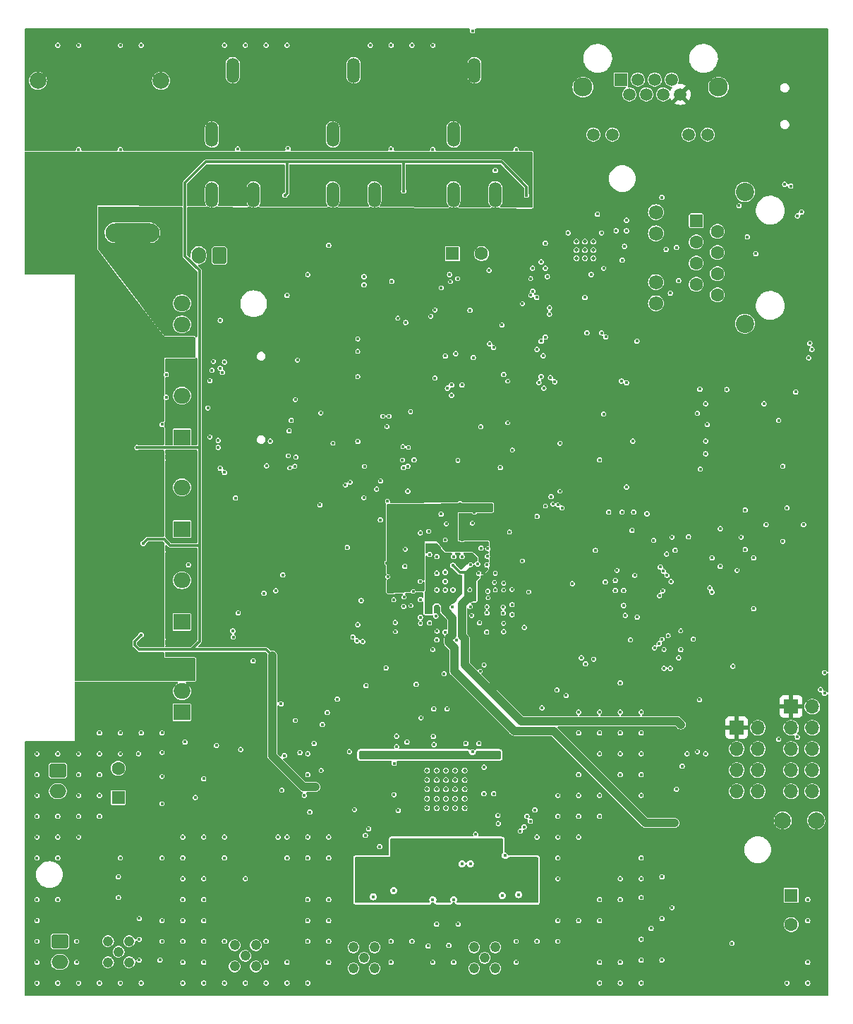
<source format=gbr>
%TF.GenerationSoftware,KiCad,Pcbnew,7.0.2*%
%TF.CreationDate,2024-03-22T17:28:18-04:00*%
%TF.ProjectId,MR-Core,4d522d43-6f72-4652-9e6b-696361645f70,rev?*%
%TF.SameCoordinates,Original*%
%TF.FileFunction,Copper,L3,Inr*%
%TF.FilePolarity,Positive*%
%FSLAX46Y46*%
G04 Gerber Fmt 4.6, Leading zero omitted, Abs format (unit mm)*
G04 Created by KiCad (PCBNEW 7.0.2) date 2024-03-22 17:28:18*
%MOMM*%
%LPD*%
G01*
G04 APERTURE LIST*
G04 Aperture macros list*
%AMRoundRect*
0 Rectangle with rounded corners*
0 $1 Rounding radius*
0 $2 $3 $4 $5 $6 $7 $8 $9 X,Y pos of 4 corners*
0 Add a 4 corners polygon primitive as box body*
4,1,4,$2,$3,$4,$5,$6,$7,$8,$9,$2,$3,0*
0 Add four circle primitives for the rounded corners*
1,1,$1+$1,$2,$3*
1,1,$1+$1,$4,$5*
1,1,$1+$1,$6,$7*
1,1,$1+$1,$8,$9*
0 Add four rect primitives between the rounded corners*
20,1,$1+$1,$2,$3,$4,$5,0*
20,1,$1+$1,$4,$5,$6,$7,0*
20,1,$1+$1,$6,$7,$8,$9,0*
20,1,$1+$1,$8,$9,$2,$3,0*%
G04 Aperture macros list end*
%TA.AperFunction,ComponentPad*%
%ADD10R,2.000000X1.905000*%
%TD*%
%TA.AperFunction,ComponentPad*%
%ADD11O,2.000000X1.905000*%
%TD*%
%TA.AperFunction,ComponentPad*%
%ADD12C,1.240000*%
%TD*%
%TA.AperFunction,ComponentPad*%
%ADD13RoundRect,0.250000X-0.750000X0.600000X-0.750000X-0.600000X0.750000X-0.600000X0.750000X0.600000X0*%
%TD*%
%TA.AperFunction,ComponentPad*%
%ADD14O,2.000000X1.700000*%
%TD*%
%TA.AperFunction,ComponentPad*%
%ADD15O,1.508000X3.016000*%
%TD*%
%TA.AperFunction,ComponentPad*%
%ADD16C,2.000000*%
%TD*%
%TA.AperFunction,ComponentPad*%
%ADD17O,6.500000X2.300000*%
%TD*%
%TA.AperFunction,ComponentPad*%
%ADD18R,1.600000X1.600000*%
%TD*%
%TA.AperFunction,ComponentPad*%
%ADD19C,1.600000*%
%TD*%
%TA.AperFunction,ComponentPad*%
%ADD20RoundRect,0.250000X0.600000X0.750000X-0.600000X0.750000X-0.600000X-0.750000X0.600000X-0.750000X0*%
%TD*%
%TA.AperFunction,ComponentPad*%
%ADD21O,1.700000X2.000000*%
%TD*%
%TA.AperFunction,ComponentPad*%
%ADD22C,0.500000*%
%TD*%
%TA.AperFunction,ComponentPad*%
%ADD23R,1.500000X1.500000*%
%TD*%
%TA.AperFunction,ComponentPad*%
%ADD24C,1.500000*%
%TD*%
%TA.AperFunction,ComponentPad*%
%ADD25C,2.300000*%
%TD*%
%TA.AperFunction,ComponentPad*%
%ADD26RoundRect,0.248000X0.552000X-0.552000X0.552000X0.552000X-0.552000X0.552000X-0.552000X-0.552000X0*%
%TD*%
%TA.AperFunction,ComponentPad*%
%ADD27C,1.720000*%
%TD*%
%TA.AperFunction,ComponentPad*%
%ADD28C,2.200000*%
%TD*%
%TA.AperFunction,ComponentPad*%
%ADD29R,1.700000X1.700000*%
%TD*%
%TA.AperFunction,ComponentPad*%
%ADD30O,1.700000X1.700000*%
%TD*%
%TA.AperFunction,ViaPad*%
%ADD31C,0.450000*%
%TD*%
%TA.AperFunction,ViaPad*%
%ADD32C,0.400000*%
%TD*%
%TA.AperFunction,Conductor*%
%ADD33C,0.349000*%
%TD*%
%TA.AperFunction,Conductor*%
%ADD34C,1.000000*%
%TD*%
G04 APERTURE END LIST*
D10*
%TO.N,Net-(U23-OUT1)*%
%TO.C,R25*%
X107400000Y-77040000D03*
D11*
%TO.N,Net-(J7-Pad2)*%
X107400000Y-72040000D03*
%TD*%
D12*
%TO.N,/DAC/DAC_OUTA*%
%TO.C,J1*%
X143730000Y-139500000D03*
%TO.N,GND*%
X142460000Y-138230000D03*
X142460000Y-140770000D03*
X145000000Y-138230000D03*
X145000000Y-140770000D03*
%TD*%
%TO.N,/DAC/DAC_OUTB*%
%TO.C,J2*%
X129250000Y-139500000D03*
%TO.N,GND*%
X127980000Y-138230000D03*
X127980000Y-140770000D03*
X130520000Y-138230000D03*
X130520000Y-140770000D03*
%TD*%
D10*
%TO.N,Net-(U22-OUT1)*%
%TO.C,R26*%
X107400000Y-99200000D03*
D11*
%TO.N,Net-(J5-Pad2)*%
X107400000Y-94200000D03*
%TD*%
D13*
%TO.N,+12V*%
%TO.C,J20*%
X92750000Y-137500000D03*
D14*
%TO.N,GND*%
X92750000Y-140000000D03*
%TD*%
D12*
%TO.N,/ADC/ADC_AINA*%
%TO.C,J3*%
X99797500Y-138750000D03*
%TO.N,GND*%
X101067500Y-140020000D03*
X101067500Y-137480000D03*
X98527500Y-140020000D03*
X98527500Y-137480000D03*
%TD*%
D15*
%TO.N,GND*%
%TO.C,J22*%
X128000000Y-33000000D03*
%TO.N,Net-(J22-Pad2)*%
X125500000Y-47900000D03*
%TO.N,Net-(U28-OUT1)*%
X130500000Y-47900000D03*
%TO.N,unconnected-(J22-Pad4)*%
X125500000Y-40700000D03*
%TD*%
D16*
%TO.N,*%
%TO.C,J12*%
X90110000Y-34260000D03*
X104890000Y-34260000D03*
D17*
%TO.N,+13V8*%
X93550000Y-52500000D03*
%TO.N,GND*%
X101450000Y-52500000D03*
%TD*%
D18*
%TO.N,+5V*%
%TO.C,C139*%
X180500000Y-132000000D03*
D19*
%TO.N,GND*%
X180500000Y-135500000D03*
%TD*%
D20*
%TO.N,+13V8*%
%TO.C,J19*%
X111900000Y-55200000D03*
D21*
%TO.N,GND*%
X109400000Y-55200000D03*
%TD*%
D16*
%TO.N,GND*%
%TO.C,TP8*%
X183500000Y-123000000D03*
%TD*%
D22*
%TO.N,GND*%
%TO.C,U1*%
X136820000Y-121520429D03*
X137945000Y-121520429D03*
X139070000Y-121520429D03*
X140195000Y-121520429D03*
X141320000Y-121520429D03*
X136820000Y-120395429D03*
X137945000Y-120395429D03*
X139070000Y-120395429D03*
X140195000Y-120395429D03*
X141320000Y-120395429D03*
X136820000Y-119270429D03*
X137945000Y-119270429D03*
X139070000Y-119270429D03*
X140195000Y-119270429D03*
X141320000Y-119270429D03*
X136820000Y-118145429D03*
X137945000Y-118145429D03*
X139070000Y-118145429D03*
X140195000Y-118145429D03*
X141320000Y-118145429D03*
X136820000Y-117020429D03*
X137945000Y-117020429D03*
X139070000Y-117020429D03*
X140195000Y-117020429D03*
X141320000Y-117020429D03*
%TD*%
D23*
%TO.N,GND*%
%TO.C,J9*%
X160080000Y-34125000D03*
D24*
%TO.N,/Artix-7/SW2*%
X161096000Y-35905000D03*
%TO.N,/Artix-7/SW1*%
X162112000Y-34125000D03*
%TO.N,/Controller/MAG_IO1*%
X163128000Y-35905000D03*
%TO.N,/Controller/MAG_IO0*%
X164144000Y-34125000D03*
%TO.N,/Controller/TEMP_SDA*%
X165160000Y-35905000D03*
%TO.N,/Controller/TEMP_SCL*%
X166176000Y-34125000D03*
%TO.N,+3V3*%
X167192000Y-35905000D03*
%TO.N,Net-(J9-Pad9)*%
X156780000Y-40725000D03*
%TO.N,/Controller/MC_LED1*%
X159070000Y-40725000D03*
%TO.N,Net-(J9-Pad11)*%
X168210000Y-40725000D03*
%TO.N,/Controller/MC_LED2*%
X170500000Y-40725000D03*
D25*
%TO.N,GND*%
X155510000Y-35015000D03*
X171770000Y-35015000D03*
%TD*%
D16*
%TO.N,GND*%
%TO.C,TP7*%
X179500000Y-123000000D03*
%TD*%
D26*
%TO.N,/Controller/ETH_TX+*%
%TO.C,J15*%
X169110000Y-51055000D03*
D19*
%TO.N,Net-(J15-RCT)*%
X171650000Y-52325000D03*
%TO.N,/Controller/ETH_TX-*%
X169110000Y-53595000D03*
%TO.N,/Controller/ETH_RX+*%
X171650000Y-54865000D03*
%TO.N,Net-(J15-RCT)*%
X169110000Y-56135000D03*
%TO.N,/Controller/ETH_RX-*%
X171650000Y-57405000D03*
%TO.N,unconnected-(J15-NC-Pad7)*%
X169110000Y-58675000D03*
%TO.N,GND*%
X171650000Y-59945000D03*
D27*
%TO.N,Net-(J15-Pad9)*%
X164280000Y-50035000D03*
%TO.N,/Controller/LED_0*%
X164280000Y-52575000D03*
%TO.N,Net-(J15-Pad11)*%
X164280000Y-58425000D03*
%TO.N,/Controller/LED_1*%
X164280000Y-60965000D03*
D28*
%TO.N,Net-(FB11-Pad1)*%
X174950000Y-47600000D03*
X174950000Y-63400000D03*
%TD*%
D18*
%TO.N,+12V*%
%TO.C,C198*%
X99750000Y-120250000D03*
D19*
%TO.N,GND*%
X99750000Y-116750000D03*
%TD*%
D29*
%TO.N,+3V3*%
%TO.C,J6*%
X180500000Y-109340000D03*
D30*
%TO.N,/Artix-7/IO4*%
X183040000Y-109340000D03*
%TO.N,/Artix-7/IO0*%
X180500000Y-111880000D03*
%TO.N,/Artix-7/IO5*%
X183040000Y-111880000D03*
%TO.N,/Artix-7/IO1*%
X180500000Y-114420000D03*
%TO.N,/Artix-7/IO6*%
X183040000Y-114420000D03*
%TO.N,/Artix-7/IO2*%
X180500000Y-116960000D03*
%TO.N,GND*%
X183040000Y-116960000D03*
%TO.N,/Artix-7/IO3*%
X180500000Y-119500000D03*
%TO.N,GND*%
X183040000Y-119500000D03*
%TD*%
D10*
%TO.N,+13V8*%
%TO.C,U14*%
X107400000Y-66040000D03*
D11*
%TO.N,GND*%
X107400000Y-63500000D03*
%TO.N,+5V*%
X107400000Y-60960000D03*
%TD*%
D15*
%TO.N,GND*%
%TO.C,J7*%
X113500000Y-33000000D03*
%TO.N,Net-(J7-Pad2)*%
X111000000Y-47900000D03*
%TO.N,Net-(U24-OUT1)*%
X116000000Y-47900000D03*
%TO.N,unconnected-(J7-Pad4)*%
X111000000Y-40700000D03*
%TD*%
D22*
%TO.N,GND*%
%TO.C,U13*%
X156750000Y-53562500D03*
X155750000Y-53562500D03*
X154750000Y-53562500D03*
X156750000Y-54562500D03*
X155750000Y-54562500D03*
X154750000Y-54562500D03*
X156750000Y-55562500D03*
X155750000Y-55562500D03*
X154750000Y-55562500D03*
%TD*%
D12*
%TO.N,/ADC/ADC_AINB*%
%TO.C,J4*%
X115000000Y-139250000D03*
%TO.N,GND*%
X113730000Y-140520000D03*
X116270000Y-140520000D03*
X113730000Y-137980000D03*
X116270000Y-137980000D03*
%TD*%
D10*
%TO.N,Net-(U27-OUT1)*%
%TO.C,R30*%
X107400000Y-88040000D03*
D11*
%TO.N,Net-(J22-Pad2)*%
X107400000Y-83040000D03*
%TD*%
D15*
%TO.N,GND*%
%TO.C,J5*%
X142500000Y-33000000D03*
%TO.N,Net-(J5-Pad2)*%
X140000000Y-47900000D03*
%TO.N,Net-(U10-OUT1)*%
X145000000Y-47900000D03*
%TO.N,unconnected-(J5-Pad4)*%
X140000000Y-40700000D03*
%TD*%
D10*
%TO.N,GND*%
%TO.C,U18*%
X107400000Y-110040000D03*
D11*
%TO.N,+12V*%
X107400000Y-107500000D03*
%TO.N,+13V8*%
X107400000Y-104960000D03*
%TD*%
D29*
%TO.N,+3V3*%
%TO.C,J10*%
X173960000Y-111880000D03*
D30*
%TO.N,/Controller/uC_IO3*%
X176500000Y-111880000D03*
%TO.N,/Controller/uC_IO0*%
X173960000Y-114420000D03*
%TO.N,/Controller/uC_IO4*%
X176500000Y-114420000D03*
%TO.N,/Controller/uC_IO1*%
X173960000Y-116960000D03*
%TO.N,/Controller/uC_IO5*%
X176500000Y-116960000D03*
%TO.N,/Controller/uC_IO2*%
X173960000Y-119500000D03*
%TO.N,GND*%
X176500000Y-119500000D03*
%TD*%
D13*
%TO.N,+5V*%
%TO.C,J21*%
X92500000Y-117000000D03*
D14*
%TO.N,GND*%
X92500000Y-119500000D03*
%TD*%
D18*
%TO.N,+13V8*%
%TO.C,C200*%
X139847349Y-55000000D03*
D19*
%TO.N,GND*%
X143347349Y-55000000D03*
%TD*%
D31*
%TO.N,GND*%
X160750000Y-52250000D03*
X160750000Y-51000000D03*
X157250000Y-50250000D03*
X162500000Y-130000000D03*
X122500000Y-132500000D03*
X160000000Y-132500000D03*
X112500000Y-30000000D03*
X155000000Y-125000000D03*
D32*
X138000000Y-95345429D03*
D31*
X152500000Y-135000000D03*
X129480337Y-106812807D03*
X107500000Y-125000000D03*
X105000000Y-135000000D03*
X152750000Y-77750000D03*
X90000000Y-115000000D03*
X165000000Y-139750000D03*
X105000000Y-117701801D03*
X99775000Y-132250000D03*
D32*
X146500000Y-75275000D03*
D31*
X120000000Y-127500000D03*
X107762500Y-113600000D03*
X127500000Y-114750000D03*
X182500000Y-135000000D03*
X97500000Y-112500000D03*
X172000000Y-88000000D03*
X115000000Y-30000000D03*
X102275000Y-134750000D03*
X142363199Y-67463199D03*
D32*
X144100000Y-90400000D03*
D31*
X107500000Y-127500000D03*
X141000000Y-128200000D03*
X90000000Y-125000000D03*
X165000000Y-48250000D03*
X182000000Y-87500000D03*
X180000000Y-142500000D03*
X162500000Y-112500000D03*
X92500000Y-122500000D03*
X148489771Y-99846651D03*
X97500000Y-120000000D03*
X120000000Y-30000000D03*
X155000000Y-120000000D03*
X90000000Y-117500000D03*
X125000000Y-140000000D03*
X122500000Y-127500000D03*
X160000000Y-115000000D03*
X137500000Y-140000000D03*
X140000000Y-140000000D03*
X100000000Y-42500000D03*
X120000000Y-142500000D03*
X169600000Y-80850000D03*
X174000000Y-93000000D03*
X90000000Y-120000000D03*
X158200000Y-94400000D03*
D32*
X139916600Y-95345429D03*
D31*
X179500000Y-89500000D03*
D32*
X146000000Y-95345429D03*
D31*
X110000000Y-130000000D03*
X157500000Y-79750000D03*
X155325000Y-103500000D03*
X157500000Y-135000000D03*
X172000000Y-92500000D03*
X118925000Y-125000000D03*
X175000000Y-90500000D03*
D32*
X136015386Y-99360815D03*
D31*
X181050000Y-71600000D03*
X179000000Y-75000000D03*
X152500000Y-125000000D03*
X182500000Y-132500000D03*
X130000000Y-30000000D03*
X115952215Y-103848285D03*
X92500000Y-125000000D03*
X134131130Y-92506860D03*
X124250000Y-111500000D03*
X174250000Y-49250000D03*
X150000000Y-125000000D03*
X157500000Y-120000000D03*
X92500000Y-115000000D03*
X115000000Y-130000000D03*
X141963717Y-61803501D03*
X152400000Y-107350000D03*
X157500000Y-142500000D03*
X99775000Y-129750000D03*
X107500000Y-135000000D03*
X125000000Y-125000000D03*
X128100000Y-121700000D03*
X111550000Y-114000000D03*
X135000000Y-30000000D03*
X160000000Y-112500000D03*
D32*
X141937900Y-95345429D03*
D31*
X107500000Y-142500000D03*
X110000000Y-125000000D03*
X139432961Y-137999071D03*
X140000000Y-132500000D03*
X137500000Y-132500000D03*
D32*
X132811964Y-96533464D03*
D31*
X150600000Y-109500000D03*
X160000000Y-140000000D03*
X122503428Y-57503428D03*
X157500000Y-140000000D03*
X142000000Y-128200000D03*
X117500000Y-142500000D03*
X107500000Y-130000000D03*
D32*
X146500000Y-70275000D03*
D31*
X137650000Y-113895429D03*
X152500000Y-127500000D03*
X166200161Y-133450161D03*
X165000000Y-134750000D03*
X115000000Y-142500000D03*
X172800000Y-71300000D03*
X125000000Y-54000000D03*
X95000000Y-125000000D03*
D32*
X129300000Y-80500000D03*
D31*
X110500000Y-73500000D03*
X171000000Y-91500000D03*
X165000000Y-129750000D03*
X122500000Y-135000000D03*
X121000000Y-72500000D03*
X145800000Y-63550000D03*
X160400000Y-97200000D03*
X105000000Y-114836600D03*
X137500000Y-30000000D03*
X102500000Y-142500000D03*
X102186600Y-115000000D03*
X147500000Y-137500000D03*
X143258400Y-75768284D03*
X129250000Y-57750000D03*
X137958154Y-135436600D03*
X137500000Y-42500000D03*
D32*
X140510750Y-79785750D03*
D31*
X142650000Y-124645429D03*
X120125161Y-42374839D03*
X95000000Y-42500000D03*
X120250000Y-76250000D03*
X155000000Y-112500000D03*
X117500000Y-140000000D03*
X105512100Y-69500000D03*
D32*
X148250000Y-91845429D03*
D31*
X120003428Y-60003428D03*
D32*
X133000000Y-100350000D03*
D31*
X121000000Y-111000000D03*
X90000000Y-122500000D03*
X90000000Y-127500000D03*
X179500000Y-80500000D03*
X105000000Y-137500000D03*
D32*
X141003449Y-91337886D03*
D31*
X110000000Y-135000000D03*
X132500000Y-137500000D03*
D32*
X137000000Y-88300000D03*
X139832700Y-97397867D03*
D31*
X92500000Y-127500000D03*
X122500000Y-125000000D03*
X147500000Y-42500000D03*
X162500000Y-139750000D03*
X132577382Y-58334237D03*
X124050000Y-74100000D03*
X95000000Y-30000000D03*
X92500000Y-132500000D03*
X180000000Y-85500000D03*
X152500000Y-120000000D03*
X120500000Y-75000000D03*
X122500000Y-117500000D03*
X177500000Y-87500000D03*
X162500000Y-110000000D03*
X119300277Y-109007132D03*
X90000000Y-140000000D03*
X150500000Y-56000000D03*
X125000000Y-135000000D03*
X174500000Y-89000000D03*
X142262890Y-28267079D03*
X97500000Y-117500000D03*
X128500000Y-77525000D03*
X105000000Y-112500000D03*
X155000000Y-117500000D03*
X90000000Y-132500000D03*
X110000000Y-137500000D03*
X169550000Y-71250000D03*
X136070000Y-110682988D03*
X152500000Y-130000000D03*
X152500000Y-122500000D03*
X157500000Y-112500000D03*
X146200000Y-127200000D03*
X155000000Y-122500000D03*
X139000000Y-93200000D03*
X122500000Y-115000000D03*
X166200000Y-89000000D03*
X122500000Y-137500000D03*
X117500000Y-137500000D03*
X121250000Y-67750000D03*
X97500000Y-142500000D03*
X161600000Y-86000000D03*
X125000000Y-137500000D03*
X118000000Y-77500000D03*
X97500000Y-122500000D03*
D32*
X139000000Y-95345429D03*
D31*
X108178428Y-92328428D03*
X90000000Y-137500000D03*
X157500000Y-132500000D03*
X150750000Y-67250000D03*
X163200000Y-86200000D03*
X152500000Y-137500000D03*
X176250000Y-55000000D03*
X97500000Y-115000000D03*
X94750000Y-140000000D03*
X133350000Y-121800000D03*
X100000000Y-115000000D03*
X110000000Y-142500000D03*
X110000000Y-140000000D03*
D32*
X134190202Y-90465000D03*
D31*
X90000000Y-142500000D03*
X132500000Y-140000000D03*
X100000000Y-112500000D03*
X141474999Y-113750002D03*
X119378752Y-119378752D03*
X95000000Y-117500000D03*
X105512100Y-72250000D03*
X140548973Y-135436600D03*
X122086600Y-120000000D03*
D32*
X140368288Y-101345745D03*
D31*
X133150000Y-112895429D03*
X151500000Y-62250000D03*
X157500000Y-122500000D03*
X129400000Y-124800000D03*
X173400000Y-137750000D03*
X151500000Y-61500000D03*
X166750000Y-119250000D03*
X105000000Y-127500000D03*
X157500000Y-115000000D03*
X158600000Y-86000000D03*
X95000000Y-115000000D03*
X162500000Y-117500000D03*
X117550000Y-80450000D03*
X119699100Y-115219560D03*
X145000000Y-45000000D03*
X105000000Y-120990202D03*
X163700161Y-135950161D03*
X160000000Y-110000000D03*
X135506795Y-106665202D03*
D32*
X139123784Y-87417647D03*
D31*
X156000000Y-64500000D03*
X160000000Y-130000000D03*
X100000000Y-142500000D03*
X173500000Y-104500000D03*
D32*
X137500000Y-102500000D03*
D31*
X164800000Y-92600000D03*
X112500000Y-137500000D03*
X110000000Y-117990202D03*
D32*
X138000000Y-93345429D03*
D31*
X160400000Y-95400000D03*
X120000000Y-125000000D03*
X95000000Y-142500000D03*
X162500000Y-127500000D03*
X160600000Y-98400000D03*
X160000000Y-117500000D03*
X132500000Y-30000000D03*
X133150000Y-114145429D03*
X135000000Y-137500000D03*
X107500000Y-132500000D03*
X95000000Y-122500000D03*
X100000000Y-30000000D03*
X162500000Y-115000000D03*
X161725000Y-93595429D03*
X100000000Y-127500000D03*
X131900000Y-104701801D03*
X110000000Y-132500000D03*
X143949998Y-100399996D03*
X159400000Y-94200000D03*
X155000000Y-135000000D03*
X150000000Y-137500000D03*
X147500000Y-140000000D03*
X175250000Y-53000000D03*
X94750000Y-137500000D03*
X102275000Y-139750000D03*
X135250000Y-79750000D03*
D32*
X146700000Y-88400000D03*
D31*
X159400000Y-95400000D03*
X117500000Y-30000000D03*
X162500000Y-142500000D03*
X104775000Y-139750000D03*
D32*
X142000000Y-92345429D03*
D31*
X166750000Y-54250000D03*
X112500000Y-142500000D03*
X155000000Y-110000000D03*
X107500000Y-140000000D03*
X122500000Y-142500000D03*
X157500000Y-110000000D03*
X112500000Y-125000000D03*
X112500000Y-127500000D03*
D32*
X142000000Y-97345429D03*
D31*
X90000000Y-135000000D03*
X92500000Y-30000000D03*
X119996432Y-140003568D03*
X160500000Y-54112500D03*
X182500000Y-142500000D03*
X107500000Y-137500000D03*
X95000000Y-120000000D03*
X144800000Y-119800000D03*
D32*
X142250000Y-87350000D03*
D31*
X129800000Y-124000000D03*
D32*
X128500000Y-69750000D03*
D31*
X162500000Y-120000000D03*
X162500000Y-132250000D03*
X121550000Y-114850000D03*
X176000000Y-91500000D03*
X125000000Y-132500000D03*
X160200000Y-86000000D03*
X160000000Y-142500000D03*
D32*
X145000000Y-93345429D03*
D31*
X102500000Y-112500000D03*
D32*
X138000000Y-91345429D03*
D31*
X159600000Y-93000000D03*
D32*
X135137374Y-95508482D03*
D31*
X114074839Y-42436600D03*
X128906481Y-96618425D03*
X125000000Y-127500000D03*
X102500000Y-30000000D03*
X169250000Y-74150000D03*
X182500000Y-140000000D03*
X102275000Y-137250000D03*
X132500000Y-42436600D03*
X162500000Y-137250000D03*
X166571674Y-90571674D03*
X92500000Y-142500000D03*
D32*
X132056130Y-84725405D03*
D31*
X105000000Y-75500000D03*
X136927494Y-138060163D03*
D32*
%TO.N,+1V8*%
X134028530Y-95166600D03*
D31*
X137550000Y-85350000D03*
D32*
X141894385Y-93227247D03*
D31*
X140750000Y-85000000D03*
X123400000Y-119000000D03*
X131992100Y-92121891D03*
D32*
X141952700Y-96345429D03*
X133750000Y-86095429D03*
D31*
X167250000Y-111500000D03*
X102500000Y-100750000D03*
X118250000Y-103250000D03*
X139900000Y-92400000D03*
X148750000Y-48000000D03*
X107250000Y-102500000D03*
X119750000Y-48000000D03*
D32*
X137389250Y-86206179D03*
D31*
X136200000Y-85250000D03*
D32*
X141981506Y-94415214D03*
D31*
X102750000Y-89750000D03*
X134000000Y-47500000D03*
D32*
X139000000Y-90345429D03*
D31*
X102000000Y-78250000D03*
D32*
X135024641Y-90370070D03*
D31*
X142500000Y-86000000D03*
%TO.N,Net-(U1-LPF)*%
X137625000Y-109600000D03*
%TO.N,+3V3*%
X165000000Y-90200000D03*
X180250000Y-104000000D03*
X153000000Y-54250000D03*
D32*
X129024676Y-64375746D03*
D31*
X107750000Y-73750000D03*
X151250000Y-50000000D03*
X177000000Y-138250000D03*
D32*
X141903127Y-99267472D03*
D31*
X146054840Y-101311523D03*
X176000000Y-137500000D03*
X130750000Y-96750000D03*
D32*
X142025000Y-79750000D03*
D31*
X138750000Y-103345429D03*
X157800000Y-95800000D03*
X156250000Y-107500000D03*
X177000000Y-137500000D03*
D32*
X145000000Y-97595429D03*
X149511691Y-97829768D03*
D31*
X166400000Y-92200000D03*
D32*
X143927512Y-94421856D03*
X146155575Y-80436266D03*
X144000000Y-88300000D03*
D31*
X151430180Y-54750000D03*
X105275000Y-129750000D03*
D32*
X128500000Y-75975000D03*
D31*
X113700000Y-86600000D03*
D32*
X132000000Y-102315428D03*
D31*
X167475000Y-93595429D03*
X130500000Y-109750000D03*
X127250000Y-60000000D03*
X130750000Y-99500000D03*
X160500000Y-49750000D03*
D32*
X146364965Y-68663536D03*
D31*
X163800000Y-91800000D03*
X110750000Y-74750000D03*
X148500000Y-54000000D03*
X101250000Y-55500000D03*
D32*
X135000000Y-98417100D03*
D31*
X149350000Y-103750000D03*
X120900000Y-91300000D03*
X130444342Y-95109235D03*
X175000000Y-137500000D03*
D32*
X147000000Y-87095429D03*
D31*
X151750000Y-79000000D03*
X170400000Y-97400000D03*
X134725000Y-61750000D03*
X176000000Y-136750000D03*
X112500000Y-84000000D03*
D32*
X138000000Y-97345429D03*
D31*
X115500000Y-79800000D03*
X157000000Y-73250000D03*
D32*
X141000000Y-89345429D03*
D31*
X125750000Y-72500000D03*
X148500000Y-58250000D03*
X120622700Y-131000000D03*
X128850000Y-61600000D03*
X176000000Y-138250000D03*
D32*
X146000000Y-93345429D03*
X136732700Y-79720091D03*
D31*
X162250000Y-85250000D03*
X145800000Y-90500000D03*
X162594267Y-90385731D03*
X110750000Y-101000000D03*
X175000000Y-136750000D03*
X153250000Y-59750000D03*
X153500000Y-64750000D03*
X113000000Y-120250000D03*
X153000000Y-76750000D03*
X146750000Y-61975000D03*
X124000000Y-70750000D03*
X108250000Y-85250000D03*
X154800000Y-95200000D03*
X158400000Y-92000000D03*
X115200000Y-86950000D03*
X163800000Y-96600000D03*
X177000000Y-136750000D03*
X167640940Y-95045881D03*
X160250000Y-101641600D03*
X170500000Y-76250000D03*
X107500000Y-101500000D03*
X110750000Y-52250000D03*
X140450000Y-61750000D03*
D32*
X130300354Y-79750354D03*
D31*
X114450000Y-88850000D03*
D32*
X142500000Y-101345429D03*
D31*
X159201545Y-97396174D03*
D32*
X128500000Y-71300000D03*
X138073432Y-99248068D03*
D31*
X152100000Y-114850000D03*
X175000000Y-138250000D03*
D32*
X146500000Y-73725000D03*
D31*
X163200000Y-97400000D03*
D32*
X135869386Y-101270196D03*
D31*
X167000000Y-97545429D03*
%TO.N,/ADC_CLK+*%
X126050000Y-108450000D03*
X117250000Y-95750000D03*
%TO.N,3.3VA*%
X135000000Y-132200000D03*
X144094327Y-125551925D03*
X141820000Y-125625429D03*
X146280000Y-129855429D03*
X128600000Y-127800000D03*
X139570000Y-125625429D03*
X140820000Y-125625429D03*
X136070000Y-128845429D03*
X128400000Y-132200000D03*
X134070000Y-125625429D03*
X131530000Y-129815429D03*
X137570000Y-125625429D03*
X136570000Y-125625429D03*
X144900000Y-125625429D03*
X133070000Y-125625429D03*
X129800000Y-127800000D03*
X142250000Y-114750000D03*
X130600000Y-127800000D03*
%TO.N,1.8VD*%
X131130000Y-126145429D03*
X143650000Y-116600000D03*
X132840000Y-119895429D03*
X145359999Y-123395428D03*
X134400000Y-113600000D03*
X132860000Y-116145429D03*
X145300000Y-122395429D03*
X143625000Y-119800000D03*
%TO.N,IOVDD*%
X145095000Y-115145429D03*
X130150000Y-115145429D03*
%TO.N,3.3VPLL*%
X137570000Y-112915429D03*
%TO.N,/ADC/+1.8VA*%
X123250000Y-113750000D03*
X114450000Y-114500000D03*
%TO.N,Net-(U1-IOUTB1)*%
X130330000Y-132145429D03*
%TO.N,Net-(U1-IOUTB2)*%
X132800000Y-131400000D03*
%TO.N,Net-(U1-IOUTA2)*%
X145825002Y-132000000D03*
%TO.N,Net-(U1-IOUTA1)*%
X147810000Y-131895429D03*
%TO.N,3.3VCLK*%
X139200000Y-109613829D03*
%TO.N,/DAC_CLK+*%
X138857423Y-105391600D03*
X118650000Y-95450000D03*
D32*
%TO.N,/Controller/RMII_REF_CLK*%
X132000000Y-75750000D03*
D31*
X149963199Y-60250000D03*
%TO.N,Net-(U20-INH)*%
X167430898Y-116500000D03*
D32*
%TO.N,Net-(U9-PC14)*%
X128500000Y-65250000D03*
%TO.N,Net-(U9-PC15)*%
X128500000Y-66725000D03*
D31*
%TO.N,/Controller/ETH_3V3*%
X158000000Y-56750000D03*
X157750000Y-52500000D03*
X160224997Y-55774999D03*
%TO.N,/Controller/LED_1*%
X167000000Y-58250000D03*
X165500000Y-54500000D03*
X166000000Y-59750000D03*
D32*
%TO.N,+1V0*%
X140000000Y-93345429D03*
D31*
X166500000Y-123300000D03*
D32*
X138000000Y-92345429D03*
X138000000Y-90250000D03*
X139916600Y-96345429D03*
X140900000Y-92500000D03*
X138000000Y-94345429D03*
X142000000Y-91324500D03*
D31*
%TO.N,Net-(U16-OUT)*%
X109000000Y-120250000D03*
D32*
%TO.N,/Controller/~{RST}*%
X134833400Y-73946071D03*
D31*
X155750000Y-60250000D03*
X157750000Y-64500000D03*
%TO.N,/ADC/ADC_OF2*%
X113550000Y-101000000D03*
X112000000Y-68750000D03*
%TO.N,/ADC/ADC_OF1*%
X112250000Y-69250000D03*
X113503428Y-100253428D03*
%TO.N,Net-(U13-VDDCR)*%
X153750000Y-52500000D03*
%TO.N,Net-(D7-A)*%
X112000000Y-63000000D03*
%TO.N,Net-(U20-ADJ)*%
X169500000Y-108500000D03*
%TO.N,/DAC_SLEEP*%
X111000000Y-69000000D03*
X122750000Y-122000000D03*
%TO.N,/DAC_~{RST}*%
X111166061Y-67921503D03*
D32*
X124100000Y-117000000D03*
D31*
%TO.N,Net-(#FLG06-pwr)*%
X143025000Y-113750000D03*
%TO.N,Net-(#FLG015-pwr)*%
X146000000Y-69500000D03*
%TO.N,/Artix-7/USB_GPIO_1*%
X166100000Y-94345429D03*
X143276030Y-90338899D03*
D32*
%TO.N,/Artix-7/USB_~{WR}*%
X167250000Y-100250000D03*
X145000000Y-95345429D03*
D31*
%TO.N,/Artix-7/USB_~{RXF}*%
X165250000Y-104750000D03*
X146000000Y-100345429D03*
D32*
%TO.N,/Artix-7/USB_~{TXE}*%
X165750000Y-100833400D03*
D31*
X144108400Y-95498504D03*
%TO.N,/Controller/DACSPI.SEN*%
X148000000Y-124270429D03*
X110750000Y-70250000D03*
%TO.N,/Controller/DACSPI.SCK*%
X148450000Y-123770429D03*
X110746572Y-76996572D03*
%TO.N,/Controller/DACSPI.SDI*%
X111754577Y-78245423D03*
X149200000Y-123100000D03*
%TO.N,/Controller/DACSPI.SDO*%
X111750000Y-77400000D03*
X148800000Y-122500000D03*
%TO.N,/Artix-7/DAC_PHSTR*%
X131216155Y-86938618D03*
X129100000Y-101550000D03*
D32*
X139000000Y-89345429D03*
D31*
X127250000Y-90250000D03*
%TO.N,/Artix-7/SW1*%
X134500000Y-83500000D03*
X136000000Y-88500000D03*
X137250000Y-62500000D03*
X139007359Y-67284798D03*
X130750000Y-83250000D03*
D32*
%TO.N,/Artix-7/IO2*%
X143201602Y-105087341D03*
D31*
X179000000Y-113250000D03*
%TO.N,/Artix-7/USB_GPIO_0*%
X165100000Y-95445429D03*
X144053381Y-91310771D03*
D32*
%TO.N,/Artix-7/FPGA Config/QSPI_SCK*%
X140000000Y-91345429D03*
X152750002Y-83500000D03*
D31*
%TO.N,/Artix-7/FPGA Config/FPGA_AGND*%
X138977285Y-94322715D03*
D32*
%TO.N,/Artix-7/IO1*%
X136000000Y-94300000D03*
D31*
%TO.N,/USB-FIFO/PLL_AVDD*%
X161212500Y-101345429D03*
%TO.N,/USB-FIFO/VD10*%
X161400000Y-88200000D03*
X157000000Y-90595429D03*
X164000000Y-89400000D03*
X162025000Y-98595429D03*
%TO.N,Net-(U6-XO)*%
X168176777Y-88966571D03*
%TO.N,/USB-FIFO/D+*%
X170750000Y-95095429D03*
X165600615Y-93595429D03*
%TO.N,/USB-FIFO/D-*%
X165187215Y-93095429D03*
X171000000Y-95595429D03*
%TO.N,Net-(U6-RREF)*%
X165542390Y-91052394D03*
%TO.N,/Artix-7/USB_~{WAKEUP}*%
X143000000Y-93345429D03*
X168750000Y-101250000D03*
D32*
%TO.N,/Artix-7/IO3*%
X134865745Y-97215745D03*
%TO.N,/Controller/VDDA*%
X125516600Y-77750000D03*
D31*
%TO.N,/Artix-7/USB_~{SIWU}*%
X166000000Y-104750000D03*
X137985773Y-101330201D03*
%TO.N,/Controller/SWO*%
X144250000Y-57000000D03*
X134250000Y-63250000D03*
%TO.N,/ADC/ADCSPI.SCK*%
X127000000Y-82750000D03*
X128400000Y-101450000D03*
D32*
%TO.N,/ADC/ADCSPI.SDI*%
X133300000Y-62750000D03*
D31*
X127921057Y-100985800D03*
%TO.N,/ADC/ADCSPI.SEN*%
X124841600Y-110062749D03*
D32*
X127599100Y-82416600D03*
D31*
X114141600Y-98100000D03*
X123950000Y-85150000D03*
%TO.N,/ADC/ADCSPI.SDO*%
X131232256Y-82260889D03*
X129210969Y-84279878D03*
%TO.N,/USB-FIFO/VBUS*%
X175000000Y-85750000D03*
X176005397Y-97590033D03*
%TO.N,/Artix-7/FPGA Config/DONE*%
X156800000Y-103641600D03*
X145950560Y-97407416D03*
%TO.N,/Artix-7/IO5*%
X134003447Y-97321043D03*
D32*
%TO.N,/Artix-7/QSPI_D0*%
X151900000Y-85050000D03*
X144893891Y-94435323D03*
%TO.N,/Artix-7/QSPI_D1*%
X145999986Y-94541461D03*
X151021570Y-85273668D03*
D31*
%TO.N,/Artix-7/FPGA Config/~{INIT}*%
X160750000Y-83000000D03*
X155829875Y-104216800D03*
X161500000Y-77500000D03*
X145956386Y-98124216D03*
D32*
%TO.N,/Artix-7/QSPI_D2*%
X152500000Y-85145429D03*
X146988852Y-95277987D03*
%TO.N,/Artix-7/QSPI_D3*%
X153000000Y-85500000D03*
X149000000Y-95574596D03*
D31*
%TO.N,/Artix-7/FPGA Config/TCK*%
X137100000Y-99300000D03*
X121077574Y-79410974D03*
D32*
%TO.N,/Artix-7/FPGA Config/~{PROGRAM}*%
X143653739Y-104344181D03*
D31*
X160000000Y-106500000D03*
%TO.N,/Artix-7/QSPI_~{CS}*%
X151706204Y-84155132D03*
D32*
X144000000Y-97345429D03*
D31*
%TO.N,/Artix-7/FPGA Config/TMS*%
X120150000Y-79250000D03*
X137868505Y-98487958D03*
D32*
%TO.N,/Artix-7/FPGA Config/TDI*%
X138000000Y-100300000D03*
X120950000Y-80500000D03*
%TO.N,/Artix-7/FPGA Config/TDO*%
X120330187Y-80698314D03*
D31*
X138950000Y-100400000D03*
D32*
%TO.N,/Artix-7/IO4*%
X134050000Y-96200000D03*
D31*
%TO.N,/Artix-7/IO6*%
X181250000Y-113000000D03*
D32*
X137112461Y-91094497D03*
D31*
%TO.N,/Artix-7/USB_D_CLK*%
X154250000Y-94595429D03*
X142158351Y-98401495D03*
%TO.N,/Controller/uC_IO5*%
X139500000Y-57500000D03*
X184500000Y-105250000D03*
D32*
%TO.N,/Controller/uC_IO4*%
X139609322Y-58362178D03*
D31*
X184500000Y-107746571D03*
%TO.N,/Controller/uC_IO3*%
X184000000Y-107305633D03*
D32*
X140485397Y-57985397D03*
D31*
%TO.N,/Controller/uC_IO2*%
X182750000Y-65750000D03*
%TO.N,/Controller/uC_IO1*%
X182996572Y-66503428D03*
%TO.N,/Controller/uC_IO0*%
X182608400Y-67500000D03*
D32*
%TO.N,Net-(U9-VCAP_2)*%
X148250000Y-61000000D03*
D31*
%TO.N,Net-(U9-VCAP_1)*%
X145600000Y-80650000D03*
%TO.N,/Controller/MC_LED1*%
X160750000Y-70500000D03*
X179721572Y-46678428D03*
%TO.N,/Artix-7/SW2*%
X140250000Y-67000000D03*
D32*
X132098775Y-93750714D03*
D31*
X137750000Y-61750000D03*
%TO.N,/Artix-7/USB_~{RESET}*%
X164700000Y-96045429D03*
X150018823Y-86513199D03*
%TO.N,/Artix-7/USB_~{RD}*%
X167250000Y-102500000D03*
X144000000Y-92345429D03*
%TO.N,/Artix-7/USB_~{OE}*%
X167000000Y-103500000D03*
X142890336Y-92233248D03*
D32*
%TO.N,/Controller/MDIO*%
X132250000Y-74500000D03*
D31*
X149500000Y-59500002D03*
%TO.N,Net-(U13-CRS_DV{slash}MODE2)*%
X151250000Y-57750000D03*
D32*
%TO.N,/Artix-7/USB_BE_2*%
X165018087Y-101250000D03*
X144138200Y-96290630D03*
D31*
%TO.N,/Artix-7/USB_BE_0*%
X144000000Y-98095429D03*
X164100000Y-102300000D03*
D32*
%TO.N,/Artix-7/USB_BE_3*%
X165250000Y-102500000D03*
D31*
X147007465Y-98310663D03*
%TO.N,/Artix-7/USB_BE_1*%
X164662168Y-101800000D03*
X143100000Y-99284798D03*
%TO.N,Net-(D8-A)*%
X153500000Y-108000000D03*
%TO.N,Net-(U2A-IO_L3P_T0_DQS_PUDC_B_14)*%
X147000000Y-97114071D03*
%TO.N,Net-(JP9-A)*%
X158000000Y-74250000D03*
%TO.N,/Controller/MC_LED2*%
X180450000Y-46900000D03*
X160129576Y-70286801D03*
D32*
%TO.N,/FPGA_CLK+*%
X146000000Y-99345429D03*
D31*
X119500000Y-93550000D03*
%TO.N,/Artix-7/IO0*%
X138500000Y-86250000D03*
%TO.N,/DAC_TXEN*%
X112500000Y-68000000D03*
X149750000Y-121750000D03*
D32*
%TO.N,/Controller/RMII_CRS_DV*%
X149250000Y-58000000D03*
X133916600Y-78155431D03*
%TO.N,/Controller/RMII_RX_D1*%
X133850000Y-79750000D03*
D31*
X149461600Y-56750000D03*
%TO.N,/Controller/RMII_RX_D0*%
X151000000Y-56750002D03*
D32*
X134583400Y-78250000D03*
D31*
%TO.N,Net-(U13-RXD0{slash}MODE0)*%
X151000000Y-53750000D03*
%TO.N,Net-(U13-RBIAS)*%
X159500000Y-52250000D03*
%TO.N,/Artix-7/GRINY_2*%
X112500000Y-81250000D03*
%TO.N,/Artix-7/GRINZ_2*%
X113808832Y-84308832D03*
%TO.N,/Artix-7/GRINX_2*%
X112000000Y-80750000D03*
D32*
%TO.N,/Controller/MDC*%
X149250000Y-60000000D03*
X131500000Y-74500000D03*
D31*
%TO.N,/Artix-7/FPGASPI.SEN*%
X133965202Y-80669987D03*
X136000000Y-96500000D03*
%TO.N,/Artix-7/FPGASPI.SDI*%
X134500000Y-80500000D03*
X136016037Y-98629765D03*
D32*
%TO.N,/Controller/RMII_TXD_1*%
X147050000Y-78550000D03*
D31*
X158250000Y-65000000D03*
%TO.N,/Controller/USB_VBUS*%
X162000000Y-65500000D03*
X150000000Y-66500000D03*
%TO.N,/Controller/USB_D-*%
X181747488Y-50002512D03*
X150502512Y-65497488D03*
%TO.N,/Controller/USB_D+*%
X181252512Y-50497488D03*
X150997488Y-65002512D03*
%TO.N,/Artix-7/FPGASPI.SCK*%
X133000000Y-99250000D03*
X144788403Y-66250000D03*
%TO.N,/Artix-7/FPGASPI.SDO*%
X128500000Y-99500000D03*
X144300000Y-65800000D03*
%TO.N,/Controller/RMII_TX_EN*%
X156500000Y-57500000D03*
D32*
X138509432Y-59083400D03*
D31*
%TO.N,Net-(JP4-C)*%
X129250000Y-58750000D03*
%TO.N,+5V*%
X168000000Y-115000000D03*
X169250000Y-114750000D03*
X170250000Y-115000000D03*
%TO.N,+13V8*%
X117750000Y-49000000D03*
X105100000Y-79000000D03*
X132250000Y-48250000D03*
X147400000Y-49100000D03*
X132850000Y-49000000D03*
X104500000Y-79750000D03*
X132250000Y-49000000D03*
X104500000Y-101250000D03*
X104500000Y-90000000D03*
X131650000Y-49000000D03*
X103900000Y-79000000D03*
X117150000Y-48250000D03*
X105100000Y-101250000D03*
X132850000Y-48250000D03*
X117150000Y-49000000D03*
X131650000Y-48250000D03*
X105100000Y-79750000D03*
X118350000Y-48250000D03*
X146800000Y-48350000D03*
X117750000Y-48250000D03*
X104500000Y-90750000D03*
X105100000Y-90000000D03*
X146200000Y-48350000D03*
X104500000Y-79000000D03*
X103900000Y-102000000D03*
X118350000Y-49000000D03*
X146800000Y-49100000D03*
X146200000Y-49100000D03*
X103900000Y-90750000D03*
X103900000Y-90003428D03*
X103900000Y-79750000D03*
X104500000Y-102000000D03*
X103900000Y-101250000D03*
X147400000Y-48350000D03*
X105100000Y-102000000D03*
X105100000Y-90750000D03*
%TO.N,/Controller/SD~{CS}*%
X170250000Y-79000000D03*
X139750000Y-70750000D03*
X150233181Y-70469431D03*
%TO.N,/Controller/SD_SDI*%
X170250000Y-77500000D03*
X139750000Y-72000000D03*
X150823295Y-71145345D03*
%TO.N,/Controller/SD_SCK*%
X137752024Y-69930250D03*
X170436600Y-75500000D03*
X152141600Y-70384745D03*
%TO.N,/Controller/SD_SDO*%
X151621573Y-69871573D03*
X170250000Y-73000000D03*
X139245153Y-71141600D03*
%TO.N,/Controller/SD_~{DET}*%
X141000002Y-70750001D03*
X177250000Y-73000000D03*
X150500000Y-69750000D03*
%TD*%
D33*
%TO.N,+1V8*%
X105244100Y-89255900D02*
X105250000Y-89250000D01*
X105250000Y-89250000D02*
X106000000Y-90000000D01*
X109500000Y-101500000D02*
X109500000Y-90000000D01*
D34*
X148099293Y-111100000D02*
X166850000Y-111100000D01*
D33*
X102750000Y-89750000D02*
X103250000Y-89250000D01*
D34*
X140988401Y-100849274D02*
X141350000Y-101210873D01*
D33*
X140727247Y-93227247D02*
X141894385Y-93227247D01*
X102000000Y-78250000D02*
X106136600Y-78250000D01*
X107250000Y-102500000D02*
X108500000Y-102500000D01*
D34*
X118250000Y-115250000D02*
X118250000Y-103250000D01*
D33*
X109500000Y-90000000D02*
X109500000Y-78250000D01*
D34*
X141952700Y-96345429D02*
X141654571Y-96345429D01*
X141350000Y-101210873D02*
X141350000Y-104350707D01*
D33*
X107750000Y-46500000D02*
X110250000Y-44000000D01*
X109494100Y-78255900D02*
X109500000Y-78250000D01*
X134000000Y-44000000D02*
X145750000Y-44000000D01*
X117500000Y-102500000D02*
X107250000Y-102500000D01*
D34*
X122000000Y-119000000D02*
X118250000Y-115250000D01*
D33*
X106142500Y-78255900D02*
X109494100Y-78255900D01*
X101750000Y-102000000D02*
X101750000Y-101500000D01*
X109500000Y-57024585D02*
X107750000Y-55274585D01*
D34*
X140988401Y-97011599D02*
X140988401Y-100849274D01*
X141350000Y-104350707D02*
X148099293Y-111100000D01*
D33*
X120000000Y-44000000D02*
X120000000Y-47750000D01*
X102250000Y-102500000D02*
X101750000Y-102000000D01*
X139900000Y-92400000D02*
X140727247Y-93227247D01*
X148750000Y-47000000D02*
X148750000Y-48000000D01*
X120000000Y-44000000D02*
X134000000Y-44000000D01*
X103255900Y-89255900D02*
X105244100Y-89255900D01*
D34*
X123400000Y-119000000D02*
X122000000Y-119000000D01*
D33*
X109500000Y-78250000D02*
X109500000Y-57024585D01*
X106000000Y-90000000D02*
X109500000Y-90000000D01*
X145750000Y-44000000D02*
X148750000Y-47000000D01*
X103250000Y-89250000D02*
X103255900Y-89255900D01*
X110250000Y-44000000D02*
X120000000Y-44000000D01*
X107250000Y-102500000D02*
X102250000Y-102500000D01*
D34*
X141654571Y-96345429D02*
X140988401Y-97011599D01*
D33*
X106136600Y-78250000D02*
X106142500Y-78255900D01*
X101750000Y-101500000D02*
X102500000Y-100750000D01*
X134000000Y-44000000D02*
X134000000Y-47500000D01*
D34*
X166850000Y-111100000D02*
X167250000Y-111500000D01*
D33*
X107750000Y-55274585D02*
X107750000Y-46500000D01*
X118250000Y-103250000D02*
X117500000Y-102500000D01*
X120000000Y-47750000D02*
X119750000Y-48000000D01*
X108500000Y-102500000D02*
X109500000Y-101500000D01*
%TO.N,+3V3*%
X165000000Y-90200000D02*
X163800000Y-91400000D01*
X163800000Y-91400000D02*
X163800000Y-91800000D01*
X166086821Y-96600000D02*
X167640940Y-95045881D01*
X163800000Y-96600000D02*
X166086821Y-96600000D01*
D34*
%TO.N,+1V0*%
X140111599Y-102311599D02*
X140111599Y-105100831D01*
X147260768Y-112250000D02*
X152000000Y-112250000D01*
X139850000Y-98700000D02*
X139850000Y-100749065D01*
X140111599Y-105100831D02*
X147260768Y-112250000D01*
X163050000Y-123300000D02*
X166500000Y-123300000D01*
X152000000Y-112250000D02*
X163050000Y-123300000D01*
X138950000Y-97800000D02*
X139850000Y-98700000D01*
X139916600Y-96345429D02*
X139762029Y-96500000D01*
X139449065Y-101649065D02*
X140111599Y-102311599D01*
X139449065Y-101150000D02*
X139449065Y-101649065D01*
X139762029Y-96500000D02*
X139350000Y-96500000D01*
X139850000Y-100749065D02*
X139449065Y-101150000D01*
X139350000Y-96500000D02*
X138950000Y-96900000D01*
X138950000Y-96900000D02*
X138950000Y-97800000D01*
%TD*%
%TA.AperFunction,Conductor*%
%TO.N,+13V8*%
G36*
X94830725Y-42769685D02*
G01*
X94839542Y-42776176D01*
X94944563Y-42814400D01*
X95055437Y-42814400D01*
X95176060Y-42770497D01*
X95220614Y-42750998D01*
X95236314Y-42750000D01*
X99763686Y-42750000D01*
X99830725Y-42769685D01*
X99839542Y-42776176D01*
X99944563Y-42814400D01*
X100055437Y-42814400D01*
X100176060Y-42770497D01*
X100220614Y-42750998D01*
X100236314Y-42750000D01*
X113994793Y-42750000D01*
X114000465Y-42751000D01*
X114019402Y-42751000D01*
X114149213Y-42751000D01*
X114154885Y-42750000D01*
X132419954Y-42750000D01*
X132425626Y-42751000D01*
X132444563Y-42751000D01*
X132574374Y-42751000D01*
X132580046Y-42750000D01*
X137263686Y-42750000D01*
X137330725Y-42769685D01*
X137339542Y-42776176D01*
X137444563Y-42814400D01*
X137555437Y-42814400D01*
X137676060Y-42770497D01*
X137720614Y-42750998D01*
X137736314Y-42750000D01*
X147263686Y-42750000D01*
X147330725Y-42769685D01*
X147339542Y-42776176D01*
X147444563Y-42814400D01*
X147555437Y-42814400D01*
X147676060Y-42770497D01*
X147720614Y-42750998D01*
X147736314Y-42750000D01*
X149376000Y-42750000D01*
X149443039Y-42769685D01*
X149488794Y-42822489D01*
X149500000Y-42874000D01*
X149500000Y-49375404D01*
X149480315Y-49442443D01*
X149427511Y-49488198D01*
X149375407Y-49499403D01*
X145665318Y-49481652D01*
X145598373Y-49461646D01*
X145552871Y-49408624D01*
X145543259Y-49339419D01*
X145572588Y-49276003D01*
X145585627Y-49263152D01*
X145615915Y-49237426D01*
X145726934Y-49091382D01*
X145726933Y-49091382D01*
X145726935Y-49091381D01*
X145803962Y-48924889D01*
X145803961Y-48924889D01*
X145803963Y-48924887D01*
X145843400Y-48745725D01*
X145843400Y-47100273D01*
X145828539Y-46963625D01*
X145769962Y-46789777D01*
X145767918Y-46786380D01*
X145675385Y-46632588D01*
X145638485Y-46593633D01*
X145549225Y-46499402D01*
X145412432Y-46406654D01*
X145397387Y-46396453D01*
X145397385Y-46396452D01*
X145226964Y-46328550D01*
X145045930Y-46298871D01*
X145045927Y-46298871D01*
X144862748Y-46308802D01*
X144685988Y-46357879D01*
X144523902Y-46443812D01*
X144384084Y-46562575D01*
X144273064Y-46708618D01*
X144196037Y-46875110D01*
X144168547Y-47000000D01*
X144156600Y-47054275D01*
X144156600Y-48699727D01*
X144156962Y-48703062D01*
X144156963Y-48703067D01*
X144171460Y-48836373D01*
X144230039Y-49010226D01*
X144324612Y-49167408D01*
X144324614Y-49167410D01*
X144324616Y-49167413D01*
X144417980Y-49265977D01*
X144449792Y-49328184D01*
X144442922Y-49397715D01*
X144399551Y-49452494D01*
X144333449Y-49475129D01*
X144327363Y-49475250D01*
X140693326Y-49457861D01*
X140626381Y-49437855D01*
X140580879Y-49384833D01*
X140571267Y-49315628D01*
X140600596Y-49252212D01*
X140613636Y-49239361D01*
X140615915Y-49237426D01*
X140726934Y-49091382D01*
X140726933Y-49091382D01*
X140726935Y-49091381D01*
X140803962Y-48924889D01*
X140803961Y-48924889D01*
X140803963Y-48924887D01*
X140843400Y-48745725D01*
X140843400Y-47100273D01*
X140828539Y-46963625D01*
X140769962Y-46789777D01*
X140767918Y-46786380D01*
X140675385Y-46632588D01*
X140638485Y-46593633D01*
X140549225Y-46499402D01*
X140412432Y-46406654D01*
X140397387Y-46396453D01*
X140397385Y-46396452D01*
X140226964Y-46328550D01*
X140045930Y-46298871D01*
X140045927Y-46298871D01*
X139862748Y-46308802D01*
X139685988Y-46357879D01*
X139523902Y-46443812D01*
X139384084Y-46562575D01*
X139273064Y-46708618D01*
X139196037Y-46875110D01*
X139168547Y-47000000D01*
X139156600Y-47054275D01*
X139156600Y-48699727D01*
X139156962Y-48703062D01*
X139156963Y-48703067D01*
X139171460Y-48836373D01*
X139230039Y-49010226D01*
X139324614Y-49167411D01*
X139395214Y-49241943D01*
X139427027Y-49304151D01*
X139420157Y-49373682D01*
X139376786Y-49428461D01*
X139310684Y-49451096D01*
X139304598Y-49451217D01*
X131232184Y-49412593D01*
X131165239Y-49392587D01*
X131119737Y-49339565D01*
X131110125Y-49270360D01*
X131134060Y-49213556D01*
X131226934Y-49091382D01*
X131226933Y-49091382D01*
X131226935Y-49091381D01*
X131303962Y-48924889D01*
X131303961Y-48924889D01*
X131303963Y-48924887D01*
X131343400Y-48745725D01*
X131343400Y-47100273D01*
X131328539Y-46963625D01*
X131269962Y-46789777D01*
X131267918Y-46786380D01*
X131175385Y-46632588D01*
X131138485Y-46593633D01*
X131049225Y-46499402D01*
X130912432Y-46406654D01*
X130897387Y-46396453D01*
X130897385Y-46396452D01*
X130726964Y-46328550D01*
X130545930Y-46298871D01*
X130545927Y-46298871D01*
X130362748Y-46308802D01*
X130185988Y-46357879D01*
X130023902Y-46443812D01*
X129884084Y-46562575D01*
X129773064Y-46708618D01*
X129696037Y-46875110D01*
X129656600Y-47054275D01*
X129656599Y-48696368D01*
X129656600Y-48696386D01*
X129656600Y-48699727D01*
X129656962Y-48703062D01*
X129656963Y-48703067D01*
X129671460Y-48836373D01*
X129730039Y-49010226D01*
X129824614Y-49167411D01*
X129851961Y-49196281D01*
X129883773Y-49258488D01*
X129876904Y-49328019D01*
X129833533Y-49382799D01*
X129767432Y-49405434D01*
X129761345Y-49405555D01*
X126250305Y-49388756D01*
X126183360Y-49368750D01*
X126137858Y-49315728D01*
X126128246Y-49246523D01*
X126152182Y-49189717D01*
X126226934Y-49091382D01*
X126226933Y-49091382D01*
X126226935Y-49091381D01*
X126303962Y-48924889D01*
X126303961Y-48924889D01*
X126303963Y-48924887D01*
X126343400Y-48745725D01*
X126343400Y-47100273D01*
X126328539Y-46963625D01*
X126269962Y-46789777D01*
X126267918Y-46786380D01*
X126175385Y-46632588D01*
X126138485Y-46593633D01*
X126049225Y-46499402D01*
X125912432Y-46406654D01*
X125897387Y-46396453D01*
X125897385Y-46396452D01*
X125726964Y-46328550D01*
X125545930Y-46298871D01*
X125545927Y-46298871D01*
X125362748Y-46308802D01*
X125185988Y-46357879D01*
X125023902Y-46443812D01*
X124884084Y-46562575D01*
X124773064Y-46708618D01*
X124696037Y-46875110D01*
X124656600Y-47054275D01*
X124656599Y-48696368D01*
X124656600Y-48696386D01*
X124656600Y-48699727D01*
X124656962Y-48703062D01*
X124656963Y-48703067D01*
X124671460Y-48836373D01*
X124730039Y-49010226D01*
X124824614Y-49167412D01*
X124829198Y-49172251D01*
X124861009Y-49234459D01*
X124854138Y-49303990D01*
X124810767Y-49358768D01*
X124744665Y-49381402D01*
X124738580Y-49381523D01*
X116784733Y-49343467D01*
X116717788Y-49323461D01*
X116672286Y-49270439D01*
X116662674Y-49201234D01*
X116686611Y-49144426D01*
X116726935Y-49091381D01*
X116803962Y-48924889D01*
X116803961Y-48924889D01*
X116803963Y-48924887D01*
X116843400Y-48745725D01*
X116843400Y-47100273D01*
X116828539Y-46963625D01*
X116769962Y-46789777D01*
X116767918Y-46786380D01*
X116675385Y-46632588D01*
X116638485Y-46593633D01*
X116549225Y-46499402D01*
X116412432Y-46406654D01*
X116397387Y-46396453D01*
X116397385Y-46396452D01*
X116226964Y-46328550D01*
X116045930Y-46298871D01*
X116045927Y-46298871D01*
X115862748Y-46308802D01*
X115685988Y-46357879D01*
X115523902Y-46443812D01*
X115384084Y-46562575D01*
X115273064Y-46708618D01*
X115196037Y-46875110D01*
X115168547Y-47000000D01*
X115156600Y-47054275D01*
X115156600Y-48699727D01*
X115156962Y-48703062D01*
X115156963Y-48703067D01*
X115171460Y-48836373D01*
X115230039Y-49010226D01*
X115312926Y-49147986D01*
X115330622Y-49215577D01*
X115308965Y-49282006D01*
X115254833Y-49326181D01*
X115206083Y-49335913D01*
X111802854Y-49319629D01*
X111735909Y-49299623D01*
X111690407Y-49246601D01*
X111680795Y-49177396D01*
X111704733Y-49120587D01*
X111726935Y-49091381D01*
X111803962Y-48924889D01*
X111803961Y-48924889D01*
X111803963Y-48924887D01*
X111843400Y-48745725D01*
X111843400Y-47100273D01*
X111828539Y-46963625D01*
X111769962Y-46789777D01*
X111767918Y-46786380D01*
X111675385Y-46632588D01*
X111638485Y-46593633D01*
X111549225Y-46499402D01*
X111412432Y-46406654D01*
X111397387Y-46396453D01*
X111397385Y-46396452D01*
X111226964Y-46328550D01*
X111045930Y-46298871D01*
X111045927Y-46298871D01*
X110862748Y-46308802D01*
X110685988Y-46357879D01*
X110523902Y-46443812D01*
X110384084Y-46562575D01*
X110273064Y-46708618D01*
X110196037Y-46875110D01*
X110168547Y-47000000D01*
X110156600Y-47054275D01*
X110156600Y-48699727D01*
X110156962Y-48703062D01*
X110156963Y-48703067D01*
X110171460Y-48836373D01*
X110230039Y-49010226D01*
X110298490Y-49123993D01*
X110316186Y-49191584D01*
X110294529Y-49258013D01*
X110240397Y-49302188D01*
X110191647Y-49311920D01*
X108137307Y-49302091D01*
X108070362Y-49282085D01*
X108024860Y-49229063D01*
X108013900Y-49178092D01*
X108013900Y-46660672D01*
X108033585Y-46593633D01*
X108050219Y-46572991D01*
X110322992Y-44300219D01*
X110384315Y-44266734D01*
X110410673Y-44263900D01*
X119612100Y-44263900D01*
X119679139Y-44283585D01*
X119724894Y-44336389D01*
X119736100Y-44387900D01*
X119736100Y-47583654D01*
X119716415Y-47650693D01*
X119663611Y-47696448D01*
X119654512Y-47700175D01*
X119590375Y-47723519D01*
X119505440Y-47794789D01*
X119450003Y-47890809D01*
X119430749Y-48000000D01*
X119450003Y-48109190D01*
X119505439Y-48205210D01*
X119590374Y-48276479D01*
X119694563Y-48314400D01*
X119805437Y-48314400D01*
X119909625Y-48276479D01*
X119909625Y-48276478D01*
X119994560Y-48205210D01*
X120049997Y-48109190D01*
X120050908Y-48104018D01*
X120081932Y-48041415D01*
X120085319Y-48037890D01*
X120159592Y-47963617D01*
X120178372Y-47948204D01*
X120190261Y-47940261D01*
X120248588Y-47852969D01*
X120263900Y-47775991D01*
X120263900Y-47775987D01*
X120269069Y-47750000D01*
X120266282Y-47735987D01*
X120263900Y-47711798D01*
X120263900Y-44387900D01*
X120283585Y-44320861D01*
X120336389Y-44275106D01*
X120387900Y-44263900D01*
X133612100Y-44263900D01*
X133679139Y-44283585D01*
X133724894Y-44336389D01*
X133736100Y-44387900D01*
X133736099Y-47295062D01*
X133719488Y-47357059D01*
X133700002Y-47390810D01*
X133680749Y-47499999D01*
X133700003Y-47609190D01*
X133755439Y-47705210D01*
X133840374Y-47776479D01*
X133944563Y-47814400D01*
X134055437Y-47814400D01*
X134159625Y-47776479D01*
X134244560Y-47705210D01*
X134249619Y-47696448D01*
X134299997Y-47609190D01*
X134319250Y-47500000D01*
X134299997Y-47390810D01*
X134280512Y-47357060D01*
X134263900Y-47295061D01*
X134263900Y-45000000D01*
X144680749Y-45000000D01*
X144700003Y-45109190D01*
X144755439Y-45205210D01*
X144840374Y-45276479D01*
X144944563Y-45314400D01*
X145055437Y-45314400D01*
X145159625Y-45276479D01*
X145244560Y-45205210D01*
X145244559Y-45205209D01*
X145299997Y-45109190D01*
X145319250Y-45000000D01*
X145299997Y-44890810D01*
X145276565Y-44850226D01*
X145244560Y-44794789D01*
X145159625Y-44723520D01*
X145055437Y-44685600D01*
X144944563Y-44685600D01*
X144840374Y-44723520D01*
X144755439Y-44794789D01*
X144700003Y-44890809D01*
X144680749Y-45000000D01*
X134263900Y-45000000D01*
X134263900Y-44387900D01*
X134283585Y-44320861D01*
X134336389Y-44275106D01*
X134387900Y-44263900D01*
X145589327Y-44263900D01*
X145656366Y-44283585D01*
X145677008Y-44300219D01*
X148449781Y-47072992D01*
X148483266Y-47134315D01*
X148486100Y-47160673D01*
X148486099Y-47795061D01*
X148469488Y-47857058D01*
X148450002Y-47890809D01*
X148430749Y-47999999D01*
X148450003Y-48109190D01*
X148505439Y-48205210D01*
X148590374Y-48276479D01*
X148694563Y-48314400D01*
X148805437Y-48314400D01*
X148909625Y-48276479D01*
X148994560Y-48205210D01*
X148994560Y-48205209D01*
X149049997Y-48109190D01*
X149069250Y-48000000D01*
X149049997Y-47890810D01*
X149030511Y-47857058D01*
X149013900Y-47795061D01*
X149013900Y-47038202D01*
X149016283Y-47014010D01*
X149019070Y-47000000D01*
X148998589Y-46897032D01*
X148954984Y-46831773D01*
X148954983Y-46831772D01*
X148940261Y-46809739D01*
X148928375Y-46801797D01*
X148909591Y-46786380D01*
X145963619Y-43840408D01*
X145948200Y-43821621D01*
X145940261Y-43809739D01*
X145852969Y-43751412D01*
X145852968Y-43751411D01*
X145775991Y-43736100D01*
X145749999Y-43730929D01*
X145735988Y-43733717D01*
X145711797Y-43736100D01*
X134038203Y-43736100D01*
X134014012Y-43733717D01*
X134000000Y-43730929D01*
X133985988Y-43733717D01*
X133961797Y-43736100D01*
X120038203Y-43736100D01*
X120014012Y-43733717D01*
X120000000Y-43730929D01*
X119985988Y-43733717D01*
X119961797Y-43736100D01*
X110288203Y-43736100D01*
X110264012Y-43733717D01*
X110250000Y-43730929D01*
X110224008Y-43736100D01*
X110147031Y-43751411D01*
X110059738Y-43809739D01*
X110051797Y-43821623D01*
X110036380Y-43840407D01*
X107590407Y-46286380D01*
X107571623Y-46301797D01*
X107559740Y-46309737D01*
X107508196Y-46386878D01*
X107492775Y-46405667D01*
X107491787Y-46406654D01*
X107494486Y-46431750D01*
X107494073Y-46433925D01*
X107480930Y-46499999D01*
X107483717Y-46514010D01*
X107486100Y-46538202D01*
X107486099Y-49174380D01*
X107466414Y-49241420D01*
X107413610Y-49287174D01*
X107361506Y-49298379D01*
X97284159Y-49250163D01*
X97250000Y-49250000D01*
X97249999Y-49250000D01*
X97250000Y-54499999D01*
X97250000Y-54500001D01*
X99535714Y-57500000D01*
X105250000Y-65000000D01*
X108876000Y-65000000D01*
X108943039Y-65019685D01*
X108988794Y-65072489D01*
X109000000Y-65124000D01*
X109000000Y-67376000D01*
X108980315Y-67443039D01*
X108927511Y-67488794D01*
X108876000Y-67500000D01*
X105250000Y-67500000D01*
X105249999Y-69291945D01*
X105233387Y-69353943D01*
X105212103Y-69390810D01*
X105212102Y-69390811D01*
X105212103Y-69390811D01*
X105192849Y-69500000D01*
X105203625Y-69561108D01*
X105212103Y-69609190D01*
X105233388Y-69646056D01*
X105250000Y-69708054D01*
X105250000Y-72041945D01*
X105233388Y-72103942D01*
X105212103Y-72140810D01*
X105212102Y-72140811D01*
X105212103Y-72140811D01*
X105192849Y-72250000D01*
X105204205Y-72314400D01*
X105212103Y-72359190D01*
X105233388Y-72396056D01*
X105250000Y-72458054D01*
X105250000Y-75079324D01*
X105230315Y-75146363D01*
X105177511Y-75192118D01*
X105108353Y-75202062D01*
X105083592Y-75195847D01*
X105055437Y-75185600D01*
X104944563Y-75185600D01*
X104840374Y-75223520D01*
X104755439Y-75294789D01*
X104700003Y-75390809D01*
X104680749Y-75500000D01*
X104700003Y-75609190D01*
X104755439Y-75705210D01*
X104840374Y-75776479D01*
X104944563Y-75814400D01*
X105055436Y-75814400D01*
X105055437Y-75814400D01*
X105083590Y-75804152D01*
X105153318Y-75799722D01*
X105214374Y-75833692D01*
X105247371Y-75895279D01*
X105250000Y-75920675D01*
X105250000Y-77862100D01*
X105230315Y-77929139D01*
X105177511Y-77974894D01*
X105126000Y-77986100D01*
X102216050Y-77986100D01*
X102173640Y-77978622D01*
X102055437Y-77935600D01*
X101944563Y-77935600D01*
X101840374Y-77973520D01*
X101755439Y-78044789D01*
X101700003Y-78140809D01*
X101680749Y-78250000D01*
X101700003Y-78359190D01*
X101755439Y-78455210D01*
X101840374Y-78526479D01*
X101944563Y-78564400D01*
X102055437Y-78564400D01*
X102173640Y-78521378D01*
X102216050Y-78513900D01*
X105126000Y-78513900D01*
X105193039Y-78533585D01*
X105238794Y-78586389D01*
X105250000Y-78637900D01*
X105250000Y-88868000D01*
X105230315Y-88935039D01*
X105177511Y-88980794D01*
X105126000Y-88992000D01*
X103317863Y-88992000D01*
X103293672Y-88989617D01*
X103250000Y-88980930D01*
X103147031Y-89001412D01*
X103081772Y-89045016D01*
X103081770Y-89045017D01*
X103059738Y-89059738D01*
X103051798Y-89071621D01*
X103036379Y-89090408D01*
X102708697Y-89418090D01*
X102663428Y-89446930D01*
X102590375Y-89473519D01*
X102505440Y-89544789D01*
X102450003Y-89640809D01*
X102430749Y-89749999D01*
X102450003Y-89859190D01*
X102505439Y-89955210D01*
X102590374Y-90026479D01*
X102694563Y-90064400D01*
X102805437Y-90064400D01*
X102909625Y-90026479D01*
X102972157Y-89974008D01*
X102994560Y-89955210D01*
X103049997Y-89859190D01*
X103050908Y-89854018D01*
X103081932Y-89791415D01*
X103085292Y-89787917D01*
X103317093Y-89556116D01*
X103378415Y-89522634D01*
X103404773Y-89519800D01*
X105095227Y-89519800D01*
X105162266Y-89539485D01*
X105182901Y-89556112D01*
X105213682Y-89586893D01*
X105247166Y-89648212D01*
X105250000Y-89674572D01*
X105250000Y-102112100D01*
X105230315Y-102179139D01*
X105177511Y-102224894D01*
X105126000Y-102236100D01*
X102410673Y-102236100D01*
X102343634Y-102216415D01*
X102322992Y-102199781D01*
X102050218Y-101927007D01*
X102016733Y-101865684D01*
X102013900Y-101839334D01*
X102013900Y-101660670D01*
X102033585Y-101593632D01*
X102050215Y-101572995D01*
X102541303Y-101081906D01*
X102586573Y-101053067D01*
X102659625Y-101026479D01*
X102744560Y-100955210D01*
X102799997Y-100859190D01*
X102819250Y-100750000D01*
X102799997Y-100640810D01*
X102747937Y-100550639D01*
X102744560Y-100544789D01*
X102659625Y-100473520D01*
X102555437Y-100435600D01*
X102444563Y-100435600D01*
X102340374Y-100473520D01*
X102255439Y-100544789D01*
X102200001Y-100640812D01*
X102199089Y-100645988D01*
X102168060Y-100708590D01*
X102164655Y-100712132D01*
X101590407Y-101286380D01*
X101571623Y-101301797D01*
X101559739Y-101309738D01*
X101534799Y-101347061D01*
X101508199Y-101386873D01*
X101492776Y-101405666D01*
X101491787Y-101406654D01*
X101494486Y-101431750D01*
X101494073Y-101433925D01*
X101480930Y-101499999D01*
X101483717Y-101514010D01*
X101486100Y-101538202D01*
X101486100Y-101961797D01*
X101483717Y-101985988D01*
X101480930Y-101999999D01*
X101483717Y-102014010D01*
X101483717Y-102014012D01*
X101501411Y-102102968D01*
X101501412Y-102102969D01*
X101559739Y-102190261D01*
X101571621Y-102198200D01*
X101590408Y-102213619D01*
X102036380Y-102659591D01*
X102051797Y-102678375D01*
X102059739Y-102690261D01*
X102071623Y-102698202D01*
X102071627Y-102698205D01*
X102100229Y-102717316D01*
X102147031Y-102748588D01*
X102224009Y-102763900D01*
X102250000Y-102769070D01*
X102264012Y-102766283D01*
X102288203Y-102763900D01*
X105126000Y-102763900D01*
X105193039Y-102783585D01*
X105238794Y-102836389D01*
X105250000Y-102887899D01*
X105250000Y-103500000D01*
X108876000Y-103500000D01*
X108943039Y-103519685D01*
X108988794Y-103572489D01*
X109000000Y-103624000D01*
X109000000Y-106126000D01*
X108980315Y-106193039D01*
X108927511Y-106238794D01*
X108876000Y-106250000D01*
X94624500Y-106250000D01*
X94557461Y-106230315D01*
X94511706Y-106177511D01*
X94500500Y-106126000D01*
X94500500Y-57524759D01*
X94500528Y-57524616D01*
X94500524Y-57524616D01*
X94500539Y-57500002D01*
X94500541Y-57500000D01*
X94500462Y-57499808D01*
X94500384Y-57499618D01*
X94500383Y-57499617D01*
X94500099Y-57499500D01*
X94500000Y-57499459D01*
X94475446Y-57499459D01*
X94475240Y-57499500D01*
X88624500Y-57499500D01*
X88557461Y-57479815D01*
X88511706Y-57427011D01*
X88500500Y-57375500D01*
X88500500Y-42874000D01*
X88520185Y-42806961D01*
X88572989Y-42761206D01*
X88624500Y-42750000D01*
X94763686Y-42750000D01*
X94830725Y-42769685D01*
G37*
%TD.AperFunction*%
%TD*%
%TA.AperFunction,Conductor*%
%TO.N,+1V0*%
G36*
X138046723Y-89769685D02*
G01*
X138076512Y-89796538D01*
X138443978Y-90255869D01*
X138510401Y-90338898D01*
X138573120Y-90417297D01*
X138864771Y-90781861D01*
X138878741Y-90796679D01*
X138887352Y-90804441D01*
X138908526Y-90823530D01*
X138908530Y-90823532D01*
X138957201Y-90850731D01*
X139024240Y-90870416D01*
X139059598Y-90875500D01*
X139720743Y-90875500D01*
X139787782Y-90895185D01*
X139833537Y-90947989D01*
X139843481Y-91017147D01*
X139814456Y-91080703D01*
X139800449Y-91094489D01*
X139750696Y-91136236D01*
X139694183Y-91234121D01*
X139674555Y-91345429D01*
X139686823Y-91414997D01*
X139694183Y-91456737D01*
X139746341Y-91547078D01*
X139750696Y-91554621D01*
X139837277Y-91627272D01*
X139943486Y-91665929D01*
X139943487Y-91665929D01*
X140056514Y-91665929D01*
X140162722Y-91627272D01*
X140239710Y-91562671D01*
X140249305Y-91554620D01*
X140305817Y-91456737D01*
X140325444Y-91345429D01*
X140305817Y-91234121D01*
X140249305Y-91136238D01*
X140240313Y-91128693D01*
X140199551Y-91094489D01*
X140160849Y-91036318D01*
X140159741Y-90966457D01*
X140196578Y-90907087D01*
X140259665Y-90877058D01*
X140279257Y-90875500D01*
X140715202Y-90875500D01*
X140782241Y-90895185D01*
X140827996Y-90947989D01*
X140837940Y-91017147D01*
X140808915Y-91080703D01*
X140794908Y-91094489D01*
X140754145Y-91128693D01*
X140697632Y-91226578D01*
X140678004Y-91337886D01*
X140694689Y-91432508D01*
X140697632Y-91449194D01*
X140713620Y-91476886D01*
X140754145Y-91547078D01*
X140840726Y-91619729D01*
X140946935Y-91658386D01*
X140946936Y-91658386D01*
X141059963Y-91658386D01*
X141166171Y-91619729D01*
X141171241Y-91615475D01*
X141252754Y-91547077D01*
X141309266Y-91449194D01*
X141328893Y-91337886D01*
X141309266Y-91226578D01*
X141252754Y-91128695D01*
X141252752Y-91128693D01*
X141211990Y-91094489D01*
X141173288Y-91036317D01*
X141172180Y-90966456D01*
X141209017Y-90907086D01*
X141272105Y-90877057D01*
X141291696Y-90875500D01*
X142163001Y-90875500D01*
X142230040Y-90895185D01*
X142240101Y-90902384D01*
X142827600Y-91368800D01*
X142867866Y-91425900D01*
X142874500Y-91465916D01*
X142874500Y-91784512D01*
X142854815Y-91851551D01*
X142802011Y-91897306D01*
X142792910Y-91901034D01*
X142714920Y-91929419D01*
X142621584Y-92007738D01*
X142562687Y-92109752D01*
X142512120Y-92157968D01*
X142468315Y-92171067D01*
X142428048Y-92175316D01*
X142402221Y-92185955D01*
X142332737Y-92193286D01*
X142270320Y-92161887D01*
X142251216Y-92137841D01*
X142162722Y-92063585D01*
X142056514Y-92024929D01*
X142056513Y-92024929D01*
X141943487Y-92024929D01*
X141943486Y-92024929D01*
X141837277Y-92063585D01*
X141750696Y-92136236D01*
X141694183Y-92234121D01*
X141692624Y-92242963D01*
X141661596Y-92305565D01*
X141601649Y-92341455D01*
X141570508Y-92345429D01*
X141499999Y-92345429D01*
X140992736Y-92852692D01*
X140957646Y-92896234D01*
X140891351Y-92918296D01*
X140823652Y-92901014D01*
X140799249Y-92882056D01*
X140264268Y-92347075D01*
X140230783Y-92285752D01*
X140229844Y-92280988D01*
X140229672Y-92280009D01*
X140168751Y-92174491D01*
X140168750Y-92174490D01*
X140075415Y-92096171D01*
X139960921Y-92054500D01*
X139839079Y-92054500D01*
X139724584Y-92096171D01*
X139631249Y-92174490D01*
X139570328Y-92280008D01*
X139549169Y-92400000D01*
X139570328Y-92519991D01*
X139631248Y-92625509D01*
X139724585Y-92703828D01*
X139796309Y-92729933D01*
X139841581Y-92758774D01*
X140470320Y-93387513D01*
X140480146Y-93401169D01*
X140521360Y-93438740D01*
X140525503Y-93442696D01*
X140538724Y-93455917D01*
X140549999Y-93464847D01*
X140569259Y-93482406D01*
X140575146Y-93484686D01*
X140575346Y-93484764D01*
X140600636Y-93498094D01*
X140606025Y-93501786D01*
X140619310Y-93504910D01*
X140631397Y-93507752D01*
X140647788Y-93512827D01*
X140672102Y-93522247D01*
X140678636Y-93522247D01*
X140707025Y-93525541D01*
X140713386Y-93527037D01*
X140713386Y-93527036D01*
X140713387Y-93527037D01*
X140727614Y-93525052D01*
X140739203Y-93523436D01*
X140756333Y-93522247D01*
X140876000Y-93522247D01*
X140943039Y-93541932D01*
X140988794Y-93594736D01*
X141000000Y-93646247D01*
X141000000Y-95794066D01*
X140980315Y-95861105D01*
X140963681Y-95881747D01*
X139782850Y-97062577D01*
X139737582Y-97091417D01*
X139669977Y-97116024D01*
X139583393Y-97188676D01*
X139528690Y-97283428D01*
X139478124Y-97331644D01*
X139421303Y-97345429D01*
X138563325Y-97345429D01*
X138496286Y-97325744D01*
X138462873Y-97294130D01*
X138250000Y-97000000D01*
X137750000Y-97000000D01*
X137749999Y-97000000D01*
X137500000Y-97249999D01*
X137500000Y-98126000D01*
X137480315Y-98193039D01*
X137427511Y-98238794D01*
X137376000Y-98250000D01*
X136624000Y-98250000D01*
X136556961Y-98230315D01*
X136511206Y-98177511D01*
X136500000Y-98126000D01*
X136500000Y-95655368D01*
X136519685Y-95588329D01*
X136542799Y-95561654D01*
X136562499Y-95544584D01*
X136579697Y-95517823D01*
X136600731Y-95485094D01*
X136620416Y-95418055D01*
X136625500Y-95382697D01*
X136625500Y-95345429D01*
X137674555Y-95345429D01*
X137687362Y-95418054D01*
X137694183Y-95456737D01*
X137750695Y-95554620D01*
X137750696Y-95554621D01*
X137837277Y-95627272D01*
X137943486Y-95665929D01*
X137943487Y-95665929D01*
X138056514Y-95665929D01*
X138162722Y-95627272D01*
X138166428Y-95624162D01*
X138249305Y-95554620D01*
X138305817Y-95456737D01*
X138325444Y-95345429D01*
X138674555Y-95345429D01*
X138687362Y-95418054D01*
X138694183Y-95456737D01*
X138750695Y-95554620D01*
X138750696Y-95554621D01*
X138837277Y-95627272D01*
X138943486Y-95665929D01*
X138943487Y-95665929D01*
X139056514Y-95665929D01*
X139162722Y-95627272D01*
X139166428Y-95624162D01*
X139249305Y-95554620D01*
X139305817Y-95456737D01*
X139325444Y-95345429D01*
X139591155Y-95345429D01*
X139603962Y-95418054D01*
X139610783Y-95456737D01*
X139667295Y-95554620D01*
X139667296Y-95554621D01*
X139753877Y-95627272D01*
X139860086Y-95665929D01*
X139860087Y-95665929D01*
X139973114Y-95665929D01*
X140079322Y-95627272D01*
X140083028Y-95624162D01*
X140165905Y-95554620D01*
X140222417Y-95456737D01*
X140242044Y-95345429D01*
X140222417Y-95234121D01*
X140165905Y-95136238D01*
X140165903Y-95136236D01*
X140079322Y-95063585D01*
X139973114Y-95024929D01*
X139973113Y-95024929D01*
X139860087Y-95024929D01*
X139860086Y-95024929D01*
X139753877Y-95063585D01*
X139667296Y-95136236D01*
X139610783Y-95234121D01*
X139591155Y-95345429D01*
X139325444Y-95345429D01*
X139305817Y-95234121D01*
X139249305Y-95136238D01*
X139249303Y-95136236D01*
X139162722Y-95063585D01*
X139056514Y-95024929D01*
X139056513Y-95024929D01*
X138943487Y-95024929D01*
X138943486Y-95024929D01*
X138837277Y-95063585D01*
X138750696Y-95136236D01*
X138694183Y-95234121D01*
X138674555Y-95345429D01*
X138325444Y-95345429D01*
X138305817Y-95234121D01*
X138249305Y-95136238D01*
X138249303Y-95136236D01*
X138162722Y-95063585D01*
X138056514Y-95024929D01*
X138056513Y-95024929D01*
X137943487Y-95024929D01*
X137943486Y-95024929D01*
X137837277Y-95063585D01*
X137750696Y-95136236D01*
X137694183Y-95234121D01*
X137674555Y-95345429D01*
X136625500Y-95345429D01*
X136625500Y-94475547D01*
X136623762Y-94454735D01*
X136616942Y-94414178D01*
X136616942Y-94414176D01*
X136590022Y-94349184D01*
X136593386Y-94347790D01*
X136584703Y-94322715D01*
X138626454Y-94322715D01*
X138647613Y-94442706D01*
X138708534Y-94548224D01*
X138801869Y-94626543D01*
X138916364Y-94668215D01*
X139038206Y-94668215D01*
X139152700Y-94626543D01*
X139152699Y-94626542D01*
X139246036Y-94548224D01*
X139306957Y-94442706D01*
X139328115Y-94322715D01*
X139306957Y-94202724D01*
X139246036Y-94097206D01*
X139246035Y-94097205D01*
X139152700Y-94018886D01*
X139038206Y-93977215D01*
X138916364Y-93977215D01*
X138801869Y-94018886D01*
X138708534Y-94097205D01*
X138647613Y-94202723D01*
X138626454Y-94322715D01*
X136584703Y-94322715D01*
X136578317Y-94304273D01*
X136594779Y-94236370D01*
X136597842Y-94231343D01*
X136600731Y-94226849D01*
X136620416Y-94159810D01*
X136625500Y-94124452D01*
X136625500Y-93345429D01*
X137674555Y-93345429D01*
X137691010Y-93438740D01*
X137694183Y-93456737D01*
X137743370Y-93541932D01*
X137750696Y-93554621D01*
X137837277Y-93627272D01*
X137943486Y-93665929D01*
X137943487Y-93665929D01*
X138056514Y-93665929D01*
X138162722Y-93627272D01*
X138187379Y-93606582D01*
X138249305Y-93554620D01*
X138305817Y-93456737D01*
X138325444Y-93345429D01*
X138305817Y-93234121D01*
X138286118Y-93200000D01*
X138649169Y-93200000D01*
X138670328Y-93319991D01*
X138731249Y-93425509D01*
X138824584Y-93503828D01*
X138939079Y-93545500D01*
X139060921Y-93545500D01*
X139175415Y-93503828D01*
X139200944Y-93482406D01*
X139268751Y-93425509D01*
X139329672Y-93319991D01*
X139350830Y-93200000D01*
X139329672Y-93080009D01*
X139268751Y-92974491D01*
X139268750Y-92974490D01*
X139175415Y-92896171D01*
X139060921Y-92854500D01*
X138939079Y-92854500D01*
X138824584Y-92896171D01*
X138731249Y-92974490D01*
X138670328Y-93080008D01*
X138649169Y-93200000D01*
X138286118Y-93200000D01*
X138249305Y-93136238D01*
X138249303Y-93136236D01*
X138162722Y-93063585D01*
X138056514Y-93024929D01*
X138056513Y-93024929D01*
X137943487Y-93024929D01*
X137943486Y-93024929D01*
X137837277Y-93063585D01*
X137750696Y-93136236D01*
X137694183Y-93234121D01*
X137674555Y-93345429D01*
X136625500Y-93345429D01*
X136625500Y-91354828D01*
X136645185Y-91287790D01*
X136697989Y-91242035D01*
X136767147Y-91232091D01*
X136830703Y-91261116D01*
X136856888Y-91292831D01*
X136863156Y-91303688D01*
X136949738Y-91376340D01*
X137055947Y-91414997D01*
X137055948Y-91414997D01*
X137168975Y-91414997D01*
X137275183Y-91376340D01*
X137284169Y-91368800D01*
X137312021Y-91345429D01*
X137674555Y-91345429D01*
X137686823Y-91414997D01*
X137694183Y-91456737D01*
X137746341Y-91547078D01*
X137750696Y-91554621D01*
X137837277Y-91627272D01*
X137943486Y-91665929D01*
X137943487Y-91665929D01*
X138056514Y-91665929D01*
X138162722Y-91627272D01*
X138239710Y-91562671D01*
X138249305Y-91554620D01*
X138305817Y-91456737D01*
X138325444Y-91345429D01*
X138305817Y-91234121D01*
X138249305Y-91136238D01*
X138240316Y-91128695D01*
X138162722Y-91063585D01*
X138056514Y-91024929D01*
X138056513Y-91024929D01*
X137943487Y-91024929D01*
X137943486Y-91024929D01*
X137837277Y-91063585D01*
X137750696Y-91136236D01*
X137694183Y-91234121D01*
X137674555Y-91345429D01*
X137312021Y-91345429D01*
X137361766Y-91303688D01*
X137418278Y-91205805D01*
X137437905Y-91094497D01*
X137418278Y-90983189D01*
X137361766Y-90885306D01*
X137361764Y-90885304D01*
X137275183Y-90812653D01*
X137168975Y-90773997D01*
X137168974Y-90773997D01*
X137055948Y-90773997D01*
X137055947Y-90773997D01*
X136949738Y-90812653D01*
X136863156Y-90885305D01*
X136856887Y-90896164D01*
X136806320Y-90944380D01*
X136737713Y-90957603D01*
X136672848Y-90931635D01*
X136632320Y-90874720D01*
X136625500Y-90834164D01*
X136625500Y-89874000D01*
X136645185Y-89806961D01*
X136697989Y-89761206D01*
X136749500Y-89750000D01*
X137979684Y-89750000D01*
X138046723Y-89769685D01*
G37*
%TD.AperFunction*%
%TD*%
%TA.AperFunction,Conductor*%
%TO.N,+3V3*%
G36*
X141909907Y-28020185D02*
G01*
X141955662Y-28072989D01*
X141965606Y-28142147D01*
X141964984Y-28146033D01*
X141943639Y-28267079D01*
X141962893Y-28376269D01*
X142018329Y-28472289D01*
X142103264Y-28543558D01*
X142207453Y-28581479D01*
X142318327Y-28581479D01*
X142422515Y-28543558D01*
X142507450Y-28472289D01*
X142507449Y-28472288D01*
X142562887Y-28376269D01*
X142582140Y-28267079D01*
X142562887Y-28157889D01*
X142562886Y-28157887D01*
X142560796Y-28146033D01*
X142568540Y-28076594D01*
X142612596Y-28022364D01*
X142678977Y-28000562D01*
X142682912Y-28000500D01*
X184875500Y-28000500D01*
X184942539Y-28020185D01*
X184988294Y-28072989D01*
X184999500Y-28124500D01*
X184999500Y-105023585D01*
X184979815Y-105090624D01*
X184927011Y-105136379D01*
X184857853Y-105146323D01*
X184794297Y-105117298D01*
X184768113Y-105085585D01*
X184744560Y-105044789D01*
X184659625Y-104973520D01*
X184555437Y-104935600D01*
X184444563Y-104935600D01*
X184340374Y-104973520D01*
X184255439Y-105044789D01*
X184200003Y-105140809D01*
X184180749Y-105249999D01*
X184200003Y-105359190D01*
X184255439Y-105455210D01*
X184340374Y-105526479D01*
X184444563Y-105564400D01*
X184555437Y-105564400D01*
X184659625Y-105526479D01*
X184719290Y-105476414D01*
X184744560Y-105455210D01*
X184768114Y-105414413D01*
X184818679Y-105366199D01*
X184887286Y-105352975D01*
X184952151Y-105378943D01*
X184992680Y-105435857D01*
X184999500Y-105476414D01*
X184999500Y-107520156D01*
X184979815Y-107587195D01*
X184927011Y-107632950D01*
X184857853Y-107642894D01*
X184794297Y-107613869D01*
X184768113Y-107582156D01*
X184744560Y-107541360D01*
X184659625Y-107470091D01*
X184555437Y-107432171D01*
X184444715Y-107432171D01*
X184377676Y-107412486D01*
X184331921Y-107359682D01*
X184327141Y-107326443D01*
X184323047Y-107327166D01*
X184307820Y-107240810D01*
X184299997Y-107196443D01*
X184260024Y-107127207D01*
X184244560Y-107100422D01*
X184159625Y-107029153D01*
X184055437Y-106991233D01*
X183944563Y-106991233D01*
X183840374Y-107029153D01*
X183755439Y-107100422D01*
X183700003Y-107196442D01*
X183680749Y-107305633D01*
X183700003Y-107414823D01*
X183755439Y-107510843D01*
X183840374Y-107582112D01*
X183944563Y-107620033D01*
X184055285Y-107620033D01*
X184122324Y-107639718D01*
X184168079Y-107692522D01*
X184172858Y-107725760D01*
X184176953Y-107725038D01*
X184200003Y-107855761D01*
X184255439Y-107951781D01*
X184340374Y-108023050D01*
X184444563Y-108060971D01*
X184555437Y-108060971D01*
X184659625Y-108023050D01*
X184691385Y-107996400D01*
X184744560Y-107951781D01*
X184768114Y-107910984D01*
X184818679Y-107862770D01*
X184887286Y-107849546D01*
X184952151Y-107875514D01*
X184992680Y-107932428D01*
X184999500Y-107972985D01*
X184999500Y-143875500D01*
X184979815Y-143942539D01*
X184927011Y-143988294D01*
X184875500Y-143999500D01*
X88624500Y-143999500D01*
X88557461Y-143979815D01*
X88511706Y-143927011D01*
X88500500Y-143875500D01*
X88500500Y-142500000D01*
X89680749Y-142500000D01*
X89700003Y-142609190D01*
X89755439Y-142705210D01*
X89840374Y-142776479D01*
X89944563Y-142814400D01*
X90055437Y-142814400D01*
X90159625Y-142776479D01*
X90244560Y-142705210D01*
X90244559Y-142705210D01*
X90299997Y-142609190D01*
X90319250Y-142500000D01*
X92180749Y-142500000D01*
X92200003Y-142609190D01*
X92255439Y-142705210D01*
X92340374Y-142776479D01*
X92444563Y-142814400D01*
X92555437Y-142814400D01*
X92659625Y-142776479D01*
X92744560Y-142705210D01*
X92744559Y-142705210D01*
X92799997Y-142609190D01*
X92819250Y-142500000D01*
X94680749Y-142500000D01*
X94700003Y-142609190D01*
X94755439Y-142705210D01*
X94840374Y-142776479D01*
X94944563Y-142814400D01*
X95055437Y-142814400D01*
X95159625Y-142776479D01*
X95244560Y-142705210D01*
X95244559Y-142705210D01*
X95299997Y-142609190D01*
X95319250Y-142500000D01*
X97180749Y-142500000D01*
X97200003Y-142609190D01*
X97255439Y-142705210D01*
X97340374Y-142776479D01*
X97444563Y-142814400D01*
X97555437Y-142814400D01*
X97659625Y-142776479D01*
X97744560Y-142705210D01*
X97744559Y-142705210D01*
X97799997Y-142609190D01*
X97819250Y-142500000D01*
X99680749Y-142500000D01*
X99700003Y-142609190D01*
X99755439Y-142705210D01*
X99840374Y-142776479D01*
X99944563Y-142814400D01*
X100055437Y-142814400D01*
X100159625Y-142776479D01*
X100244560Y-142705210D01*
X100244559Y-142705210D01*
X100299997Y-142609190D01*
X100319250Y-142500000D01*
X100319250Y-142499999D01*
X102180749Y-142499999D01*
X102200003Y-142609190D01*
X102255439Y-142705210D01*
X102340374Y-142776479D01*
X102444563Y-142814400D01*
X102555437Y-142814400D01*
X102659625Y-142776479D01*
X102744560Y-142705210D01*
X102744559Y-142705210D01*
X102799997Y-142609190D01*
X102819250Y-142500000D01*
X107180749Y-142500000D01*
X107200003Y-142609190D01*
X107255439Y-142705210D01*
X107340374Y-142776479D01*
X107444563Y-142814400D01*
X107555437Y-142814400D01*
X107659625Y-142776479D01*
X107744560Y-142705210D01*
X107744559Y-142705210D01*
X107799997Y-142609190D01*
X107819250Y-142500000D01*
X109680749Y-142500000D01*
X109700003Y-142609190D01*
X109755439Y-142705210D01*
X109840374Y-142776479D01*
X109944563Y-142814400D01*
X110055437Y-142814400D01*
X110159625Y-142776479D01*
X110244560Y-142705210D01*
X110244559Y-142705210D01*
X110299997Y-142609190D01*
X110319250Y-142500000D01*
X112180749Y-142500000D01*
X112200003Y-142609190D01*
X112255439Y-142705210D01*
X112340374Y-142776479D01*
X112444563Y-142814400D01*
X112555437Y-142814400D01*
X112659625Y-142776479D01*
X112744560Y-142705210D01*
X112744559Y-142705210D01*
X112799997Y-142609190D01*
X112819250Y-142500000D01*
X112819250Y-142499999D01*
X114680749Y-142499999D01*
X114700003Y-142609190D01*
X114755439Y-142705210D01*
X114840374Y-142776479D01*
X114944563Y-142814400D01*
X115055437Y-142814400D01*
X115159625Y-142776479D01*
X115244560Y-142705210D01*
X115244559Y-142705210D01*
X115299997Y-142609190D01*
X115319250Y-142500000D01*
X117180749Y-142500000D01*
X117200003Y-142609190D01*
X117255439Y-142705210D01*
X117340374Y-142776479D01*
X117444563Y-142814400D01*
X117555437Y-142814400D01*
X117659625Y-142776479D01*
X117744560Y-142705210D01*
X117744559Y-142705210D01*
X117799997Y-142609190D01*
X117819250Y-142500000D01*
X119680749Y-142500000D01*
X119700003Y-142609190D01*
X119755439Y-142705210D01*
X119840374Y-142776479D01*
X119944563Y-142814400D01*
X120055437Y-142814400D01*
X120159625Y-142776479D01*
X120244560Y-142705210D01*
X120244559Y-142705210D01*
X120299997Y-142609190D01*
X120319250Y-142500000D01*
X122180749Y-142500000D01*
X122200003Y-142609190D01*
X122255439Y-142705210D01*
X122340374Y-142776479D01*
X122444563Y-142814400D01*
X122555437Y-142814400D01*
X122659625Y-142776479D01*
X122744560Y-142705210D01*
X122744559Y-142705210D01*
X122799997Y-142609190D01*
X122819250Y-142500000D01*
X122819250Y-142499999D01*
X157180749Y-142499999D01*
X157200003Y-142609190D01*
X157255439Y-142705210D01*
X157340374Y-142776479D01*
X157444563Y-142814400D01*
X157555437Y-142814400D01*
X157659625Y-142776479D01*
X157744560Y-142705210D01*
X157799997Y-142609190D01*
X157819250Y-142500000D01*
X159680749Y-142500000D01*
X159700003Y-142609190D01*
X159755439Y-142705210D01*
X159840374Y-142776479D01*
X159944563Y-142814400D01*
X160055437Y-142814400D01*
X160159625Y-142776479D01*
X160244560Y-142705210D01*
X160299997Y-142609190D01*
X160319250Y-142500000D01*
X162180749Y-142500000D01*
X162200003Y-142609190D01*
X162255439Y-142705210D01*
X162340374Y-142776479D01*
X162444563Y-142814400D01*
X162555437Y-142814400D01*
X162659625Y-142776479D01*
X162744560Y-142705210D01*
X162799997Y-142609190D01*
X162819250Y-142500000D01*
X162819250Y-142499999D01*
X179680749Y-142499999D01*
X179700003Y-142609190D01*
X179755439Y-142705210D01*
X179840374Y-142776479D01*
X179944563Y-142814400D01*
X180055437Y-142814400D01*
X180159625Y-142776479D01*
X180244560Y-142705210D01*
X180244560Y-142705209D01*
X180299997Y-142609190D01*
X180319250Y-142500000D01*
X182180749Y-142500000D01*
X182200003Y-142609190D01*
X182255439Y-142705210D01*
X182340374Y-142776479D01*
X182444563Y-142814400D01*
X182555437Y-142814400D01*
X182659625Y-142776479D01*
X182744560Y-142705210D01*
X182744560Y-142705209D01*
X182799997Y-142609190D01*
X182819250Y-142500000D01*
X182799997Y-142390810D01*
X182776565Y-142350226D01*
X182744560Y-142294789D01*
X182659625Y-142223520D01*
X182555437Y-142185600D01*
X182444563Y-142185600D01*
X182340374Y-142223520D01*
X182255439Y-142294789D01*
X182200003Y-142390809D01*
X182180749Y-142500000D01*
X180319250Y-142500000D01*
X180299997Y-142390810D01*
X180276565Y-142350226D01*
X180244560Y-142294789D01*
X180159625Y-142223520D01*
X180055437Y-142185600D01*
X179944563Y-142185600D01*
X179840374Y-142223520D01*
X179755439Y-142294789D01*
X179700003Y-142390809D01*
X179680749Y-142499999D01*
X162819250Y-142499999D01*
X162799997Y-142390810D01*
X162776565Y-142350226D01*
X162744560Y-142294789D01*
X162659625Y-142223520D01*
X162555437Y-142185600D01*
X162444563Y-142185600D01*
X162340374Y-142223520D01*
X162255439Y-142294789D01*
X162200003Y-142390809D01*
X162180749Y-142500000D01*
X160319250Y-142500000D01*
X160299997Y-142390810D01*
X160276565Y-142350226D01*
X160244560Y-142294789D01*
X160159625Y-142223520D01*
X160055437Y-142185600D01*
X159944563Y-142185600D01*
X159840374Y-142223520D01*
X159755439Y-142294789D01*
X159700003Y-142390809D01*
X159680749Y-142500000D01*
X157819250Y-142500000D01*
X157799997Y-142390810D01*
X157776565Y-142350226D01*
X157744560Y-142294789D01*
X157659625Y-142223520D01*
X157555437Y-142185600D01*
X157444563Y-142185600D01*
X157340374Y-142223520D01*
X157255439Y-142294789D01*
X157200003Y-142390809D01*
X157180749Y-142499999D01*
X122819250Y-142499999D01*
X122799997Y-142390810D01*
X122776565Y-142350225D01*
X122744560Y-142294789D01*
X122659625Y-142223520D01*
X122555437Y-142185600D01*
X122444563Y-142185600D01*
X122340374Y-142223520D01*
X122255439Y-142294789D01*
X122200003Y-142390809D01*
X122180749Y-142500000D01*
X120319250Y-142500000D01*
X120299997Y-142390810D01*
X120276565Y-142350225D01*
X120244560Y-142294789D01*
X120159625Y-142223520D01*
X120055437Y-142185600D01*
X119944563Y-142185600D01*
X119840374Y-142223520D01*
X119755439Y-142294789D01*
X119700003Y-142390809D01*
X119680749Y-142500000D01*
X117819250Y-142500000D01*
X117799997Y-142390810D01*
X117776565Y-142350225D01*
X117744560Y-142294789D01*
X117659625Y-142223520D01*
X117555437Y-142185600D01*
X117444563Y-142185600D01*
X117340374Y-142223520D01*
X117255439Y-142294789D01*
X117200003Y-142390809D01*
X117180749Y-142500000D01*
X115319250Y-142500000D01*
X115299997Y-142390810D01*
X115276565Y-142350225D01*
X115244560Y-142294789D01*
X115159625Y-142223520D01*
X115055437Y-142185600D01*
X114944563Y-142185600D01*
X114840374Y-142223520D01*
X114755439Y-142294789D01*
X114700003Y-142390809D01*
X114680749Y-142499999D01*
X112819250Y-142499999D01*
X112799997Y-142390810D01*
X112776565Y-142350225D01*
X112744560Y-142294789D01*
X112659625Y-142223520D01*
X112555437Y-142185600D01*
X112444563Y-142185600D01*
X112340374Y-142223520D01*
X112255439Y-142294789D01*
X112200003Y-142390809D01*
X112180749Y-142500000D01*
X110319250Y-142500000D01*
X110299997Y-142390810D01*
X110276565Y-142350225D01*
X110244560Y-142294789D01*
X110159625Y-142223520D01*
X110055437Y-142185600D01*
X109944563Y-142185600D01*
X109840374Y-142223520D01*
X109755439Y-142294789D01*
X109700003Y-142390809D01*
X109680749Y-142500000D01*
X107819250Y-142500000D01*
X107799997Y-142390810D01*
X107776565Y-142350225D01*
X107744560Y-142294789D01*
X107659625Y-142223520D01*
X107555437Y-142185600D01*
X107444563Y-142185600D01*
X107340374Y-142223520D01*
X107255439Y-142294789D01*
X107200003Y-142390809D01*
X107180749Y-142500000D01*
X102819250Y-142500000D01*
X102799997Y-142390810D01*
X102776565Y-142350225D01*
X102744560Y-142294789D01*
X102659625Y-142223520D01*
X102555437Y-142185600D01*
X102444563Y-142185600D01*
X102340374Y-142223520D01*
X102255439Y-142294789D01*
X102200003Y-142390809D01*
X102180749Y-142499999D01*
X100319250Y-142499999D01*
X100299997Y-142390810D01*
X100276565Y-142350225D01*
X100244560Y-142294789D01*
X100159625Y-142223520D01*
X100055437Y-142185600D01*
X99944563Y-142185600D01*
X99840374Y-142223520D01*
X99755439Y-142294789D01*
X99700003Y-142390809D01*
X99680749Y-142500000D01*
X97819250Y-142500000D01*
X97799997Y-142390810D01*
X97776565Y-142350226D01*
X97744560Y-142294789D01*
X97659625Y-142223520D01*
X97555437Y-142185600D01*
X97444563Y-142185600D01*
X97340374Y-142223520D01*
X97255439Y-142294789D01*
X97200003Y-142390809D01*
X97180749Y-142500000D01*
X95319250Y-142500000D01*
X95299997Y-142390810D01*
X95276565Y-142350226D01*
X95244560Y-142294789D01*
X95159625Y-142223520D01*
X95055437Y-142185600D01*
X94944563Y-142185600D01*
X94840374Y-142223520D01*
X94755439Y-142294789D01*
X94700003Y-142390809D01*
X94680749Y-142500000D01*
X92819250Y-142500000D01*
X92799997Y-142390810D01*
X92776565Y-142350226D01*
X92744560Y-142294789D01*
X92659625Y-142223520D01*
X92555437Y-142185600D01*
X92444563Y-142185600D01*
X92340374Y-142223520D01*
X92255439Y-142294789D01*
X92200003Y-142390809D01*
X92180749Y-142500000D01*
X90319250Y-142500000D01*
X90299997Y-142390810D01*
X90276565Y-142350226D01*
X90244560Y-142294789D01*
X90159625Y-142223520D01*
X90055437Y-142185600D01*
X89944563Y-142185600D01*
X89840374Y-142223520D01*
X89755439Y-142294789D01*
X89700003Y-142390809D01*
X89680749Y-142500000D01*
X88500500Y-142500000D01*
X88500500Y-140000000D01*
X89680749Y-140000000D01*
X89700003Y-140109190D01*
X89755439Y-140205210D01*
X89840374Y-140276479D01*
X89944563Y-140314400D01*
X90055437Y-140314400D01*
X90159625Y-140276479D01*
X90244560Y-140205210D01*
X90252754Y-140191017D01*
X90299997Y-140109190D01*
X90301840Y-140098736D01*
X91660600Y-140098736D01*
X91701655Y-140291886D01*
X91781974Y-140472286D01*
X91898045Y-140632044D01*
X92044793Y-140764176D01*
X92215806Y-140862911D01*
X92306198Y-140892281D01*
X92403612Y-140923933D01*
X92550772Y-140939400D01*
X92554014Y-140939400D01*
X92945986Y-140939400D01*
X92949228Y-140939400D01*
X93096388Y-140923933D01*
X93284193Y-140862911D01*
X93455207Y-140764176D01*
X93601955Y-140632043D01*
X93718025Y-140472287D01*
X93798343Y-140291889D01*
X93800861Y-140280047D01*
X93839400Y-140098736D01*
X93839400Y-140000000D01*
X94430749Y-140000000D01*
X94450003Y-140109190D01*
X94505439Y-140205210D01*
X94590374Y-140276479D01*
X94694563Y-140314400D01*
X94805437Y-140314400D01*
X94909625Y-140276479D01*
X94994560Y-140205210D01*
X95002754Y-140191017D01*
X95049997Y-140109190D01*
X95065723Y-140020000D01*
X97812889Y-140020000D01*
X97833655Y-140191017D01*
X97894743Y-140352095D01*
X97894744Y-140352096D01*
X97992607Y-140493874D01*
X98121555Y-140608113D01*
X98197825Y-140648142D01*
X98274095Y-140688172D01*
X98357729Y-140708786D01*
X98441363Y-140729400D01*
X98441364Y-140729400D01*
X98613636Y-140729400D01*
X98613637Y-140729400D01*
X98780904Y-140688172D01*
X98933445Y-140608113D01*
X99062393Y-140493874D01*
X99160256Y-140352096D01*
X99221345Y-140191017D01*
X99242110Y-140020000D01*
X100352889Y-140020000D01*
X100373655Y-140191017D01*
X100434743Y-140352095D01*
X100434744Y-140352096D01*
X100532607Y-140493874D01*
X100661555Y-140608113D01*
X100737825Y-140648142D01*
X100814095Y-140688172D01*
X100897729Y-140708786D01*
X100981363Y-140729400D01*
X100981364Y-140729400D01*
X101153636Y-140729400D01*
X101153637Y-140729400D01*
X101320904Y-140688172D01*
X101473445Y-140608113D01*
X101572904Y-140519999D01*
X113015389Y-140519999D01*
X113036155Y-140691017D01*
X113097243Y-140852095D01*
X113097244Y-140852096D01*
X113195107Y-140993874D01*
X113324055Y-141108113D01*
X113400325Y-141148142D01*
X113476595Y-141188172D01*
X113560229Y-141208785D01*
X113643863Y-141229400D01*
X113643864Y-141229400D01*
X113816136Y-141229400D01*
X113816137Y-141229400D01*
X113983404Y-141188172D01*
X114135945Y-141108113D01*
X114264893Y-140993874D01*
X114362756Y-140852096D01*
X114423845Y-140691017D01*
X114444610Y-140520000D01*
X114444610Y-140519999D01*
X115555389Y-140519999D01*
X115576155Y-140691017D01*
X115637243Y-140852095D01*
X115637244Y-140852096D01*
X115735107Y-140993874D01*
X115864055Y-141108113D01*
X115940325Y-141148142D01*
X116016595Y-141188172D01*
X116100229Y-141208785D01*
X116183863Y-141229400D01*
X116183864Y-141229400D01*
X116356136Y-141229400D01*
X116356137Y-141229400D01*
X116523404Y-141188172D01*
X116675945Y-141108113D01*
X116804893Y-140993874D01*
X116902756Y-140852096D01*
X116933891Y-140770000D01*
X127265389Y-140770000D01*
X127286155Y-140941017D01*
X127347243Y-141102095D01*
X127347244Y-141102096D01*
X127445107Y-141243874D01*
X127574055Y-141358113D01*
X127650325Y-141398142D01*
X127726595Y-141438172D01*
X127810229Y-141458786D01*
X127893863Y-141479400D01*
X127893864Y-141479400D01*
X128066136Y-141479400D01*
X128066137Y-141479400D01*
X128233404Y-141438172D01*
X128385945Y-141358113D01*
X128514893Y-141243874D01*
X128612756Y-141102096D01*
X128673845Y-140941017D01*
X128694610Y-140770000D01*
X129805389Y-140770000D01*
X129826155Y-140941017D01*
X129887243Y-141102095D01*
X129887244Y-141102096D01*
X129985107Y-141243874D01*
X130114055Y-141358113D01*
X130190325Y-141398142D01*
X130266595Y-141438172D01*
X130350229Y-141458786D01*
X130433863Y-141479400D01*
X130433864Y-141479400D01*
X130606136Y-141479400D01*
X130606137Y-141479400D01*
X130773404Y-141438172D01*
X130925945Y-141358113D01*
X131054893Y-141243874D01*
X131152756Y-141102096D01*
X131213845Y-140941017D01*
X131234610Y-140770000D01*
X131234610Y-140769999D01*
X141745389Y-140769999D01*
X141766155Y-140941017D01*
X141827243Y-141102095D01*
X141827244Y-141102096D01*
X141925107Y-141243874D01*
X142054055Y-141358113D01*
X142130325Y-141398142D01*
X142206595Y-141438172D01*
X142290229Y-141458786D01*
X142373863Y-141479400D01*
X142373864Y-141479400D01*
X142546136Y-141479400D01*
X142546137Y-141479400D01*
X142713404Y-141438172D01*
X142865945Y-141358113D01*
X142994893Y-141243874D01*
X143092756Y-141102096D01*
X143153845Y-140941017D01*
X143174610Y-140770000D01*
X143174610Y-140769999D01*
X144285389Y-140769999D01*
X144306155Y-140941017D01*
X144367243Y-141102095D01*
X144367244Y-141102096D01*
X144465107Y-141243874D01*
X144594055Y-141358113D01*
X144670325Y-141398142D01*
X144746595Y-141438172D01*
X144830229Y-141458786D01*
X144913863Y-141479400D01*
X144913864Y-141479400D01*
X145086136Y-141479400D01*
X145086137Y-141479400D01*
X145253404Y-141438172D01*
X145405945Y-141358113D01*
X145534893Y-141243874D01*
X145632756Y-141102096D01*
X145693845Y-140941017D01*
X145714610Y-140770000D01*
X145693845Y-140598983D01*
X145632756Y-140437904D01*
X145534893Y-140296126D01*
X145405945Y-140181887D01*
X145379813Y-140168172D01*
X145253404Y-140101827D01*
X145101554Y-140064400D01*
X145086137Y-140060600D01*
X144913863Y-140060600D01*
X144898446Y-140064400D01*
X144746595Y-140101827D01*
X144594056Y-140181886D01*
X144465106Y-140296127D01*
X144367243Y-140437904D01*
X144306155Y-140598982D01*
X144285389Y-140769999D01*
X143174610Y-140769999D01*
X143153845Y-140598983D01*
X143092756Y-140437904D01*
X142994893Y-140296126D01*
X142865945Y-140181887D01*
X142839813Y-140168172D01*
X142713404Y-140101827D01*
X142561554Y-140064400D01*
X142546137Y-140060600D01*
X142373863Y-140060600D01*
X142358446Y-140064400D01*
X142206595Y-140101827D01*
X142054056Y-140181886D01*
X141925106Y-140296127D01*
X141827243Y-140437904D01*
X141766155Y-140598982D01*
X141745389Y-140769999D01*
X131234610Y-140769999D01*
X131213845Y-140598983D01*
X131152756Y-140437904D01*
X131054893Y-140296126D01*
X130925945Y-140181887D01*
X130899813Y-140168172D01*
X130773404Y-140101827D01*
X130621554Y-140064400D01*
X130606137Y-140060600D01*
X130433863Y-140060600D01*
X130418446Y-140064400D01*
X130266595Y-140101827D01*
X130114056Y-140181886D01*
X129985106Y-140296127D01*
X129887243Y-140437904D01*
X129826155Y-140598982D01*
X129805389Y-140770000D01*
X128694610Y-140770000D01*
X128673845Y-140598983D01*
X128612756Y-140437904D01*
X128514893Y-140296126D01*
X128385945Y-140181887D01*
X128359813Y-140168172D01*
X128233404Y-140101827D01*
X128081554Y-140064400D01*
X128066137Y-140060600D01*
X127893863Y-140060600D01*
X127878446Y-140064400D01*
X127726595Y-140101827D01*
X127574056Y-140181886D01*
X127445106Y-140296127D01*
X127347243Y-140437904D01*
X127286155Y-140598982D01*
X127265389Y-140770000D01*
X116933891Y-140770000D01*
X116963845Y-140691017D01*
X116984610Y-140520000D01*
X116963845Y-140348983D01*
X116902756Y-140187904D01*
X116804893Y-140046126D01*
X116752827Y-139999999D01*
X117180749Y-139999999D01*
X117200003Y-140109190D01*
X117255439Y-140205210D01*
X117340374Y-140276479D01*
X117444563Y-140314400D01*
X117555437Y-140314400D01*
X117659625Y-140276479D01*
X117744560Y-140205210D01*
X117752754Y-140191017D01*
X117799997Y-140109190D01*
X117818621Y-140003567D01*
X119677181Y-140003567D01*
X119696435Y-140112758D01*
X119751871Y-140208778D01*
X119836806Y-140280047D01*
X119940995Y-140317968D01*
X120051869Y-140317968D01*
X120156057Y-140280047D01*
X120240992Y-140208778D01*
X120251246Y-140191017D01*
X120296429Y-140112758D01*
X120315682Y-140003568D01*
X120315053Y-140000000D01*
X124680749Y-140000000D01*
X124700003Y-140109190D01*
X124755439Y-140205210D01*
X124840374Y-140276479D01*
X124944563Y-140314400D01*
X125055437Y-140314400D01*
X125159625Y-140276479D01*
X125244560Y-140205210D01*
X125252754Y-140191017D01*
X125299997Y-140109190D01*
X125319250Y-140000000D01*
X125299997Y-139890810D01*
X125275848Y-139848982D01*
X125244560Y-139794789D01*
X125159625Y-139723520D01*
X125055437Y-139685600D01*
X124944563Y-139685600D01*
X124840374Y-139723520D01*
X124755439Y-139794789D01*
X124700003Y-139890809D01*
X124680749Y-140000000D01*
X120315053Y-140000000D01*
X120296429Y-139894378D01*
X120270220Y-139848982D01*
X120240992Y-139798357D01*
X120156057Y-139727088D01*
X120051869Y-139689168D01*
X119940995Y-139689168D01*
X119836806Y-139727088D01*
X119751871Y-139798357D01*
X119696435Y-139894377D01*
X119677181Y-140003567D01*
X117818621Y-140003567D01*
X117819250Y-140000000D01*
X117799997Y-139890810D01*
X117775848Y-139848982D01*
X117744560Y-139794789D01*
X117659625Y-139723520D01*
X117555437Y-139685600D01*
X117444563Y-139685600D01*
X117340374Y-139723520D01*
X117255439Y-139794789D01*
X117200003Y-139890809D01*
X117180749Y-139999999D01*
X116752827Y-139999999D01*
X116675945Y-139931887D01*
X116649813Y-139918172D01*
X116523404Y-139851827D01*
X116389211Y-139818752D01*
X116356137Y-139810600D01*
X116183863Y-139810600D01*
X116156248Y-139817406D01*
X116016595Y-139851827D01*
X115864056Y-139931886D01*
X115735106Y-140046127D01*
X115637243Y-140187904D01*
X115576155Y-140348982D01*
X115555389Y-140519999D01*
X114444610Y-140519999D01*
X114423845Y-140348983D01*
X114362756Y-140187904D01*
X114264893Y-140046126D01*
X114135945Y-139931887D01*
X114109813Y-139918172D01*
X113983404Y-139851827D01*
X113849211Y-139818752D01*
X113816137Y-139810600D01*
X113643863Y-139810600D01*
X113616248Y-139817406D01*
X113476595Y-139851827D01*
X113324056Y-139931886D01*
X113195106Y-140046127D01*
X113097243Y-140187904D01*
X113036155Y-140348982D01*
X113015389Y-140519999D01*
X101572904Y-140519999D01*
X101602393Y-140493874D01*
X101700256Y-140352096D01*
X101761345Y-140191017D01*
X101782110Y-140020000D01*
X101779226Y-139996249D01*
X101790686Y-139927327D01*
X101837589Y-139875541D01*
X101905045Y-139857333D01*
X101971636Y-139878485D01*
X102009709Y-139919303D01*
X102016974Y-139931887D01*
X102030440Y-139955210D01*
X102044105Y-139966676D01*
X102115374Y-140026479D01*
X102219563Y-140064400D01*
X102330437Y-140064400D01*
X102434625Y-140026479D01*
X102519560Y-139955210D01*
X102535658Y-139927327D01*
X102574997Y-139859190D01*
X102594250Y-139750000D01*
X104455749Y-139750000D01*
X104475003Y-139859190D01*
X104530439Y-139955210D01*
X104615374Y-140026479D01*
X104719563Y-140064400D01*
X104830437Y-140064400D01*
X104934625Y-140026479D01*
X104966181Y-140000000D01*
X107180749Y-140000000D01*
X107200003Y-140109190D01*
X107255439Y-140205210D01*
X107340374Y-140276479D01*
X107444563Y-140314400D01*
X107555437Y-140314400D01*
X107659625Y-140276479D01*
X107744560Y-140205210D01*
X107752754Y-140191017D01*
X107799997Y-140109190D01*
X107819250Y-140000000D01*
X109680749Y-140000000D01*
X109700003Y-140109190D01*
X109755439Y-140205210D01*
X109840374Y-140276479D01*
X109944563Y-140314400D01*
X110055437Y-140314400D01*
X110159625Y-140276479D01*
X110244560Y-140205210D01*
X110252754Y-140191017D01*
X110299997Y-140109190D01*
X110319250Y-140000000D01*
X110299997Y-139890810D01*
X110275848Y-139848982D01*
X110244560Y-139794789D01*
X110159625Y-139723520D01*
X110055437Y-139685600D01*
X109944563Y-139685600D01*
X109840374Y-139723520D01*
X109755439Y-139794789D01*
X109700003Y-139890809D01*
X109680749Y-140000000D01*
X107819250Y-140000000D01*
X107799997Y-139890810D01*
X107775848Y-139848982D01*
X107744560Y-139794789D01*
X107659625Y-139723520D01*
X107555437Y-139685600D01*
X107444563Y-139685600D01*
X107340374Y-139723520D01*
X107255439Y-139794789D01*
X107200003Y-139890809D01*
X107180749Y-140000000D01*
X104966181Y-140000000D01*
X105019560Y-139955210D01*
X105035658Y-139927327D01*
X105074997Y-139859190D01*
X105094250Y-139750000D01*
X105074997Y-139640810D01*
X105020332Y-139546127D01*
X105019560Y-139544789D01*
X104934625Y-139473520D01*
X104830437Y-139435600D01*
X104719563Y-139435600D01*
X104615374Y-139473520D01*
X104530439Y-139544789D01*
X104475003Y-139640809D01*
X104455749Y-139750000D01*
X102594250Y-139750000D01*
X102574997Y-139640810D01*
X102520332Y-139546127D01*
X102519560Y-139544789D01*
X102434625Y-139473520D01*
X102330437Y-139435600D01*
X102219563Y-139435600D01*
X102115374Y-139473520D01*
X102030439Y-139544789D01*
X101975003Y-139640809D01*
X101960391Y-139723678D01*
X101929364Y-139786281D01*
X101869417Y-139822171D01*
X101799582Y-139819954D01*
X101742033Y-139780333D01*
X101722333Y-139746116D01*
X101700256Y-139687904D01*
X101627221Y-139582096D01*
X101602393Y-139546126D01*
X101473445Y-139431887D01*
X101447313Y-139418172D01*
X101320904Y-139351827D01*
X101186711Y-139318752D01*
X101153637Y-139310600D01*
X100981363Y-139310600D01*
X100953748Y-139317406D01*
X100814095Y-139351827D01*
X100661556Y-139431886D01*
X100532606Y-139546127D01*
X100434743Y-139687904D01*
X100373655Y-139848982D01*
X100352889Y-140020000D01*
X99242110Y-140020000D01*
X99221345Y-139848983D01*
X99160256Y-139687904D01*
X99062393Y-139546126D01*
X98933445Y-139431887D01*
X98907313Y-139418172D01*
X98780904Y-139351827D01*
X98646711Y-139318752D01*
X98613637Y-139310600D01*
X98441363Y-139310600D01*
X98413748Y-139317406D01*
X98274095Y-139351827D01*
X98121556Y-139431886D01*
X97992606Y-139546127D01*
X97894743Y-139687904D01*
X97833655Y-139848982D01*
X97812889Y-140020000D01*
X95065723Y-140020000D01*
X95069250Y-140000000D01*
X95049997Y-139890810D01*
X95025848Y-139848982D01*
X94994560Y-139794789D01*
X94909625Y-139723520D01*
X94805437Y-139685600D01*
X94694563Y-139685600D01*
X94590374Y-139723520D01*
X94505439Y-139794789D01*
X94450003Y-139890809D01*
X94430749Y-140000000D01*
X93839400Y-140000000D01*
X93839400Y-139901263D01*
X93798344Y-139708113D01*
X93718025Y-139527713D01*
X93601954Y-139367955D01*
X93455206Y-139235823D01*
X93284193Y-139137088D01*
X93096389Y-139076067D01*
X92952447Y-139060938D01*
X92952440Y-139060937D01*
X92949228Y-139060600D01*
X92550772Y-139060600D01*
X92547560Y-139060937D01*
X92547552Y-139060938D01*
X92403610Y-139076067D01*
X92215806Y-139137088D01*
X92044793Y-139235823D01*
X91898045Y-139367955D01*
X91781974Y-139527713D01*
X91701655Y-139708113D01*
X91660600Y-139901263D01*
X91660600Y-140098736D01*
X90301840Y-140098736D01*
X90319250Y-140000000D01*
X90299997Y-139890810D01*
X90275848Y-139848982D01*
X90244560Y-139794789D01*
X90159625Y-139723520D01*
X90055437Y-139685600D01*
X89944563Y-139685600D01*
X89840374Y-139723520D01*
X89755439Y-139794789D01*
X89700003Y-139890809D01*
X89680749Y-140000000D01*
X88500500Y-140000000D01*
X88500500Y-138750000D01*
X99082889Y-138750000D01*
X99103655Y-138921017D01*
X99164743Y-139082095D01*
X99202703Y-139137089D01*
X99262607Y-139223874D01*
X99391555Y-139338113D01*
X99467825Y-139378142D01*
X99544095Y-139418172D01*
X99627729Y-139438785D01*
X99711363Y-139459400D01*
X99711364Y-139459400D01*
X99883636Y-139459400D01*
X99883637Y-139459400D01*
X100050904Y-139418172D01*
X100203445Y-139338113D01*
X100302903Y-139250000D01*
X114285389Y-139250000D01*
X114306155Y-139421017D01*
X114367243Y-139582095D01*
X114367244Y-139582096D01*
X114465107Y-139723874D01*
X114594055Y-139838113D01*
X114665369Y-139875541D01*
X114746595Y-139918172D01*
X114802235Y-139931886D01*
X114913863Y-139959400D01*
X114913864Y-139959400D01*
X115086136Y-139959400D01*
X115086137Y-139959400D01*
X115253404Y-139918172D01*
X115405945Y-139838113D01*
X115534893Y-139723874D01*
X115632756Y-139582096D01*
X115663891Y-139500000D01*
X128535389Y-139500000D01*
X128556155Y-139671017D01*
X128617243Y-139832095D01*
X128628900Y-139848983D01*
X128715107Y-139973874D01*
X128844055Y-140088113D01*
X128891013Y-140112758D01*
X128996595Y-140168172D01*
X129052235Y-140181886D01*
X129163863Y-140209400D01*
X129163864Y-140209400D01*
X129336136Y-140209400D01*
X129336137Y-140209400D01*
X129503404Y-140168172D01*
X129655945Y-140088113D01*
X129755403Y-140000000D01*
X132180749Y-140000000D01*
X132200003Y-140109190D01*
X132255439Y-140205210D01*
X132340374Y-140276479D01*
X132444563Y-140314400D01*
X132555437Y-140314400D01*
X132659625Y-140276479D01*
X132744560Y-140205210D01*
X132752754Y-140191017D01*
X132799997Y-140109190D01*
X132819250Y-140000000D01*
X137180749Y-140000000D01*
X137200003Y-140109190D01*
X137255439Y-140205210D01*
X137340374Y-140276479D01*
X137444563Y-140314400D01*
X137555437Y-140314400D01*
X137659625Y-140276479D01*
X137744560Y-140205210D01*
X137752754Y-140191017D01*
X137799997Y-140109190D01*
X137819250Y-140000000D01*
X139680749Y-140000000D01*
X139700003Y-140109190D01*
X139755439Y-140205210D01*
X139840374Y-140276479D01*
X139944563Y-140314400D01*
X140055437Y-140314400D01*
X140159625Y-140276479D01*
X140244560Y-140205210D01*
X140252754Y-140191017D01*
X140299997Y-140109190D01*
X140319250Y-140000000D01*
X140299997Y-139890810D01*
X140275848Y-139848982D01*
X140244560Y-139794789D01*
X140159625Y-139723520D01*
X140055437Y-139685600D01*
X139944563Y-139685600D01*
X139840374Y-139723520D01*
X139755439Y-139794789D01*
X139700003Y-139890809D01*
X139680749Y-140000000D01*
X137819250Y-140000000D01*
X137799997Y-139890810D01*
X137775848Y-139848982D01*
X137744560Y-139794789D01*
X137659625Y-139723520D01*
X137555437Y-139685600D01*
X137444563Y-139685600D01*
X137340374Y-139723520D01*
X137255439Y-139794789D01*
X137200003Y-139890809D01*
X137180749Y-140000000D01*
X132819250Y-140000000D01*
X132799997Y-139890810D01*
X132775848Y-139848982D01*
X132744560Y-139794789D01*
X132659625Y-139723520D01*
X132555437Y-139685600D01*
X132444563Y-139685600D01*
X132340374Y-139723520D01*
X132255439Y-139794789D01*
X132200003Y-139890809D01*
X132180749Y-140000000D01*
X129755403Y-140000000D01*
X129784893Y-139973874D01*
X129882756Y-139832096D01*
X129943845Y-139671017D01*
X129964610Y-139500000D01*
X129964610Y-139499999D01*
X143015389Y-139499999D01*
X143036155Y-139671017D01*
X143097243Y-139832095D01*
X143108900Y-139848983D01*
X143195107Y-139973874D01*
X143324055Y-140088113D01*
X143371013Y-140112758D01*
X143476595Y-140168172D01*
X143532235Y-140181886D01*
X143643863Y-140209400D01*
X143643864Y-140209400D01*
X143816136Y-140209400D01*
X143816137Y-140209400D01*
X143983404Y-140168172D01*
X144135945Y-140088113D01*
X144235403Y-140000000D01*
X147180749Y-140000000D01*
X147200003Y-140109190D01*
X147255439Y-140205210D01*
X147340374Y-140276479D01*
X147444563Y-140314400D01*
X147555437Y-140314400D01*
X147659625Y-140276479D01*
X147744560Y-140205210D01*
X147752754Y-140191017D01*
X147799997Y-140109190D01*
X147819250Y-140000000D01*
X157180749Y-140000000D01*
X157200003Y-140109190D01*
X157255439Y-140205210D01*
X157340374Y-140276479D01*
X157444563Y-140314400D01*
X157555437Y-140314400D01*
X157659625Y-140276479D01*
X157744560Y-140205210D01*
X157752754Y-140191017D01*
X157799997Y-140109190D01*
X157819250Y-140000000D01*
X159680749Y-140000000D01*
X159700003Y-140109190D01*
X159755439Y-140205210D01*
X159840374Y-140276479D01*
X159944563Y-140314400D01*
X160055437Y-140314400D01*
X160159625Y-140276479D01*
X160244560Y-140205210D01*
X160252754Y-140191017D01*
X160299997Y-140109190D01*
X160319250Y-140000000D01*
X160299997Y-139890810D01*
X160275848Y-139848982D01*
X160244560Y-139794789D01*
X160191183Y-139750000D01*
X162180749Y-139750000D01*
X162200003Y-139859190D01*
X162255439Y-139955210D01*
X162340374Y-140026479D01*
X162444563Y-140064400D01*
X162555437Y-140064400D01*
X162659625Y-140026479D01*
X162744560Y-139955210D01*
X162760658Y-139927327D01*
X162799997Y-139859190D01*
X162819250Y-139750000D01*
X164680749Y-139750000D01*
X164700003Y-139859190D01*
X164755439Y-139955210D01*
X164840374Y-140026479D01*
X164944563Y-140064400D01*
X165055437Y-140064400D01*
X165159625Y-140026479D01*
X165191183Y-139999999D01*
X182180749Y-139999999D01*
X182200003Y-140109190D01*
X182255439Y-140205210D01*
X182340374Y-140276479D01*
X182444563Y-140314400D01*
X182555437Y-140314400D01*
X182659625Y-140276479D01*
X182744560Y-140205210D01*
X182752754Y-140191017D01*
X182799997Y-140109190D01*
X182819250Y-140000000D01*
X182799997Y-139890810D01*
X182775848Y-139848982D01*
X182744560Y-139794789D01*
X182659625Y-139723520D01*
X182555437Y-139685600D01*
X182444563Y-139685600D01*
X182340374Y-139723520D01*
X182255439Y-139794789D01*
X182200003Y-139890809D01*
X182180749Y-139999999D01*
X165191183Y-139999999D01*
X165244560Y-139955210D01*
X165260658Y-139927327D01*
X165299997Y-139859190D01*
X165319250Y-139750000D01*
X165299997Y-139640810D01*
X165245332Y-139546127D01*
X165244560Y-139544789D01*
X165159625Y-139473520D01*
X165055437Y-139435600D01*
X164944563Y-139435600D01*
X164840374Y-139473520D01*
X164755439Y-139544789D01*
X164700003Y-139640809D01*
X164680749Y-139750000D01*
X162819250Y-139750000D01*
X162799997Y-139640810D01*
X162745332Y-139546127D01*
X162744560Y-139544789D01*
X162659625Y-139473520D01*
X162555437Y-139435600D01*
X162444563Y-139435600D01*
X162340374Y-139473520D01*
X162255439Y-139544789D01*
X162200003Y-139640809D01*
X162180749Y-139750000D01*
X160191183Y-139750000D01*
X160159625Y-139723520D01*
X160055437Y-139685600D01*
X159944563Y-139685600D01*
X159840374Y-139723520D01*
X159755439Y-139794789D01*
X159700003Y-139890809D01*
X159680749Y-140000000D01*
X157819250Y-140000000D01*
X157799997Y-139890810D01*
X157775848Y-139848982D01*
X157744560Y-139794789D01*
X157659625Y-139723520D01*
X157555437Y-139685600D01*
X157444563Y-139685600D01*
X157340374Y-139723520D01*
X157255439Y-139794789D01*
X157200003Y-139890809D01*
X157180749Y-140000000D01*
X147819250Y-140000000D01*
X147799997Y-139890810D01*
X147775848Y-139848982D01*
X147744560Y-139794789D01*
X147659625Y-139723520D01*
X147555437Y-139685600D01*
X147444563Y-139685600D01*
X147340374Y-139723520D01*
X147255439Y-139794789D01*
X147200003Y-139890809D01*
X147180749Y-140000000D01*
X144235403Y-140000000D01*
X144264893Y-139973874D01*
X144362756Y-139832096D01*
X144423845Y-139671017D01*
X144444610Y-139500000D01*
X144423845Y-139328983D01*
X144362756Y-139167904D01*
X144264893Y-139026126D01*
X144135945Y-138911887D01*
X144109813Y-138898172D01*
X143983404Y-138831827D01*
X143849211Y-138798752D01*
X143816137Y-138790600D01*
X143643863Y-138790600D01*
X143616248Y-138797406D01*
X143476595Y-138831827D01*
X143324056Y-138911886D01*
X143195106Y-139026127D01*
X143097243Y-139167904D01*
X143036155Y-139328982D01*
X143015389Y-139499999D01*
X129964610Y-139499999D01*
X129943845Y-139328983D01*
X129882756Y-139167904D01*
X129784893Y-139026126D01*
X129655945Y-138911887D01*
X129629813Y-138898172D01*
X129503404Y-138831827D01*
X129369211Y-138798752D01*
X129336137Y-138790600D01*
X129163863Y-138790600D01*
X129136248Y-138797406D01*
X128996595Y-138831827D01*
X128844056Y-138911886D01*
X128715106Y-139026127D01*
X128617243Y-139167904D01*
X128556155Y-139328982D01*
X128535389Y-139500000D01*
X115663891Y-139500000D01*
X115693845Y-139421017D01*
X115714610Y-139250000D01*
X115693845Y-139078983D01*
X115632756Y-138917904D01*
X115534893Y-138776126D01*
X115405945Y-138661887D01*
X115379813Y-138648172D01*
X115253404Y-138581827D01*
X115119211Y-138548752D01*
X115086137Y-138540600D01*
X114913863Y-138540600D01*
X114886248Y-138547406D01*
X114746595Y-138581827D01*
X114594056Y-138661886D01*
X114465106Y-138776127D01*
X114367243Y-138917904D01*
X114306155Y-139078982D01*
X114285389Y-139250000D01*
X100302903Y-139250000D01*
X100332393Y-139223874D01*
X100430256Y-139082096D01*
X100491345Y-138921017D01*
X100512110Y-138750000D01*
X100491345Y-138578983D01*
X100430256Y-138417904D01*
X100332393Y-138276126D01*
X100203445Y-138161887D01*
X100153584Y-138135718D01*
X100050904Y-138081827D01*
X99916711Y-138048752D01*
X99883637Y-138040600D01*
X99711363Y-138040600D01*
X99683748Y-138047406D01*
X99544095Y-138081827D01*
X99391556Y-138161886D01*
X99262606Y-138276127D01*
X99164743Y-138417904D01*
X99103655Y-138578982D01*
X99082889Y-138750000D01*
X88500500Y-138750000D01*
X88500500Y-138139772D01*
X91660600Y-138139772D01*
X91661128Y-138143788D01*
X91661129Y-138143792D01*
X91667106Y-138189197D01*
X91717691Y-138297676D01*
X91802323Y-138382308D01*
X91802324Y-138382308D01*
X91802325Y-138382309D01*
X91910802Y-138432893D01*
X91960228Y-138439400D01*
X91964281Y-138439400D01*
X93535719Y-138439400D01*
X93539772Y-138439400D01*
X93589198Y-138432893D01*
X93697675Y-138382309D01*
X93782309Y-138297675D01*
X93832893Y-138189198D01*
X93839400Y-138139772D01*
X93839400Y-137500000D01*
X94430749Y-137500000D01*
X94450003Y-137609190D01*
X94505439Y-137705210D01*
X94590374Y-137776479D01*
X94694563Y-137814400D01*
X94805437Y-137814400D01*
X94909625Y-137776479D01*
X94994560Y-137705210D01*
X95025848Y-137651017D01*
X95049997Y-137609190D01*
X95069250Y-137500000D01*
X95065723Y-137479999D01*
X97812889Y-137479999D01*
X97833655Y-137651017D01*
X97894743Y-137812095D01*
X97924326Y-137854953D01*
X97992607Y-137953874D01*
X98121555Y-138068113D01*
X98197825Y-138108142D01*
X98274095Y-138148172D01*
X98329735Y-138161886D01*
X98441363Y-138189400D01*
X98441364Y-138189400D01*
X98613636Y-138189400D01*
X98613637Y-138189400D01*
X98780904Y-138148172D01*
X98933445Y-138068113D01*
X99062393Y-137953874D01*
X99160256Y-137812096D01*
X99221345Y-137651017D01*
X99242110Y-137480000D01*
X99242110Y-137479999D01*
X100352889Y-137479999D01*
X100373655Y-137651017D01*
X100434743Y-137812095D01*
X100464326Y-137854953D01*
X100532607Y-137953874D01*
X100661555Y-138068113D01*
X100737825Y-138108142D01*
X100814095Y-138148172D01*
X100869735Y-138161886D01*
X100981363Y-138189400D01*
X100981364Y-138189400D01*
X101153636Y-138189400D01*
X101153637Y-138189400D01*
X101320904Y-138148172D01*
X101473445Y-138068113D01*
X101572903Y-137980000D01*
X113015389Y-137980000D01*
X113036155Y-138151017D01*
X113097243Y-138312095D01*
X113097244Y-138312096D01*
X113195107Y-138453874D01*
X113324055Y-138568113D01*
X113400325Y-138608142D01*
X113476595Y-138648172D01*
X113532235Y-138661886D01*
X113643863Y-138689400D01*
X113643864Y-138689400D01*
X113816136Y-138689400D01*
X113816137Y-138689400D01*
X113983404Y-138648172D01*
X114135945Y-138568113D01*
X114264893Y-138453874D01*
X114362756Y-138312096D01*
X114423845Y-138151017D01*
X114444610Y-137980000D01*
X115555389Y-137980000D01*
X115576155Y-138151017D01*
X115637243Y-138312095D01*
X115637244Y-138312096D01*
X115735107Y-138453874D01*
X115864055Y-138568113D01*
X115940325Y-138608142D01*
X116016595Y-138648172D01*
X116072235Y-138661886D01*
X116183863Y-138689400D01*
X116183864Y-138689400D01*
X116356136Y-138689400D01*
X116356137Y-138689400D01*
X116523404Y-138648172D01*
X116675945Y-138568113D01*
X116804893Y-138453874D01*
X116902756Y-138312096D01*
X116933891Y-138230000D01*
X127265389Y-138230000D01*
X127286155Y-138401017D01*
X127347243Y-138562095D01*
X127358900Y-138578983D01*
X127445107Y-138703874D01*
X127574055Y-138818113D01*
X127650325Y-138858142D01*
X127726595Y-138898172D01*
X127782235Y-138911886D01*
X127893863Y-138939400D01*
X127893864Y-138939400D01*
X128066136Y-138939400D01*
X128066137Y-138939400D01*
X128233404Y-138898172D01*
X128385945Y-138818113D01*
X128514893Y-138703874D01*
X128612756Y-138562096D01*
X128673845Y-138401017D01*
X128694610Y-138230000D01*
X129805389Y-138230000D01*
X129826155Y-138401017D01*
X129887243Y-138562095D01*
X129898900Y-138578983D01*
X129985107Y-138703874D01*
X130114055Y-138818113D01*
X130190325Y-138858142D01*
X130266595Y-138898172D01*
X130322235Y-138911886D01*
X130433863Y-138939400D01*
X130433864Y-138939400D01*
X130606136Y-138939400D01*
X130606137Y-138939400D01*
X130773404Y-138898172D01*
X130925945Y-138818113D01*
X131054893Y-138703874D01*
X131152756Y-138562096D01*
X131213845Y-138401017D01*
X131234610Y-138230000D01*
X131213988Y-138060163D01*
X136608243Y-138060163D01*
X136627497Y-138169353D01*
X136682933Y-138265373D01*
X136767868Y-138336642D01*
X136872057Y-138374563D01*
X136982931Y-138374563D01*
X137087119Y-138336642D01*
X137172054Y-138265373D01*
X137172054Y-138265372D01*
X137227491Y-138169353D01*
X137246744Y-138060163D01*
X137235972Y-137999070D01*
X139113710Y-137999070D01*
X139132964Y-138108261D01*
X139188400Y-138204281D01*
X139273335Y-138275550D01*
X139377524Y-138313471D01*
X139488398Y-138313471D01*
X139592586Y-138275550D01*
X139646872Y-138229999D01*
X141745389Y-138229999D01*
X141766155Y-138401017D01*
X141827243Y-138562095D01*
X141838900Y-138578983D01*
X141925107Y-138703874D01*
X142054055Y-138818113D01*
X142130325Y-138858142D01*
X142206595Y-138898172D01*
X142262235Y-138911886D01*
X142373863Y-138939400D01*
X142373864Y-138939400D01*
X142546136Y-138939400D01*
X142546137Y-138939400D01*
X142713404Y-138898172D01*
X142865945Y-138818113D01*
X142994893Y-138703874D01*
X143092756Y-138562096D01*
X143153845Y-138401017D01*
X143174610Y-138230000D01*
X143174610Y-138229999D01*
X144285389Y-138229999D01*
X144306155Y-138401017D01*
X144367243Y-138562095D01*
X144378900Y-138578983D01*
X144465107Y-138703874D01*
X144594055Y-138818113D01*
X144670325Y-138858142D01*
X144746595Y-138898172D01*
X144802235Y-138911886D01*
X144913863Y-138939400D01*
X144913864Y-138939400D01*
X145086136Y-138939400D01*
X145086137Y-138939400D01*
X145253404Y-138898172D01*
X145405945Y-138818113D01*
X145534893Y-138703874D01*
X145632756Y-138562096D01*
X145693845Y-138401017D01*
X145714610Y-138230000D01*
X145693845Y-138058983D01*
X145632756Y-137897904D01*
X145534893Y-137756126D01*
X145405945Y-137641887D01*
X145343646Y-137609190D01*
X145253404Y-137561827D01*
X145109989Y-137526479D01*
X145086137Y-137520600D01*
X144913863Y-137520600D01*
X144890011Y-137526479D01*
X144746595Y-137561827D01*
X144594056Y-137641886D01*
X144465106Y-137756127D01*
X144367243Y-137897904D01*
X144306155Y-138058982D01*
X144285389Y-138229999D01*
X143174610Y-138229999D01*
X143153845Y-138058983D01*
X143092756Y-137897904D01*
X142994893Y-137756126D01*
X142865945Y-137641887D01*
X142803646Y-137609190D01*
X142713404Y-137561827D01*
X142569989Y-137526479D01*
X142546137Y-137520600D01*
X142373863Y-137520600D01*
X142350011Y-137526479D01*
X142206595Y-137561827D01*
X142054056Y-137641886D01*
X141925106Y-137756127D01*
X141827243Y-137897904D01*
X141766155Y-138058982D01*
X141745389Y-138229999D01*
X139646872Y-138229999D01*
X139677521Y-138204281D01*
X139677521Y-138204280D01*
X139732958Y-138108261D01*
X139752211Y-137999071D01*
X139732958Y-137889881D01*
X139709526Y-137849296D01*
X139677521Y-137793860D01*
X139592586Y-137722591D01*
X139488398Y-137684671D01*
X139377524Y-137684671D01*
X139273335Y-137722591D01*
X139188400Y-137793860D01*
X139132964Y-137889880D01*
X139113710Y-137999070D01*
X137235972Y-137999070D01*
X137227491Y-137950973D01*
X137192219Y-137889880D01*
X137172054Y-137854952D01*
X137087119Y-137783683D01*
X136982931Y-137745763D01*
X136872057Y-137745763D01*
X136767868Y-137783683D01*
X136682933Y-137854952D01*
X136627497Y-137950972D01*
X136608243Y-138060163D01*
X131213988Y-138060163D01*
X131213845Y-138058983D01*
X131152756Y-137897904D01*
X131054893Y-137756126D01*
X130925945Y-137641887D01*
X130863646Y-137609190D01*
X130773404Y-137561827D01*
X130629989Y-137526479D01*
X130606137Y-137520600D01*
X130433863Y-137520600D01*
X130410011Y-137526479D01*
X130266595Y-137561827D01*
X130114056Y-137641886D01*
X129985106Y-137756127D01*
X129887243Y-137897904D01*
X129826155Y-138058982D01*
X129805389Y-138230000D01*
X128694610Y-138230000D01*
X128673845Y-138058983D01*
X128612756Y-137897904D01*
X128514893Y-137756126D01*
X128385945Y-137641887D01*
X128323646Y-137609190D01*
X128233404Y-137561827D01*
X128089989Y-137526479D01*
X128066137Y-137520600D01*
X127893863Y-137520600D01*
X127870011Y-137526479D01*
X127726595Y-137561827D01*
X127574056Y-137641886D01*
X127445106Y-137756127D01*
X127347243Y-137897904D01*
X127286155Y-138058982D01*
X127265389Y-138230000D01*
X116933891Y-138230000D01*
X116963845Y-138151017D01*
X116984610Y-137980000D01*
X116963845Y-137808983D01*
X116902756Y-137647904D01*
X116804893Y-137506126D01*
X116797978Y-137500000D01*
X117180749Y-137500000D01*
X117200003Y-137609190D01*
X117255439Y-137705210D01*
X117340374Y-137776479D01*
X117444563Y-137814400D01*
X117555437Y-137814400D01*
X117659625Y-137776479D01*
X117744560Y-137705210D01*
X117775848Y-137651017D01*
X117799997Y-137609190D01*
X117819250Y-137500000D01*
X117819250Y-137499999D01*
X122180749Y-137499999D01*
X122200003Y-137609190D01*
X122255439Y-137705210D01*
X122340374Y-137776479D01*
X122444563Y-137814400D01*
X122555437Y-137814400D01*
X122659625Y-137776479D01*
X122744560Y-137705210D01*
X122775848Y-137651017D01*
X122799997Y-137609190D01*
X122819250Y-137500000D01*
X122819250Y-137499999D01*
X124680749Y-137499999D01*
X124700003Y-137609190D01*
X124755439Y-137705210D01*
X124840374Y-137776479D01*
X124944563Y-137814400D01*
X125055437Y-137814400D01*
X125159625Y-137776479D01*
X125244560Y-137705210D01*
X125275848Y-137651017D01*
X125299997Y-137609190D01*
X125319250Y-137500000D01*
X132180749Y-137500000D01*
X132200003Y-137609190D01*
X132255439Y-137705210D01*
X132340374Y-137776479D01*
X132444563Y-137814400D01*
X132555437Y-137814400D01*
X132659625Y-137776479D01*
X132744560Y-137705210D01*
X132775848Y-137651017D01*
X132799997Y-137609190D01*
X132819250Y-137500000D01*
X132819250Y-137499999D01*
X134680749Y-137499999D01*
X134700003Y-137609190D01*
X134755439Y-137705210D01*
X134840374Y-137776479D01*
X134944563Y-137814400D01*
X135055437Y-137814400D01*
X135159625Y-137776479D01*
X135244560Y-137705210D01*
X135275848Y-137651017D01*
X135299997Y-137609190D01*
X135319250Y-137500000D01*
X135319250Y-137499999D01*
X147180749Y-137499999D01*
X147200003Y-137609190D01*
X147255439Y-137705210D01*
X147340374Y-137776479D01*
X147444563Y-137814400D01*
X147555437Y-137814400D01*
X147659625Y-137776479D01*
X147744560Y-137705210D01*
X147775848Y-137651017D01*
X147799997Y-137609190D01*
X147819250Y-137500000D01*
X147819250Y-137499999D01*
X149680749Y-137499999D01*
X149700003Y-137609190D01*
X149755439Y-137705210D01*
X149840374Y-137776479D01*
X149944563Y-137814400D01*
X150055437Y-137814400D01*
X150159625Y-137776479D01*
X150244560Y-137705210D01*
X150275848Y-137651017D01*
X150299997Y-137609190D01*
X150319250Y-137500000D01*
X150319250Y-137499999D01*
X152180749Y-137499999D01*
X152200003Y-137609190D01*
X152255439Y-137705210D01*
X152340374Y-137776479D01*
X152444563Y-137814400D01*
X152555437Y-137814400D01*
X152659625Y-137776479D01*
X152691181Y-137750000D01*
X173080749Y-137750000D01*
X173100003Y-137859190D01*
X173155439Y-137955210D01*
X173240374Y-138026479D01*
X173344563Y-138064400D01*
X173455437Y-138064400D01*
X173559625Y-138026479D01*
X173644560Y-137955210D01*
X173647007Y-137950972D01*
X173699997Y-137859190D01*
X173719250Y-137750000D01*
X173699997Y-137640810D01*
X173654397Y-137561828D01*
X173644560Y-137544789D01*
X173559625Y-137473520D01*
X173455437Y-137435600D01*
X173344563Y-137435600D01*
X173240374Y-137473520D01*
X173155439Y-137544789D01*
X173100003Y-137640809D01*
X173080749Y-137750000D01*
X152691181Y-137750000D01*
X152744560Y-137705210D01*
X152775848Y-137651017D01*
X152799997Y-137609190D01*
X152819250Y-137500000D01*
X152799997Y-137390810D01*
X152754397Y-137311828D01*
X152744560Y-137294789D01*
X152691183Y-137250000D01*
X162180749Y-137250000D01*
X162200003Y-137359190D01*
X162255439Y-137455210D01*
X162340374Y-137526479D01*
X162444563Y-137564400D01*
X162555437Y-137564400D01*
X162659625Y-137526479D01*
X162744560Y-137455210D01*
X162761540Y-137425800D01*
X162799997Y-137359190D01*
X162819250Y-137250000D01*
X162799997Y-137140810D01*
X162776565Y-137100226D01*
X162744560Y-137044789D01*
X162659625Y-136973520D01*
X162555437Y-136935600D01*
X162444563Y-136935600D01*
X162340374Y-136973520D01*
X162255439Y-137044789D01*
X162200003Y-137140809D01*
X162180749Y-137250000D01*
X152691183Y-137250000D01*
X152659625Y-137223520D01*
X152555437Y-137185600D01*
X152444563Y-137185600D01*
X152340374Y-137223520D01*
X152255439Y-137294789D01*
X152200003Y-137390809D01*
X152180749Y-137499999D01*
X150319250Y-137499999D01*
X150299997Y-137390810D01*
X150254397Y-137311828D01*
X150244560Y-137294789D01*
X150159625Y-137223520D01*
X150055437Y-137185600D01*
X149944563Y-137185600D01*
X149840374Y-137223520D01*
X149755439Y-137294789D01*
X149700003Y-137390809D01*
X149680749Y-137499999D01*
X147819250Y-137499999D01*
X147799997Y-137390810D01*
X147754397Y-137311828D01*
X147744560Y-137294789D01*
X147659625Y-137223520D01*
X147555437Y-137185600D01*
X147444563Y-137185600D01*
X147340374Y-137223520D01*
X147255439Y-137294789D01*
X147200003Y-137390809D01*
X147180749Y-137499999D01*
X135319250Y-137499999D01*
X135299997Y-137390810D01*
X135254397Y-137311828D01*
X135244560Y-137294789D01*
X135159625Y-137223520D01*
X135055437Y-137185600D01*
X134944563Y-137185600D01*
X134840374Y-137223520D01*
X134755439Y-137294789D01*
X134700003Y-137390809D01*
X134680749Y-137499999D01*
X132819250Y-137499999D01*
X132799997Y-137390810D01*
X132754397Y-137311828D01*
X132744560Y-137294789D01*
X132659625Y-137223520D01*
X132555437Y-137185600D01*
X132444563Y-137185600D01*
X132340374Y-137223520D01*
X132255439Y-137294789D01*
X132200003Y-137390809D01*
X132180749Y-137500000D01*
X125319250Y-137500000D01*
X125299997Y-137390810D01*
X125254397Y-137311828D01*
X125244560Y-137294789D01*
X125159625Y-137223520D01*
X125055437Y-137185600D01*
X124944563Y-137185600D01*
X124840374Y-137223520D01*
X124755439Y-137294789D01*
X124700003Y-137390809D01*
X124680749Y-137499999D01*
X122819250Y-137499999D01*
X122799997Y-137390810D01*
X122754397Y-137311828D01*
X122744560Y-137294789D01*
X122659625Y-137223520D01*
X122555437Y-137185600D01*
X122444563Y-137185600D01*
X122340374Y-137223520D01*
X122255439Y-137294789D01*
X122200003Y-137390809D01*
X122180749Y-137499999D01*
X117819250Y-137499999D01*
X117799997Y-137390810D01*
X117754397Y-137311828D01*
X117744560Y-137294789D01*
X117659625Y-137223520D01*
X117555437Y-137185600D01*
X117444563Y-137185600D01*
X117340374Y-137223520D01*
X117255439Y-137294789D01*
X117200003Y-137390809D01*
X117180749Y-137500000D01*
X116797978Y-137500000D01*
X116675945Y-137391887D01*
X116668724Y-137388097D01*
X116523404Y-137311827D01*
X116389211Y-137278752D01*
X116356137Y-137270600D01*
X116183863Y-137270600D01*
X116156248Y-137277406D01*
X116016595Y-137311827D01*
X115864056Y-137391886D01*
X115735106Y-137506127D01*
X115637243Y-137647904D01*
X115576155Y-137808982D01*
X115555389Y-137980000D01*
X114444610Y-137980000D01*
X114423845Y-137808983D01*
X114362756Y-137647904D01*
X114264893Y-137506126D01*
X114135945Y-137391887D01*
X114128724Y-137388097D01*
X113983404Y-137311827D01*
X113849211Y-137278752D01*
X113816137Y-137270600D01*
X113643863Y-137270600D01*
X113616248Y-137277406D01*
X113476595Y-137311827D01*
X113324056Y-137391886D01*
X113195106Y-137506127D01*
X113097243Y-137647904D01*
X113036155Y-137808982D01*
X113015389Y-137980000D01*
X101572903Y-137980000D01*
X101602393Y-137953874D01*
X101700256Y-137812096D01*
X101761345Y-137651017D01*
X101782110Y-137480000D01*
X101782109Y-137479997D01*
X101782977Y-137472855D01*
X101810599Y-137408677D01*
X101868533Y-137369620D01*
X101938385Y-137368085D01*
X101997979Y-137404559D01*
X102013460Y-137425800D01*
X102030440Y-137455210D01*
X102115374Y-137526479D01*
X102219563Y-137564400D01*
X102330437Y-137564400D01*
X102434625Y-137526479D01*
X102466181Y-137500000D01*
X104680749Y-137500000D01*
X104700003Y-137609190D01*
X104755439Y-137705210D01*
X104840374Y-137776479D01*
X104944563Y-137814400D01*
X105055437Y-137814400D01*
X105159625Y-137776479D01*
X105244560Y-137705210D01*
X105275848Y-137651017D01*
X105299997Y-137609190D01*
X105319250Y-137500000D01*
X105319250Y-137499999D01*
X107180749Y-137499999D01*
X107200003Y-137609190D01*
X107255439Y-137705210D01*
X107340374Y-137776479D01*
X107444563Y-137814400D01*
X107555437Y-137814400D01*
X107659625Y-137776479D01*
X107744560Y-137705210D01*
X107775848Y-137651017D01*
X107799997Y-137609190D01*
X107819250Y-137500000D01*
X107819250Y-137499999D01*
X109680749Y-137499999D01*
X109700003Y-137609190D01*
X109755439Y-137705210D01*
X109840374Y-137776479D01*
X109944563Y-137814400D01*
X110055437Y-137814400D01*
X110159625Y-137776479D01*
X110244560Y-137705210D01*
X110275848Y-137651017D01*
X110299997Y-137609190D01*
X110319250Y-137500000D01*
X112180749Y-137500000D01*
X112200003Y-137609190D01*
X112255439Y-137705210D01*
X112340374Y-137776479D01*
X112444563Y-137814400D01*
X112555437Y-137814400D01*
X112659625Y-137776479D01*
X112744560Y-137705210D01*
X112775848Y-137651017D01*
X112799997Y-137609190D01*
X112819250Y-137500000D01*
X112799997Y-137390810D01*
X112754397Y-137311828D01*
X112744560Y-137294789D01*
X112659625Y-137223520D01*
X112555437Y-137185600D01*
X112444563Y-137185600D01*
X112340374Y-137223520D01*
X112255439Y-137294789D01*
X112200003Y-137390809D01*
X112180749Y-137500000D01*
X110319250Y-137500000D01*
X110299997Y-137390810D01*
X110254397Y-137311828D01*
X110244560Y-137294789D01*
X110159625Y-137223520D01*
X110055437Y-137185600D01*
X109944563Y-137185600D01*
X109840374Y-137223520D01*
X109755439Y-137294789D01*
X109700003Y-137390809D01*
X109680749Y-137499999D01*
X107819250Y-137499999D01*
X107799997Y-137390810D01*
X107754397Y-137311828D01*
X107744560Y-137294789D01*
X107659625Y-137223520D01*
X107555437Y-137185600D01*
X107444563Y-137185600D01*
X107340374Y-137223520D01*
X107255439Y-137294789D01*
X107200003Y-137390809D01*
X107180749Y-137499999D01*
X105319250Y-137499999D01*
X105299997Y-137390810D01*
X105254397Y-137311828D01*
X105244560Y-137294789D01*
X105159625Y-137223520D01*
X105055437Y-137185600D01*
X104944563Y-137185600D01*
X104840374Y-137223520D01*
X104755439Y-137294789D01*
X104700003Y-137390809D01*
X104680749Y-137500000D01*
X102466181Y-137500000D01*
X102519560Y-137455210D01*
X102536540Y-137425800D01*
X102574997Y-137359190D01*
X102594250Y-137250000D01*
X102574997Y-137140810D01*
X102551565Y-137100225D01*
X102519560Y-137044789D01*
X102434625Y-136973520D01*
X102330437Y-136935600D01*
X102219563Y-136935600D01*
X102115374Y-136973520D01*
X102030439Y-137044789D01*
X101975003Y-137140809D01*
X101965205Y-137196374D01*
X101934177Y-137258976D01*
X101874230Y-137294866D01*
X101804395Y-137292648D01*
X101746846Y-137253027D01*
X101727147Y-137218810D01*
X101700256Y-137147905D01*
X101700256Y-137147904D01*
X101602393Y-137006126D01*
X101473445Y-136891887D01*
X101420846Y-136864281D01*
X101320904Y-136811827D01*
X101186711Y-136778752D01*
X101153637Y-136770600D01*
X100981363Y-136770600D01*
X100953748Y-136777406D01*
X100814095Y-136811827D01*
X100661556Y-136891886D01*
X100532606Y-137006127D01*
X100434743Y-137147904D01*
X100373655Y-137308982D01*
X100352889Y-137479999D01*
X99242110Y-137479999D01*
X99221345Y-137308983D01*
X99160256Y-137147904D01*
X99062393Y-137006126D01*
X98933445Y-136891887D01*
X98880846Y-136864281D01*
X98780904Y-136811827D01*
X98646711Y-136778752D01*
X98613637Y-136770600D01*
X98441363Y-136770600D01*
X98413748Y-136777406D01*
X98274095Y-136811827D01*
X98121556Y-136891886D01*
X97992606Y-137006127D01*
X97894743Y-137147904D01*
X97833655Y-137308982D01*
X97812889Y-137479999D01*
X95065723Y-137479999D01*
X95049997Y-137390810D01*
X95004397Y-137311828D01*
X94994560Y-137294789D01*
X94909625Y-137223520D01*
X94805437Y-137185600D01*
X94694563Y-137185600D01*
X94590374Y-137223520D01*
X94505439Y-137294789D01*
X94450003Y-137390809D01*
X94430749Y-137500000D01*
X93839400Y-137500000D01*
X93839400Y-136860228D01*
X93832893Y-136810802D01*
X93782309Y-136702325D01*
X93782308Y-136702324D01*
X93782308Y-136702323D01*
X93697676Y-136617691D01*
X93589197Y-136567106D01*
X93543792Y-136561129D01*
X93543788Y-136561128D01*
X93539772Y-136560600D01*
X91960228Y-136560600D01*
X91956212Y-136561128D01*
X91956207Y-136561129D01*
X91910802Y-136567106D01*
X91802323Y-136617691D01*
X91717691Y-136702323D01*
X91667106Y-136810802D01*
X91661129Y-136856207D01*
X91660600Y-136860228D01*
X91660600Y-138139772D01*
X88500500Y-138139772D01*
X88500500Y-137500000D01*
X89680749Y-137500000D01*
X89700003Y-137609190D01*
X89755439Y-137705210D01*
X89840374Y-137776479D01*
X89944563Y-137814400D01*
X90055437Y-137814400D01*
X90159625Y-137776479D01*
X90244560Y-137705210D01*
X90275848Y-137651017D01*
X90299997Y-137609190D01*
X90319250Y-137500000D01*
X90299997Y-137390810D01*
X90254397Y-137311828D01*
X90244560Y-137294789D01*
X90159625Y-137223520D01*
X90055437Y-137185600D01*
X89944563Y-137185600D01*
X89840374Y-137223520D01*
X89755439Y-137294789D01*
X89700003Y-137390809D01*
X89680749Y-137500000D01*
X88500500Y-137500000D01*
X88500500Y-135950161D01*
X163380910Y-135950161D01*
X163400164Y-136059351D01*
X163455600Y-136155371D01*
X163540535Y-136226640D01*
X163644724Y-136264561D01*
X163755598Y-136264561D01*
X163859786Y-136226640D01*
X163944721Y-136155371D01*
X163944720Y-136155370D01*
X164000158Y-136059351D01*
X164019411Y-135950161D01*
X164000158Y-135840971D01*
X163976726Y-135800387D01*
X163944721Y-135744950D01*
X163859786Y-135673681D01*
X163755598Y-135635761D01*
X163644724Y-135635761D01*
X163540535Y-135673681D01*
X163455600Y-135744950D01*
X163400164Y-135840970D01*
X163380910Y-135950161D01*
X88500500Y-135950161D01*
X88500500Y-135436600D01*
X137638903Y-135436600D01*
X137658157Y-135545790D01*
X137713593Y-135641810D01*
X137798528Y-135713079D01*
X137902717Y-135751000D01*
X138013591Y-135751000D01*
X138117779Y-135713079D01*
X138202714Y-135641810D01*
X138206206Y-135635761D01*
X138258151Y-135545790D01*
X138277404Y-135436600D01*
X140229722Y-135436600D01*
X140248976Y-135545790D01*
X140304412Y-135641810D01*
X140389347Y-135713079D01*
X140493536Y-135751000D01*
X140604410Y-135751000D01*
X140708598Y-135713079D01*
X140793533Y-135641810D01*
X140797025Y-135635761D01*
X140848970Y-135545790D01*
X140857044Y-135500000D01*
X179605701Y-135500000D01*
X179625244Y-135685935D01*
X179625245Y-135685938D01*
X179683016Y-135863743D01*
X179732910Y-135950161D01*
X179776497Y-136025656D01*
X179901597Y-136164594D01*
X180052849Y-136274485D01*
X180052850Y-136274486D01*
X180223648Y-136350530D01*
X180406518Y-136389400D01*
X180406520Y-136389400D01*
X180593482Y-136389400D01*
X180776351Y-136350530D01*
X180776352Y-136350529D01*
X180776354Y-136350529D01*
X180947150Y-136274486D01*
X181098403Y-136164594D01*
X181223503Y-136025656D01*
X181316983Y-135863744D01*
X181374756Y-135685935D01*
X181394299Y-135500000D01*
X181374756Y-135314065D01*
X181316983Y-135136256D01*
X181238315Y-134999999D01*
X182180749Y-134999999D01*
X182200003Y-135109190D01*
X182255439Y-135205210D01*
X182340374Y-135276479D01*
X182444563Y-135314400D01*
X182555437Y-135314400D01*
X182659625Y-135276479D01*
X182744560Y-135205210D01*
X182770592Y-135160121D01*
X182799997Y-135109190D01*
X182819250Y-135000000D01*
X182799997Y-134890810D01*
X182768010Y-134835406D01*
X182744560Y-134794789D01*
X182659625Y-134723520D01*
X182555437Y-134685600D01*
X182444563Y-134685600D01*
X182340374Y-134723520D01*
X182255439Y-134794789D01*
X182200003Y-134890809D01*
X182180749Y-134999999D01*
X181238315Y-134999999D01*
X181223503Y-134974344D01*
X181098403Y-134835406D01*
X180979628Y-134749111D01*
X180947149Y-134725513D01*
X180776351Y-134649469D01*
X180593482Y-134610600D01*
X180593480Y-134610600D01*
X180406520Y-134610600D01*
X180406518Y-134610600D01*
X180223650Y-134649469D01*
X180052847Y-134725515D01*
X179901597Y-134835404D01*
X179776496Y-134974343D01*
X179683016Y-135136256D01*
X179652106Y-135231390D01*
X179625244Y-135314065D01*
X179605701Y-135500000D01*
X140857044Y-135500000D01*
X140868223Y-135436600D01*
X140848970Y-135327410D01*
X140819565Y-135276479D01*
X140793533Y-135231389D01*
X140708598Y-135160120D01*
X140604410Y-135122200D01*
X140493536Y-135122200D01*
X140389347Y-135160120D01*
X140304412Y-135231389D01*
X140248976Y-135327409D01*
X140229722Y-135436600D01*
X138277404Y-135436600D01*
X138258151Y-135327410D01*
X138228746Y-135276479D01*
X138202714Y-135231389D01*
X138117779Y-135160120D01*
X138013591Y-135122200D01*
X137902717Y-135122200D01*
X137798528Y-135160120D01*
X137713593Y-135231389D01*
X137658157Y-135327409D01*
X137638903Y-135436600D01*
X88500500Y-135436600D01*
X88500500Y-135000000D01*
X89680749Y-135000000D01*
X89700003Y-135109190D01*
X89755439Y-135205210D01*
X89840374Y-135276479D01*
X89944563Y-135314400D01*
X90055437Y-135314400D01*
X90159625Y-135276479D01*
X90244560Y-135205210D01*
X90270592Y-135160121D01*
X90299997Y-135109190D01*
X90319250Y-135000000D01*
X90299997Y-134890810D01*
X90268010Y-134835406D01*
X90244560Y-134794789D01*
X90191183Y-134750000D01*
X101955749Y-134750000D01*
X101975003Y-134859190D01*
X102030439Y-134955210D01*
X102115374Y-135026479D01*
X102219563Y-135064400D01*
X102330437Y-135064400D01*
X102434625Y-135026479D01*
X102466181Y-135000000D01*
X104680749Y-135000000D01*
X104700003Y-135109190D01*
X104755439Y-135205210D01*
X104840374Y-135276479D01*
X104944563Y-135314400D01*
X105055437Y-135314400D01*
X105159625Y-135276479D01*
X105244560Y-135205210D01*
X105270592Y-135160121D01*
X105299997Y-135109190D01*
X105319250Y-135000000D01*
X107180749Y-135000000D01*
X107200003Y-135109190D01*
X107255439Y-135205210D01*
X107340374Y-135276479D01*
X107444563Y-135314400D01*
X107555437Y-135314400D01*
X107659625Y-135276479D01*
X107744560Y-135205210D01*
X107770592Y-135160121D01*
X107799997Y-135109190D01*
X107819250Y-135000000D01*
X107819250Y-134999999D01*
X109680749Y-134999999D01*
X109700003Y-135109190D01*
X109755439Y-135205210D01*
X109840374Y-135276479D01*
X109944563Y-135314400D01*
X110055437Y-135314400D01*
X110159625Y-135276479D01*
X110244560Y-135205210D01*
X110270592Y-135160121D01*
X110299997Y-135109190D01*
X110319250Y-135000000D01*
X110319250Y-134999999D01*
X122180749Y-134999999D01*
X122200003Y-135109190D01*
X122255439Y-135205210D01*
X122340374Y-135276479D01*
X122444563Y-135314400D01*
X122555437Y-135314400D01*
X122659625Y-135276479D01*
X122744560Y-135205210D01*
X122770592Y-135160121D01*
X122799997Y-135109190D01*
X122819250Y-135000000D01*
X122819250Y-134999999D01*
X124680749Y-134999999D01*
X124700003Y-135109190D01*
X124755439Y-135205210D01*
X124840374Y-135276479D01*
X124944563Y-135314400D01*
X125055437Y-135314400D01*
X125159625Y-135276479D01*
X125244560Y-135205210D01*
X125270592Y-135160121D01*
X125299997Y-135109190D01*
X125319250Y-135000000D01*
X152180749Y-135000000D01*
X152200003Y-135109190D01*
X152255439Y-135205210D01*
X152340374Y-135276479D01*
X152444563Y-135314400D01*
X152555437Y-135314400D01*
X152659625Y-135276479D01*
X152744560Y-135205210D01*
X152770592Y-135160121D01*
X152799997Y-135109190D01*
X152819250Y-135000000D01*
X154680749Y-135000000D01*
X154700003Y-135109190D01*
X154755439Y-135205210D01*
X154840374Y-135276479D01*
X154944563Y-135314400D01*
X155055437Y-135314400D01*
X155159625Y-135276479D01*
X155244560Y-135205210D01*
X155270592Y-135160121D01*
X155299997Y-135109190D01*
X155319250Y-135000000D01*
X157180749Y-135000000D01*
X157200003Y-135109190D01*
X157255439Y-135205210D01*
X157340374Y-135276479D01*
X157444563Y-135314400D01*
X157555437Y-135314400D01*
X157659625Y-135276479D01*
X157744560Y-135205210D01*
X157770592Y-135160121D01*
X157799997Y-135109190D01*
X157819250Y-135000000D01*
X157799997Y-134890810D01*
X157768010Y-134835406D01*
X157744560Y-134794789D01*
X157691183Y-134750000D01*
X164680749Y-134750000D01*
X164700003Y-134859190D01*
X164755439Y-134955210D01*
X164840374Y-135026479D01*
X164944563Y-135064400D01*
X165055437Y-135064400D01*
X165159625Y-135026479D01*
X165244560Y-134955210D01*
X165281741Y-134890810D01*
X165299997Y-134859190D01*
X165319250Y-134750000D01*
X165299997Y-134640810D01*
X165276565Y-134600226D01*
X165244560Y-134544789D01*
X165159625Y-134473520D01*
X165055437Y-134435600D01*
X164944563Y-134435600D01*
X164840374Y-134473520D01*
X164755439Y-134544789D01*
X164700003Y-134640809D01*
X164680749Y-134750000D01*
X157691183Y-134750000D01*
X157659625Y-134723520D01*
X157555437Y-134685600D01*
X157444563Y-134685600D01*
X157340374Y-134723520D01*
X157255439Y-134794789D01*
X157200003Y-134890809D01*
X157180749Y-135000000D01*
X155319250Y-135000000D01*
X155299997Y-134890810D01*
X155268010Y-134835406D01*
X155244560Y-134794789D01*
X155159625Y-134723520D01*
X155055437Y-134685600D01*
X154944563Y-134685600D01*
X154840374Y-134723520D01*
X154755439Y-134794789D01*
X154700003Y-134890809D01*
X154680749Y-135000000D01*
X152819250Y-135000000D01*
X152799997Y-134890810D01*
X152768010Y-134835406D01*
X152744560Y-134794789D01*
X152659625Y-134723520D01*
X152555437Y-134685600D01*
X152444563Y-134685600D01*
X152340374Y-134723520D01*
X152255439Y-134794789D01*
X152200003Y-134890809D01*
X152180749Y-135000000D01*
X125319250Y-135000000D01*
X125299997Y-134890810D01*
X125268010Y-134835406D01*
X125244560Y-134794789D01*
X125159625Y-134723520D01*
X125055437Y-134685600D01*
X124944563Y-134685600D01*
X124840374Y-134723520D01*
X124755439Y-134794789D01*
X124700003Y-134890809D01*
X124680749Y-134999999D01*
X122819250Y-134999999D01*
X122799997Y-134890810D01*
X122768010Y-134835406D01*
X122744560Y-134794789D01*
X122659625Y-134723520D01*
X122555437Y-134685600D01*
X122444563Y-134685600D01*
X122340374Y-134723520D01*
X122255439Y-134794789D01*
X122200003Y-134890809D01*
X122180749Y-134999999D01*
X110319250Y-134999999D01*
X110299997Y-134890810D01*
X110268010Y-134835406D01*
X110244560Y-134794789D01*
X110159625Y-134723520D01*
X110055437Y-134685600D01*
X109944563Y-134685600D01*
X109840374Y-134723520D01*
X109755439Y-134794789D01*
X109700003Y-134890809D01*
X109680749Y-134999999D01*
X107819250Y-134999999D01*
X107799997Y-134890810D01*
X107768010Y-134835406D01*
X107744560Y-134794789D01*
X107659625Y-134723520D01*
X107555437Y-134685600D01*
X107444563Y-134685600D01*
X107340374Y-134723520D01*
X107255439Y-134794789D01*
X107200003Y-134890809D01*
X107180749Y-135000000D01*
X105319250Y-135000000D01*
X105299997Y-134890810D01*
X105268010Y-134835406D01*
X105244560Y-134794789D01*
X105159625Y-134723520D01*
X105055437Y-134685600D01*
X104944563Y-134685600D01*
X104840374Y-134723520D01*
X104755439Y-134794789D01*
X104700003Y-134890809D01*
X104680749Y-135000000D01*
X102466181Y-135000000D01*
X102519560Y-134955210D01*
X102556741Y-134890810D01*
X102574997Y-134859190D01*
X102594250Y-134750000D01*
X102574997Y-134640810D01*
X102551565Y-134600225D01*
X102519560Y-134544789D01*
X102434625Y-134473520D01*
X102330437Y-134435600D01*
X102219563Y-134435600D01*
X102115374Y-134473520D01*
X102030439Y-134544789D01*
X101975003Y-134640809D01*
X101955749Y-134750000D01*
X90191183Y-134750000D01*
X90159625Y-134723520D01*
X90055437Y-134685600D01*
X89944563Y-134685600D01*
X89840374Y-134723520D01*
X89755439Y-134794789D01*
X89700003Y-134890809D01*
X89680749Y-135000000D01*
X88500500Y-135000000D01*
X88500500Y-133450161D01*
X165880910Y-133450161D01*
X165900164Y-133559351D01*
X165955600Y-133655371D01*
X166040535Y-133726640D01*
X166144724Y-133764561D01*
X166255598Y-133764561D01*
X166359786Y-133726640D01*
X166444721Y-133655371D01*
X166500158Y-133559351D01*
X166519411Y-133450161D01*
X166500158Y-133340971D01*
X166476726Y-133300387D01*
X166444721Y-133244950D01*
X166359786Y-133173681D01*
X166255598Y-133135761D01*
X166144724Y-133135761D01*
X166040535Y-133173681D01*
X165955600Y-133244950D01*
X165900164Y-133340970D01*
X165880910Y-133450161D01*
X88500500Y-133450161D01*
X88500500Y-132499999D01*
X89680749Y-132499999D01*
X89700003Y-132609190D01*
X89755439Y-132705210D01*
X89840374Y-132776479D01*
X89944563Y-132814400D01*
X90055437Y-132814400D01*
X90159625Y-132776479D01*
X90244560Y-132705210D01*
X90244559Y-132705210D01*
X90299997Y-132609190D01*
X90319250Y-132500000D01*
X90319250Y-132499999D01*
X92180749Y-132499999D01*
X92200003Y-132609190D01*
X92255439Y-132705210D01*
X92340374Y-132776479D01*
X92444563Y-132814400D01*
X92555437Y-132814400D01*
X92659625Y-132776479D01*
X92744560Y-132705210D01*
X92744559Y-132705210D01*
X92799997Y-132609190D01*
X92819250Y-132500000D01*
X92799997Y-132390810D01*
X92776565Y-132350225D01*
X92744560Y-132294789D01*
X92691183Y-132250000D01*
X99455749Y-132250000D01*
X99475003Y-132359190D01*
X99530439Y-132455210D01*
X99615374Y-132526479D01*
X99719563Y-132564400D01*
X99830437Y-132564400D01*
X99934625Y-132526479D01*
X99966181Y-132500000D01*
X107180749Y-132500000D01*
X107200003Y-132609190D01*
X107255439Y-132705210D01*
X107340374Y-132776479D01*
X107444563Y-132814400D01*
X107555437Y-132814400D01*
X107659625Y-132776479D01*
X107744560Y-132705210D01*
X107744559Y-132705210D01*
X107799997Y-132609190D01*
X107819250Y-132500000D01*
X109680749Y-132500000D01*
X109700003Y-132609190D01*
X109755439Y-132705210D01*
X109840374Y-132776479D01*
X109944563Y-132814400D01*
X110055437Y-132814400D01*
X110159625Y-132776479D01*
X110244560Y-132705210D01*
X110244559Y-132705210D01*
X110299997Y-132609190D01*
X110319250Y-132500000D01*
X122180749Y-132500000D01*
X122200003Y-132609190D01*
X122255439Y-132705210D01*
X122340374Y-132776479D01*
X122444563Y-132814400D01*
X122555437Y-132814400D01*
X122659625Y-132776479D01*
X122744560Y-132705210D01*
X122744559Y-132705210D01*
X122799997Y-132609190D01*
X122819250Y-132500000D01*
X122819250Y-132499999D01*
X124680749Y-132499999D01*
X124700003Y-132609190D01*
X124755439Y-132705210D01*
X124840374Y-132776479D01*
X124944563Y-132814400D01*
X125055437Y-132814400D01*
X125159625Y-132776479D01*
X125169604Y-132768106D01*
X127944499Y-132768106D01*
X127944500Y-132768124D01*
X127944500Y-132771429D01*
X127944854Y-132774726D01*
X127944855Y-132774735D01*
X127948840Y-132811801D01*
X127948842Y-132811817D01*
X127949197Y-132815113D01*
X127949903Y-132818362D01*
X127949904Y-132818363D01*
X127960403Y-132866624D01*
X127960768Y-132868161D01*
X127962878Y-132876779D01*
X127962889Y-132876801D01*
X127962890Y-132876802D01*
X127966839Y-132884212D01*
X128005899Y-132957514D01*
X128050399Y-133008870D01*
X128050420Y-133008893D01*
X128051655Y-133010318D01*
X128069246Y-133028272D01*
X128149063Y-133072919D01*
X128216102Y-133092604D01*
X128274000Y-133100929D01*
X128274004Y-133100929D01*
X137019044Y-133100929D01*
X137021581Y-133100929D01*
X137055176Y-133098164D01*
X137095174Y-133091536D01*
X137095382Y-133091502D01*
X137179983Y-133056761D01*
X137237089Y-133016504D01*
X137256708Y-133000793D01*
X137309098Y-132925830D01*
X137322924Y-132891763D01*
X137366376Y-132837051D01*
X137432512Y-132814514D01*
X137437821Y-132814400D01*
X137559626Y-132814400D01*
X137626665Y-132834085D01*
X137669058Y-132880085D01*
X137710319Y-132957515D01*
X137754818Y-133008870D01*
X137754839Y-133008893D01*
X137756074Y-133010318D01*
X137773665Y-133028272D01*
X137853482Y-133072919D01*
X137920521Y-133092604D01*
X137978419Y-133100929D01*
X137978423Y-133100929D01*
X139519044Y-133100929D01*
X139521581Y-133100929D01*
X139555176Y-133098164D01*
X139595174Y-133091536D01*
X139595382Y-133091502D01*
X139679983Y-133056761D01*
X139737089Y-133016504D01*
X139756708Y-133000793D01*
X139809098Y-132925830D01*
X139822924Y-132891763D01*
X139866376Y-132837051D01*
X139932512Y-132814514D01*
X139937821Y-132814400D01*
X140059626Y-132814400D01*
X140126665Y-132834085D01*
X140169058Y-132880085D01*
X140210319Y-132957515D01*
X140254818Y-133008870D01*
X140254839Y-133008893D01*
X140256074Y-133010318D01*
X140273665Y-133028272D01*
X140353482Y-133072919D01*
X140420521Y-133092604D01*
X140478419Y-133100929D01*
X140478423Y-133100929D01*
X150022678Y-133100929D01*
X150026000Y-133100929D01*
X150069684Y-133096232D01*
X150121195Y-133085026D01*
X150122732Y-133084661D01*
X150131350Y-133082550D01*
X150131368Y-133082540D01*
X150131373Y-133082539D01*
X150212085Y-133039529D01*
X150245796Y-133010318D01*
X150263441Y-132995029D01*
X150263446Y-132995024D01*
X150264889Y-132993774D01*
X150282843Y-132976183D01*
X150327490Y-132896366D01*
X150347175Y-132829327D01*
X150355500Y-132771429D01*
X150355500Y-132499999D01*
X157180749Y-132499999D01*
X157200003Y-132609190D01*
X157255439Y-132705210D01*
X157340374Y-132776479D01*
X157444563Y-132814400D01*
X157555437Y-132814400D01*
X157659625Y-132776479D01*
X157744560Y-132705210D01*
X157799997Y-132609190D01*
X157819250Y-132500000D01*
X157819250Y-132499999D01*
X159680749Y-132499999D01*
X159700003Y-132609190D01*
X159755439Y-132705210D01*
X159840374Y-132776479D01*
X159944563Y-132814400D01*
X160055437Y-132814400D01*
X160070823Y-132808800D01*
X179610600Y-132808800D01*
X179611856Y-132815113D01*
X179615787Y-132834882D01*
X179635547Y-132864453D01*
X179665118Y-132884213D01*
X179691197Y-132889400D01*
X181308802Y-132889399D01*
X181334882Y-132884213D01*
X181364453Y-132864453D01*
X181384213Y-132834882D01*
X181389400Y-132808803D01*
X181389400Y-132499999D01*
X182180749Y-132499999D01*
X182200003Y-132609190D01*
X182255439Y-132705210D01*
X182340374Y-132776479D01*
X182444563Y-132814400D01*
X182555437Y-132814400D01*
X182659625Y-132776479D01*
X182744560Y-132705210D01*
X182744560Y-132705209D01*
X182799997Y-132609190D01*
X182819250Y-132500000D01*
X182799997Y-132390810D01*
X182776565Y-132350226D01*
X182744560Y-132294789D01*
X182659625Y-132223520D01*
X182555437Y-132185600D01*
X182444563Y-132185600D01*
X182340374Y-132223520D01*
X182255439Y-132294789D01*
X182200003Y-132390809D01*
X182180749Y-132499999D01*
X181389400Y-132499999D01*
X181389399Y-131191198D01*
X181384213Y-131165118D01*
X181364453Y-131135547D01*
X181334882Y-131115787D01*
X181334881Y-131115786D01*
X181334880Y-131115786D01*
X181315276Y-131111887D01*
X181308803Y-131110600D01*
X181308802Y-131110600D01*
X179691199Y-131110600D01*
X179665123Y-131115786D01*
X179665118Y-131115787D01*
X179635547Y-131135547D01*
X179625667Y-131150332D01*
X179615786Y-131165119D01*
X179610600Y-131191197D01*
X179610600Y-132808800D01*
X160070823Y-132808800D01*
X160159625Y-132776479D01*
X160244560Y-132705210D01*
X160299997Y-132609190D01*
X160319250Y-132500000D01*
X160299997Y-132390810D01*
X160276565Y-132350226D01*
X160244560Y-132294789D01*
X160191181Y-132249999D01*
X162180749Y-132249999D01*
X162200003Y-132359190D01*
X162255439Y-132455210D01*
X162340374Y-132526479D01*
X162444563Y-132564400D01*
X162555437Y-132564400D01*
X162659625Y-132526479D01*
X162744560Y-132455210D01*
X162781741Y-132390810D01*
X162799997Y-132359190D01*
X162819250Y-132250000D01*
X162799997Y-132140810D01*
X162776565Y-132100226D01*
X162744560Y-132044789D01*
X162659625Y-131973520D01*
X162555437Y-131935600D01*
X162444563Y-131935600D01*
X162340374Y-131973520D01*
X162255439Y-132044789D01*
X162200003Y-132140809D01*
X162180749Y-132249999D01*
X160191181Y-132249999D01*
X160159625Y-132223520D01*
X160055437Y-132185600D01*
X159944563Y-132185600D01*
X159840374Y-132223520D01*
X159755439Y-132294789D01*
X159700003Y-132390809D01*
X159680749Y-132499999D01*
X157819250Y-132499999D01*
X157799997Y-132390810D01*
X157776565Y-132350226D01*
X157744560Y-132294789D01*
X157659625Y-132223520D01*
X157555437Y-132185600D01*
X157444563Y-132185600D01*
X157340374Y-132223520D01*
X157255439Y-132294789D01*
X157200003Y-132390809D01*
X157180749Y-132499999D01*
X150355500Y-132499999D01*
X150355500Y-130000000D01*
X152180749Y-130000000D01*
X152200003Y-130109190D01*
X152255439Y-130205210D01*
X152340374Y-130276479D01*
X152444563Y-130314400D01*
X152555437Y-130314400D01*
X152659625Y-130276479D01*
X152744560Y-130205210D01*
X152744560Y-130205209D01*
X152799997Y-130109190D01*
X152819250Y-130000000D01*
X152819250Y-129999999D01*
X159680749Y-129999999D01*
X159700003Y-130109190D01*
X159755439Y-130205210D01*
X159840374Y-130276479D01*
X159944563Y-130314400D01*
X160055437Y-130314400D01*
X160159625Y-130276479D01*
X160244560Y-130205210D01*
X160244559Y-130205209D01*
X160299997Y-130109190D01*
X160319250Y-130000000D01*
X162180749Y-130000000D01*
X162200003Y-130109190D01*
X162255439Y-130205210D01*
X162340374Y-130276479D01*
X162444563Y-130314400D01*
X162555437Y-130314400D01*
X162659625Y-130276479D01*
X162744560Y-130205210D01*
X162744560Y-130205209D01*
X162799997Y-130109190D01*
X162819250Y-130000000D01*
X162799997Y-129890810D01*
X162776565Y-129850226D01*
X162744560Y-129794789D01*
X162691183Y-129750000D01*
X164680749Y-129750000D01*
X164700003Y-129859190D01*
X164755439Y-129955210D01*
X164840374Y-130026479D01*
X164944563Y-130064400D01*
X165055437Y-130064400D01*
X165159625Y-130026479D01*
X165244560Y-129955210D01*
X165281741Y-129890810D01*
X165299997Y-129859190D01*
X165319250Y-129750000D01*
X165299997Y-129640810D01*
X165276565Y-129600226D01*
X165244560Y-129544789D01*
X165159625Y-129473520D01*
X165055437Y-129435600D01*
X164944563Y-129435600D01*
X164840374Y-129473520D01*
X164755439Y-129544789D01*
X164700003Y-129640809D01*
X164680749Y-129750000D01*
X162691183Y-129750000D01*
X162659625Y-129723520D01*
X162555437Y-129685600D01*
X162444563Y-129685600D01*
X162340374Y-129723520D01*
X162255439Y-129794789D01*
X162200003Y-129890809D01*
X162180749Y-130000000D01*
X160319250Y-130000000D01*
X160299997Y-129890810D01*
X160276565Y-129850226D01*
X160244560Y-129794789D01*
X160159625Y-129723520D01*
X160055437Y-129685600D01*
X159944563Y-129685600D01*
X159840374Y-129723520D01*
X159755439Y-129794789D01*
X159700003Y-129890809D01*
X159680749Y-129999999D01*
X152819250Y-129999999D01*
X152799997Y-129890810D01*
X152776565Y-129850226D01*
X152744560Y-129794789D01*
X152659625Y-129723520D01*
X152555437Y-129685600D01*
X152444563Y-129685600D01*
X152340374Y-129723520D01*
X152255439Y-129794789D01*
X152200003Y-129890809D01*
X152180749Y-130000000D01*
X150355500Y-130000000D01*
X150355500Y-127519429D01*
X150353411Y-127500000D01*
X152180749Y-127500000D01*
X152200003Y-127609190D01*
X152255439Y-127705210D01*
X152340374Y-127776479D01*
X152444563Y-127814400D01*
X152555437Y-127814400D01*
X152659625Y-127776479D01*
X152744560Y-127705210D01*
X152784966Y-127635224D01*
X152799997Y-127609190D01*
X152819250Y-127500000D01*
X162180749Y-127500000D01*
X162200003Y-127609190D01*
X162255439Y-127705210D01*
X162340374Y-127776479D01*
X162444563Y-127814400D01*
X162555437Y-127814400D01*
X162659625Y-127776479D01*
X162744560Y-127705210D01*
X162784966Y-127635224D01*
X162799997Y-127609190D01*
X162819250Y-127500000D01*
X162799997Y-127390810D01*
X162766819Y-127333343D01*
X162744560Y-127294789D01*
X162659625Y-127223520D01*
X162555437Y-127185600D01*
X162444563Y-127185600D01*
X162340374Y-127223520D01*
X162255439Y-127294789D01*
X162200003Y-127390809D01*
X162180749Y-127500000D01*
X152819250Y-127500000D01*
X152799997Y-127390810D01*
X152766819Y-127333343D01*
X152744560Y-127294789D01*
X152659625Y-127223520D01*
X152555437Y-127185600D01*
X152444563Y-127185600D01*
X152340374Y-127223520D01*
X152255439Y-127294789D01*
X152200003Y-127390809D01*
X152180749Y-127500000D01*
X150353411Y-127500000D01*
X150350803Y-127475745D01*
X150339597Y-127424234D01*
X150339232Y-127422697D01*
X150337121Y-127414078D01*
X150337110Y-127414058D01*
X150337110Y-127414056D01*
X150312348Y-127367588D01*
X150294100Y-127333343D01*
X150249600Y-127281987D01*
X150249580Y-127281965D01*
X150248345Y-127280540D01*
X150230754Y-127262586D01*
X150150937Y-127217939D01*
X150150936Y-127217938D01*
X150150935Y-127217938D01*
X150083901Y-127198255D01*
X150083898Y-127198254D01*
X150026000Y-127189929D01*
X146653962Y-127189929D01*
X146649906Y-127190467D01*
X146649889Y-127190469D01*
X146638404Y-127191995D01*
X146569357Y-127181309D01*
X146517047Y-127134990D01*
X146500123Y-127091029D01*
X146444560Y-126994789D01*
X146359625Y-126923520D01*
X146255437Y-126885600D01*
X146229500Y-126885600D01*
X146162461Y-126865915D01*
X146116706Y-126813111D01*
X146105500Y-126761600D01*
X146105500Y-126500000D01*
X174894551Y-126500000D01*
X174914317Y-126751149D01*
X174973126Y-126996110D01*
X175002046Y-127065929D01*
X175069534Y-127228859D01*
X175201164Y-127443659D01*
X175364776Y-127635224D01*
X175556341Y-127798836D01*
X175771141Y-127930466D01*
X176003889Y-128026873D01*
X176248852Y-128085683D01*
X176500000Y-128105449D01*
X176751148Y-128085683D01*
X176996111Y-128026873D01*
X177228859Y-127930466D01*
X177443659Y-127798836D01*
X177635224Y-127635224D01*
X177798836Y-127443659D01*
X177930466Y-127228859D01*
X178026873Y-126996111D01*
X178085683Y-126751148D01*
X178105449Y-126500000D01*
X178085683Y-126248852D01*
X178026873Y-126003889D01*
X177930466Y-125771141D01*
X177798836Y-125556341D01*
X177635224Y-125364776D01*
X177443659Y-125201164D01*
X177228859Y-125069534D01*
X177091374Y-125012586D01*
X176996110Y-124973126D01*
X176751149Y-124914317D01*
X176575588Y-124900500D01*
X176500000Y-124894551D01*
X176499999Y-124894551D01*
X176248850Y-124914317D01*
X176003889Y-124973126D01*
X175805225Y-125055416D01*
X175782870Y-125064676D01*
X175771139Y-125069535D01*
X175556342Y-125201163D01*
X175364776Y-125364776D01*
X175201163Y-125556342D01*
X175069535Y-125771139D01*
X174973126Y-126003889D01*
X174914317Y-126248850D01*
X174894551Y-126500000D01*
X146105500Y-126500000D01*
X146105500Y-125272751D01*
X146105500Y-125272750D01*
X146105500Y-125269429D01*
X146100803Y-125225745D01*
X146089597Y-125174234D01*
X146089232Y-125172697D01*
X146087121Y-125164078D01*
X146087110Y-125164058D01*
X146087110Y-125164056D01*
X146057873Y-125109190D01*
X146044100Y-125083343D01*
X145999600Y-125031987D01*
X145999580Y-125031965D01*
X145998345Y-125030540D01*
X145980754Y-125012586D01*
X145958252Y-124999999D01*
X149680749Y-124999999D01*
X149700003Y-125109190D01*
X149755439Y-125205210D01*
X149840374Y-125276479D01*
X149944563Y-125314400D01*
X150055437Y-125314400D01*
X150159625Y-125276479D01*
X150244560Y-125205210D01*
X150246896Y-125201164D01*
X150299997Y-125109190D01*
X150319250Y-125000000D01*
X150319250Y-124999999D01*
X152180749Y-124999999D01*
X152200003Y-125109190D01*
X152255439Y-125205210D01*
X152340374Y-125276479D01*
X152444563Y-125314400D01*
X152555437Y-125314400D01*
X152659625Y-125276479D01*
X152744560Y-125205210D01*
X152746896Y-125201164D01*
X152799997Y-125109190D01*
X152819250Y-125000000D01*
X152819250Y-124999999D01*
X154680749Y-124999999D01*
X154700003Y-125109190D01*
X154755439Y-125205210D01*
X154840374Y-125276479D01*
X154944563Y-125314400D01*
X155055437Y-125314400D01*
X155159625Y-125276479D01*
X155244560Y-125205210D01*
X155246896Y-125201164D01*
X155299997Y-125109190D01*
X155319250Y-125000000D01*
X155299997Y-124890810D01*
X155276565Y-124850226D01*
X155244560Y-124794789D01*
X155159625Y-124723520D01*
X155055437Y-124685600D01*
X154944563Y-124685600D01*
X154840374Y-124723520D01*
X154755439Y-124794789D01*
X154700003Y-124890809D01*
X154680749Y-124999999D01*
X152819250Y-124999999D01*
X152799997Y-124890810D01*
X152776565Y-124850226D01*
X152744560Y-124794789D01*
X152659625Y-124723520D01*
X152555437Y-124685600D01*
X152444563Y-124685600D01*
X152340374Y-124723520D01*
X152255439Y-124794789D01*
X152200003Y-124890809D01*
X152180749Y-124999999D01*
X150319250Y-124999999D01*
X150299997Y-124890810D01*
X150276565Y-124850226D01*
X150244560Y-124794789D01*
X150159625Y-124723520D01*
X150055437Y-124685600D01*
X149944563Y-124685600D01*
X149840374Y-124723520D01*
X149755439Y-124794789D01*
X149700003Y-124890809D01*
X149680749Y-124999999D01*
X145958252Y-124999999D01*
X145900937Y-124967939D01*
X145900936Y-124967938D01*
X145900935Y-124967938D01*
X145833901Y-124948255D01*
X145833898Y-124948254D01*
X145776000Y-124939929D01*
X145775996Y-124939929D01*
X143057782Y-124939929D01*
X142990743Y-124920244D01*
X142944988Y-124867440D01*
X142935044Y-124798282D01*
X142949831Y-124755556D01*
X142949995Y-124754620D01*
X142949997Y-124754619D01*
X142969250Y-124645429D01*
X142949997Y-124536239D01*
X142915010Y-124475639D01*
X142894560Y-124440218D01*
X142809625Y-124368949D01*
X142705437Y-124331029D01*
X142594563Y-124331029D01*
X142490374Y-124368949D01*
X142405439Y-124440218D01*
X142350003Y-124536238D01*
X142330749Y-124645429D01*
X142350616Y-124758098D01*
X142366078Y-124821828D01*
X142343226Y-124887855D01*
X142288305Y-124931046D01*
X142242218Y-124939929D01*
X132524000Y-124939929D01*
X132520703Y-124940283D01*
X132520693Y-124940284D01*
X132483627Y-124944269D01*
X132483608Y-124944271D01*
X132480316Y-124944626D01*
X132477069Y-124945332D01*
X132477065Y-124945333D01*
X132428805Y-124955832D01*
X132427268Y-124956197D01*
X132418649Y-124958307D01*
X132337914Y-125001328D01*
X132286558Y-125045828D01*
X132286518Y-125045864D01*
X132285111Y-125047084D01*
X132283769Y-125048399D01*
X132267156Y-125064676D01*
X132222509Y-125144493D01*
X132202826Y-125211527D01*
X132194499Y-125269432D01*
X132194500Y-127065929D01*
X132174815Y-127132968D01*
X132122011Y-127178723D01*
X132070500Y-127189929D01*
X128274000Y-127189929D01*
X128270703Y-127190283D01*
X128270693Y-127190284D01*
X128233627Y-127194269D01*
X128233608Y-127194271D01*
X128230316Y-127194626D01*
X128227069Y-127195332D01*
X128227065Y-127195333D01*
X128178805Y-127205832D01*
X128177268Y-127206197D01*
X128168649Y-127208307D01*
X128087914Y-127251328D01*
X128036558Y-127295828D01*
X128036518Y-127295864D01*
X128035111Y-127297084D01*
X128033769Y-127298399D01*
X128017156Y-127314676D01*
X127972509Y-127394493D01*
X127959099Y-127440163D01*
X127952825Y-127461531D01*
X127950306Y-127479056D01*
X127944500Y-127519432D01*
X127944499Y-132768106D01*
X125169604Y-132768106D01*
X125244560Y-132705210D01*
X125244559Y-132705210D01*
X125299997Y-132609190D01*
X125319250Y-132500000D01*
X125299997Y-132390810D01*
X125276565Y-132350225D01*
X125244560Y-132294789D01*
X125159625Y-132223520D01*
X125055437Y-132185600D01*
X124944563Y-132185600D01*
X124840374Y-132223520D01*
X124755439Y-132294789D01*
X124700003Y-132390809D01*
X124680749Y-132499999D01*
X122819250Y-132499999D01*
X122799997Y-132390810D01*
X122776565Y-132350225D01*
X122744560Y-132294789D01*
X122659625Y-132223520D01*
X122555437Y-132185600D01*
X122444563Y-132185600D01*
X122340374Y-132223520D01*
X122255439Y-132294789D01*
X122200003Y-132390809D01*
X122180749Y-132500000D01*
X110319250Y-132500000D01*
X110299997Y-132390810D01*
X110276565Y-132350225D01*
X110244560Y-132294789D01*
X110159625Y-132223520D01*
X110055437Y-132185600D01*
X109944563Y-132185600D01*
X109840374Y-132223520D01*
X109755439Y-132294789D01*
X109700003Y-132390809D01*
X109680749Y-132500000D01*
X107819250Y-132500000D01*
X107799997Y-132390810D01*
X107776565Y-132350225D01*
X107744560Y-132294789D01*
X107659625Y-132223520D01*
X107555437Y-132185600D01*
X107444563Y-132185600D01*
X107340374Y-132223520D01*
X107255439Y-132294789D01*
X107200003Y-132390809D01*
X107180749Y-132500000D01*
X99966181Y-132500000D01*
X100019560Y-132455210D01*
X100056741Y-132390810D01*
X100074997Y-132359190D01*
X100094250Y-132250000D01*
X100074997Y-132140810D01*
X100051565Y-132100225D01*
X100019560Y-132044789D01*
X99934625Y-131973520D01*
X99830437Y-131935600D01*
X99719563Y-131935600D01*
X99615374Y-131973520D01*
X99530439Y-132044789D01*
X99475003Y-132140809D01*
X99455749Y-132250000D01*
X92691183Y-132250000D01*
X92659625Y-132223520D01*
X92555437Y-132185600D01*
X92444563Y-132185600D01*
X92340374Y-132223520D01*
X92255439Y-132294789D01*
X92200003Y-132390809D01*
X92180749Y-132499999D01*
X90319250Y-132499999D01*
X90299997Y-132390810D01*
X90276565Y-132350226D01*
X90244560Y-132294789D01*
X90159625Y-132223520D01*
X90055437Y-132185600D01*
X89944563Y-132185600D01*
X89840374Y-132223520D01*
X89755439Y-132294789D01*
X89700003Y-132390809D01*
X89680749Y-132499999D01*
X88500500Y-132499999D01*
X88500500Y-129500000D01*
X89894551Y-129500000D01*
X89914317Y-129751149D01*
X89973126Y-129996110D01*
X90001413Y-130064400D01*
X90069534Y-130228859D01*
X90201164Y-130443659D01*
X90364776Y-130635224D01*
X90556341Y-130798836D01*
X90771141Y-130930466D01*
X91003889Y-131026873D01*
X91248852Y-131085683D01*
X91500000Y-131105449D01*
X91751148Y-131085683D01*
X91996111Y-131026873D01*
X92228859Y-130930466D01*
X92443659Y-130798836D01*
X92635224Y-130635224D01*
X92798836Y-130443659D01*
X92930466Y-130228859D01*
X93026873Y-129996111D01*
X93085683Y-129751148D01*
X93085773Y-129750000D01*
X99455749Y-129750000D01*
X99475003Y-129859190D01*
X99530439Y-129955210D01*
X99615374Y-130026479D01*
X99719563Y-130064400D01*
X99830437Y-130064400D01*
X99934625Y-130026479D01*
X99966181Y-130000000D01*
X107180749Y-130000000D01*
X107200003Y-130109190D01*
X107255439Y-130205210D01*
X107340374Y-130276479D01*
X107444563Y-130314400D01*
X107555437Y-130314400D01*
X107659625Y-130276479D01*
X107744560Y-130205210D01*
X107744559Y-130205209D01*
X107799997Y-130109190D01*
X107819250Y-130000000D01*
X109680749Y-130000000D01*
X109700003Y-130109190D01*
X109755439Y-130205210D01*
X109840374Y-130276479D01*
X109944563Y-130314400D01*
X110055437Y-130314400D01*
X110159625Y-130276479D01*
X110244560Y-130205210D01*
X110244559Y-130205209D01*
X110299997Y-130109190D01*
X110319250Y-130000000D01*
X110319250Y-129999999D01*
X114680749Y-129999999D01*
X114700003Y-130109190D01*
X114755439Y-130205210D01*
X114840374Y-130276479D01*
X114944563Y-130314400D01*
X115055437Y-130314400D01*
X115159625Y-130276479D01*
X115244560Y-130205210D01*
X115244559Y-130205209D01*
X115299997Y-130109190D01*
X115319250Y-130000000D01*
X115299997Y-129890810D01*
X115276565Y-129850225D01*
X115244560Y-129794789D01*
X115159625Y-129723520D01*
X115055437Y-129685600D01*
X114944563Y-129685600D01*
X114840374Y-129723520D01*
X114755439Y-129794789D01*
X114700003Y-129890809D01*
X114680749Y-129999999D01*
X110319250Y-129999999D01*
X110299997Y-129890810D01*
X110276565Y-129850225D01*
X110244560Y-129794789D01*
X110159625Y-129723520D01*
X110055437Y-129685600D01*
X109944563Y-129685600D01*
X109840374Y-129723520D01*
X109755439Y-129794789D01*
X109700003Y-129890809D01*
X109680749Y-130000000D01*
X107819250Y-130000000D01*
X107799997Y-129890810D01*
X107776565Y-129850225D01*
X107744560Y-129794789D01*
X107659625Y-129723520D01*
X107555437Y-129685600D01*
X107444563Y-129685600D01*
X107340374Y-129723520D01*
X107255439Y-129794789D01*
X107200003Y-129890809D01*
X107180749Y-130000000D01*
X99966181Y-130000000D01*
X100019560Y-129955210D01*
X100056741Y-129890810D01*
X100074997Y-129859190D01*
X100094250Y-129750000D01*
X100074997Y-129640810D01*
X100051565Y-129600225D01*
X100019560Y-129544789D01*
X99934625Y-129473520D01*
X99830437Y-129435600D01*
X99719563Y-129435600D01*
X99615374Y-129473520D01*
X99530439Y-129544789D01*
X99475003Y-129640809D01*
X99455749Y-129750000D01*
X93085773Y-129750000D01*
X93105449Y-129500000D01*
X93085683Y-129248852D01*
X93026873Y-129003889D01*
X92930466Y-128771141D01*
X92798836Y-128556341D01*
X92635224Y-128364776D01*
X92443659Y-128201164D01*
X92228859Y-128069534D01*
X92112206Y-128021215D01*
X91996110Y-127973126D01*
X91751149Y-127914317D01*
X91575588Y-127900500D01*
X91500000Y-127894551D01*
X91499999Y-127894551D01*
X91248850Y-127914317D01*
X91003889Y-127973126D01*
X90771139Y-128069535D01*
X90556342Y-128201163D01*
X90364776Y-128364776D01*
X90201163Y-128556342D01*
X90069535Y-128771139D01*
X89973126Y-129003889D01*
X89914317Y-129248850D01*
X89894551Y-129500000D01*
X88500500Y-129500000D01*
X88500500Y-127499999D01*
X89680749Y-127499999D01*
X89700003Y-127609190D01*
X89755439Y-127705210D01*
X89840374Y-127776479D01*
X89944563Y-127814400D01*
X90055437Y-127814400D01*
X90159625Y-127776479D01*
X90244560Y-127705210D01*
X90284966Y-127635224D01*
X90299997Y-127609190D01*
X90319250Y-127500000D01*
X90319250Y-127499999D01*
X92180749Y-127499999D01*
X92200003Y-127609190D01*
X92255439Y-127705210D01*
X92340374Y-127776479D01*
X92444563Y-127814400D01*
X92555437Y-127814400D01*
X92659625Y-127776479D01*
X92744560Y-127705210D01*
X92784966Y-127635224D01*
X92799997Y-127609190D01*
X92819250Y-127500000D01*
X99680749Y-127500000D01*
X99700003Y-127609190D01*
X99755439Y-127705210D01*
X99840374Y-127776479D01*
X99944563Y-127814400D01*
X100055437Y-127814400D01*
X100159625Y-127776479D01*
X100244560Y-127705210D01*
X100284966Y-127635224D01*
X100299997Y-127609190D01*
X100319250Y-127500000D01*
X100319250Y-127499999D01*
X104680749Y-127499999D01*
X104700003Y-127609190D01*
X104755439Y-127705210D01*
X104840374Y-127776479D01*
X104944563Y-127814400D01*
X105055437Y-127814400D01*
X105159625Y-127776479D01*
X105244560Y-127705210D01*
X105284966Y-127635224D01*
X105299997Y-127609190D01*
X105319250Y-127500000D01*
X105319250Y-127499999D01*
X107180749Y-127499999D01*
X107200003Y-127609190D01*
X107255439Y-127705210D01*
X107340374Y-127776479D01*
X107444563Y-127814400D01*
X107555437Y-127814400D01*
X107659625Y-127776479D01*
X107744560Y-127705210D01*
X107784966Y-127635224D01*
X107799997Y-127609190D01*
X107819250Y-127500000D01*
X112180749Y-127500000D01*
X112200003Y-127609190D01*
X112255439Y-127705210D01*
X112340374Y-127776479D01*
X112444563Y-127814400D01*
X112555437Y-127814400D01*
X112659625Y-127776479D01*
X112744560Y-127705210D01*
X112784966Y-127635224D01*
X112799997Y-127609190D01*
X112819250Y-127500000D01*
X112819250Y-127499999D01*
X119680749Y-127499999D01*
X119700003Y-127609190D01*
X119755439Y-127705210D01*
X119840374Y-127776479D01*
X119944563Y-127814400D01*
X120055437Y-127814400D01*
X120159625Y-127776479D01*
X120244560Y-127705210D01*
X120284966Y-127635224D01*
X120299997Y-127609190D01*
X120319250Y-127500000D01*
X122180749Y-127500000D01*
X122200003Y-127609190D01*
X122255439Y-127705210D01*
X122340374Y-127776479D01*
X122444563Y-127814400D01*
X122555437Y-127814400D01*
X122659625Y-127776479D01*
X122744560Y-127705210D01*
X122784966Y-127635224D01*
X122799997Y-127609190D01*
X122819250Y-127500000D01*
X124680749Y-127500000D01*
X124700003Y-127609190D01*
X124755439Y-127705210D01*
X124840374Y-127776479D01*
X124944563Y-127814400D01*
X125055437Y-127814400D01*
X125159625Y-127776479D01*
X125244560Y-127705210D01*
X125284966Y-127635224D01*
X125299997Y-127609190D01*
X125319250Y-127500000D01*
X125299997Y-127390810D01*
X125266819Y-127333343D01*
X125244560Y-127294789D01*
X125159625Y-127223520D01*
X125055437Y-127185600D01*
X124944563Y-127185600D01*
X124840374Y-127223520D01*
X124755439Y-127294789D01*
X124700003Y-127390809D01*
X124680749Y-127500000D01*
X122819250Y-127500000D01*
X122799997Y-127390810D01*
X122766819Y-127333343D01*
X122744560Y-127294789D01*
X122659625Y-127223520D01*
X122555437Y-127185600D01*
X122444563Y-127185600D01*
X122340374Y-127223520D01*
X122255439Y-127294789D01*
X122200003Y-127390809D01*
X122180749Y-127500000D01*
X120319250Y-127500000D01*
X120299997Y-127390810D01*
X120266819Y-127333343D01*
X120244560Y-127294789D01*
X120159625Y-127223520D01*
X120055437Y-127185600D01*
X119944563Y-127185600D01*
X119840374Y-127223520D01*
X119755439Y-127294789D01*
X119700003Y-127390809D01*
X119680749Y-127499999D01*
X112819250Y-127499999D01*
X112799997Y-127390810D01*
X112766819Y-127333343D01*
X112744560Y-127294789D01*
X112659625Y-127223520D01*
X112555437Y-127185600D01*
X112444563Y-127185600D01*
X112340374Y-127223520D01*
X112255439Y-127294789D01*
X112200003Y-127390809D01*
X112180749Y-127500000D01*
X107819250Y-127500000D01*
X107799997Y-127390810D01*
X107766819Y-127333343D01*
X107744560Y-127294789D01*
X107659625Y-127223520D01*
X107555437Y-127185600D01*
X107444563Y-127185600D01*
X107340374Y-127223520D01*
X107255439Y-127294789D01*
X107200003Y-127390809D01*
X107180749Y-127499999D01*
X105319250Y-127499999D01*
X105299997Y-127390810D01*
X105266819Y-127333343D01*
X105244560Y-127294789D01*
X105159625Y-127223520D01*
X105055437Y-127185600D01*
X104944563Y-127185600D01*
X104840374Y-127223520D01*
X104755439Y-127294789D01*
X104700003Y-127390809D01*
X104680749Y-127499999D01*
X100319250Y-127499999D01*
X100299997Y-127390810D01*
X100266819Y-127333343D01*
X100244560Y-127294789D01*
X100159625Y-127223520D01*
X100055437Y-127185600D01*
X99944563Y-127185600D01*
X99840374Y-127223520D01*
X99755439Y-127294789D01*
X99700003Y-127390809D01*
X99680749Y-127500000D01*
X92819250Y-127500000D01*
X92799997Y-127390810D01*
X92766819Y-127333343D01*
X92744560Y-127294789D01*
X92659625Y-127223520D01*
X92555437Y-127185600D01*
X92444563Y-127185600D01*
X92340374Y-127223520D01*
X92255439Y-127294789D01*
X92200003Y-127390809D01*
X92180749Y-127499999D01*
X90319250Y-127499999D01*
X90299997Y-127390810D01*
X90266819Y-127333343D01*
X90244560Y-127294789D01*
X90159625Y-127223520D01*
X90055437Y-127185600D01*
X89944563Y-127185600D01*
X89840374Y-127223520D01*
X89755439Y-127294789D01*
X89700003Y-127390809D01*
X89680749Y-127499999D01*
X88500500Y-127499999D01*
X88500500Y-126145429D01*
X130810749Y-126145429D01*
X130830003Y-126254619D01*
X130885439Y-126350639D01*
X130970374Y-126421908D01*
X131074563Y-126459829D01*
X131185437Y-126459829D01*
X131289625Y-126421908D01*
X131374560Y-126350639D01*
X131429997Y-126254619D01*
X131449250Y-126145429D01*
X131429997Y-126036239D01*
X131406565Y-125995654D01*
X131374560Y-125940218D01*
X131289625Y-125868949D01*
X131185437Y-125831029D01*
X131074563Y-125831029D01*
X130970374Y-125868949D01*
X130885439Y-125940218D01*
X130830003Y-126036238D01*
X130810749Y-126145429D01*
X88500500Y-126145429D01*
X88500500Y-125000000D01*
X89680749Y-125000000D01*
X89700003Y-125109190D01*
X89755439Y-125205210D01*
X89840374Y-125276479D01*
X89944563Y-125314400D01*
X90055437Y-125314400D01*
X90159625Y-125276479D01*
X90244560Y-125205210D01*
X90246896Y-125201164D01*
X90299997Y-125109190D01*
X90319250Y-125000000D01*
X90319250Y-124999999D01*
X92180749Y-124999999D01*
X92200003Y-125109190D01*
X92255439Y-125205210D01*
X92340374Y-125276479D01*
X92444563Y-125314400D01*
X92555437Y-125314400D01*
X92659625Y-125276479D01*
X92744560Y-125205210D01*
X92746896Y-125201164D01*
X92799997Y-125109190D01*
X92819250Y-125000000D01*
X92819250Y-124999999D01*
X94680749Y-124999999D01*
X94700003Y-125109190D01*
X94755439Y-125205210D01*
X94840374Y-125276479D01*
X94944563Y-125314400D01*
X95055437Y-125314400D01*
X95159625Y-125276479D01*
X95244560Y-125205210D01*
X95246896Y-125201164D01*
X95299997Y-125109190D01*
X95319250Y-125000000D01*
X95319250Y-124999999D01*
X107180749Y-124999999D01*
X107200003Y-125109190D01*
X107255439Y-125205210D01*
X107340374Y-125276479D01*
X107444563Y-125314400D01*
X107555437Y-125314400D01*
X107659625Y-125276479D01*
X107744560Y-125205210D01*
X107746896Y-125201164D01*
X107799997Y-125109190D01*
X107819250Y-125000000D01*
X107819250Y-124999999D01*
X109680749Y-124999999D01*
X109700003Y-125109190D01*
X109755439Y-125205210D01*
X109840374Y-125276479D01*
X109944563Y-125314400D01*
X110055437Y-125314400D01*
X110159625Y-125276479D01*
X110244560Y-125205210D01*
X110246896Y-125201164D01*
X110299997Y-125109190D01*
X110319250Y-125000000D01*
X112180749Y-125000000D01*
X112200003Y-125109190D01*
X112255439Y-125205210D01*
X112340374Y-125276479D01*
X112444563Y-125314400D01*
X112555437Y-125314400D01*
X112659625Y-125276479D01*
X112744560Y-125205210D01*
X112746896Y-125201164D01*
X112799997Y-125109190D01*
X112819250Y-125000000D01*
X118605749Y-125000000D01*
X118625003Y-125109190D01*
X118680439Y-125205210D01*
X118765374Y-125276479D01*
X118869563Y-125314400D01*
X118980437Y-125314400D01*
X119084625Y-125276479D01*
X119169560Y-125205210D01*
X119171896Y-125201164D01*
X119224997Y-125109190D01*
X119244250Y-125000000D01*
X119244250Y-124999999D01*
X119680749Y-124999999D01*
X119700003Y-125109190D01*
X119755439Y-125205210D01*
X119840374Y-125276479D01*
X119944563Y-125314400D01*
X120055437Y-125314400D01*
X120159625Y-125276479D01*
X120244560Y-125205210D01*
X120246896Y-125201164D01*
X120299997Y-125109190D01*
X120319250Y-125000000D01*
X120319250Y-124999999D01*
X122180749Y-124999999D01*
X122200003Y-125109190D01*
X122255439Y-125205210D01*
X122340374Y-125276479D01*
X122444563Y-125314400D01*
X122555437Y-125314400D01*
X122659625Y-125276479D01*
X122744560Y-125205210D01*
X122746896Y-125201164D01*
X122799997Y-125109190D01*
X122819250Y-125000000D01*
X122819250Y-124999999D01*
X124680749Y-124999999D01*
X124700003Y-125109190D01*
X124755439Y-125205210D01*
X124840374Y-125276479D01*
X124944563Y-125314400D01*
X125055437Y-125314400D01*
X125159625Y-125276479D01*
X125244560Y-125205210D01*
X125246896Y-125201164D01*
X125299997Y-125109190D01*
X125319250Y-125000000D01*
X125299997Y-124890810D01*
X125276565Y-124850225D01*
X125247568Y-124800000D01*
X129080749Y-124800000D01*
X129100003Y-124909190D01*
X129155439Y-125005210D01*
X129240374Y-125076479D01*
X129344563Y-125114400D01*
X129455437Y-125114400D01*
X129559625Y-125076479D01*
X129644560Y-125005210D01*
X129663083Y-124973127D01*
X129699997Y-124909190D01*
X129719250Y-124800000D01*
X129699997Y-124690810D01*
X129673796Y-124645429D01*
X129644560Y-124594789D01*
X129559625Y-124523520D01*
X129455437Y-124485600D01*
X129344563Y-124485600D01*
X129240374Y-124523520D01*
X129155439Y-124594789D01*
X129100003Y-124690809D01*
X129080749Y-124800000D01*
X125247568Y-124800000D01*
X125244560Y-124794789D01*
X125159625Y-124723520D01*
X125055437Y-124685600D01*
X124944563Y-124685600D01*
X124840374Y-124723520D01*
X124755439Y-124794789D01*
X124700003Y-124890809D01*
X124680749Y-124999999D01*
X122819250Y-124999999D01*
X122799997Y-124890810D01*
X122776565Y-124850225D01*
X122744560Y-124794789D01*
X122659625Y-124723520D01*
X122555437Y-124685600D01*
X122444563Y-124685600D01*
X122340374Y-124723520D01*
X122255439Y-124794789D01*
X122200003Y-124890809D01*
X122180749Y-124999999D01*
X120319250Y-124999999D01*
X120299997Y-124890810D01*
X120276565Y-124850225D01*
X120244560Y-124794789D01*
X120159625Y-124723520D01*
X120055437Y-124685600D01*
X119944563Y-124685600D01*
X119840374Y-124723520D01*
X119755439Y-124794789D01*
X119700003Y-124890809D01*
X119680749Y-124999999D01*
X119244250Y-124999999D01*
X119224997Y-124890810D01*
X119201565Y-124850225D01*
X119169560Y-124794789D01*
X119084625Y-124723520D01*
X118980437Y-124685600D01*
X118869563Y-124685600D01*
X118765374Y-124723520D01*
X118680439Y-124794789D01*
X118625003Y-124890809D01*
X118605749Y-125000000D01*
X112819250Y-125000000D01*
X112799997Y-124890810D01*
X112776565Y-124850225D01*
X112744560Y-124794789D01*
X112659625Y-124723520D01*
X112555437Y-124685600D01*
X112444563Y-124685600D01*
X112340374Y-124723520D01*
X112255439Y-124794789D01*
X112200003Y-124890809D01*
X112180749Y-125000000D01*
X110319250Y-125000000D01*
X110299997Y-124890810D01*
X110276565Y-124850225D01*
X110244560Y-124794789D01*
X110159625Y-124723520D01*
X110055437Y-124685600D01*
X109944563Y-124685600D01*
X109840374Y-124723520D01*
X109755439Y-124794789D01*
X109700003Y-124890809D01*
X109680749Y-124999999D01*
X107819250Y-124999999D01*
X107799997Y-124890810D01*
X107776565Y-124850225D01*
X107744560Y-124794789D01*
X107659625Y-124723520D01*
X107555437Y-124685600D01*
X107444563Y-124685600D01*
X107340374Y-124723520D01*
X107255439Y-124794789D01*
X107200003Y-124890809D01*
X107180749Y-124999999D01*
X95319250Y-124999999D01*
X95299997Y-124890810D01*
X95276565Y-124850225D01*
X95244560Y-124794789D01*
X95159625Y-124723520D01*
X95055437Y-124685600D01*
X94944563Y-124685600D01*
X94840374Y-124723520D01*
X94755439Y-124794789D01*
X94700003Y-124890809D01*
X94680749Y-124999999D01*
X92819250Y-124999999D01*
X92799997Y-124890810D01*
X92776565Y-124850225D01*
X92744560Y-124794789D01*
X92659625Y-124723520D01*
X92555437Y-124685600D01*
X92444563Y-124685600D01*
X92340374Y-124723520D01*
X92255439Y-124794789D01*
X92200003Y-124890809D01*
X92180749Y-124999999D01*
X90319250Y-124999999D01*
X90299997Y-124890810D01*
X90276565Y-124850225D01*
X90244560Y-124794789D01*
X90159625Y-124723520D01*
X90055437Y-124685600D01*
X89944563Y-124685600D01*
X89840374Y-124723520D01*
X89755439Y-124794789D01*
X89700003Y-124890809D01*
X89680749Y-125000000D01*
X88500500Y-125000000D01*
X88500500Y-124000000D01*
X129480749Y-124000000D01*
X129500003Y-124109190D01*
X129555439Y-124205210D01*
X129640374Y-124276479D01*
X129744563Y-124314400D01*
X129855437Y-124314400D01*
X129959625Y-124276479D01*
X129966836Y-124270428D01*
X147680749Y-124270428D01*
X147700003Y-124379619D01*
X147755439Y-124475639D01*
X147840374Y-124546908D01*
X147944563Y-124584829D01*
X148055437Y-124584829D01*
X148159625Y-124546908D01*
X148244560Y-124475639D01*
X148244559Y-124475638D01*
X148299997Y-124379619D01*
X148319250Y-124270429D01*
X148312185Y-124230361D01*
X148319929Y-124160923D01*
X148363985Y-124106693D01*
X148430366Y-124084891D01*
X148434301Y-124084829D01*
X148505437Y-124084829D01*
X148609625Y-124046908D01*
X148694560Y-123975639D01*
X148705882Y-123956029D01*
X148749997Y-123879619D01*
X148769250Y-123770429D01*
X148749997Y-123661239D01*
X148713049Y-123597243D01*
X148694560Y-123565218D01*
X148609625Y-123493949D01*
X148505437Y-123456029D01*
X148394563Y-123456029D01*
X148290374Y-123493949D01*
X148205439Y-123565218D01*
X148150003Y-123661238D01*
X148130749Y-123770428D01*
X148137815Y-123810496D01*
X148130071Y-123879935D01*
X148086015Y-123934165D01*
X148019634Y-123955967D01*
X148015699Y-123956029D01*
X147944563Y-123956029D01*
X147840374Y-123993949D01*
X147755439Y-124065218D01*
X147700003Y-124161238D01*
X147680749Y-124270428D01*
X129966836Y-124270428D01*
X130044560Y-124205210D01*
X130044559Y-124205209D01*
X130099997Y-124109190D01*
X130119250Y-124000000D01*
X130099997Y-123890810D01*
X130057034Y-123816395D01*
X130044560Y-123794789D01*
X129959625Y-123723520D01*
X129855437Y-123685600D01*
X129744563Y-123685600D01*
X129640374Y-123723520D01*
X129555439Y-123794789D01*
X129500003Y-123890809D01*
X129480749Y-124000000D01*
X88500500Y-124000000D01*
X88500500Y-123395428D01*
X145040748Y-123395428D01*
X145060002Y-123504618D01*
X145115438Y-123600638D01*
X145200373Y-123671907D01*
X145304562Y-123709828D01*
X145415436Y-123709828D01*
X145519624Y-123671907D01*
X145604559Y-123600638D01*
X145625008Y-123565219D01*
X145659996Y-123504618D01*
X145679249Y-123395428D01*
X145659996Y-123286238D01*
X145636564Y-123245653D01*
X145604559Y-123190217D01*
X145519624Y-123118948D01*
X145415436Y-123081028D01*
X145304562Y-123081028D01*
X145200373Y-123118948D01*
X145115438Y-123190217D01*
X145060002Y-123286237D01*
X145040748Y-123395428D01*
X88500500Y-123395428D01*
X88500500Y-122500000D01*
X89680749Y-122500000D01*
X89700003Y-122609190D01*
X89755439Y-122705210D01*
X89840374Y-122776479D01*
X89944563Y-122814400D01*
X90055437Y-122814400D01*
X90159625Y-122776479D01*
X90244560Y-122705210D01*
X90252813Y-122690915D01*
X90299997Y-122609190D01*
X90319250Y-122500000D01*
X92180749Y-122500000D01*
X92200003Y-122609190D01*
X92255439Y-122705210D01*
X92340374Y-122776479D01*
X92444563Y-122814400D01*
X92555437Y-122814400D01*
X92659625Y-122776479D01*
X92744560Y-122705210D01*
X92752813Y-122690915D01*
X92799997Y-122609190D01*
X92819250Y-122500000D01*
X92819250Y-122499999D01*
X94680749Y-122499999D01*
X94700003Y-122609190D01*
X94755439Y-122705210D01*
X94840374Y-122776479D01*
X94944563Y-122814400D01*
X95055437Y-122814400D01*
X95159625Y-122776479D01*
X95244560Y-122705210D01*
X95252813Y-122690915D01*
X95299997Y-122609190D01*
X95319250Y-122500000D01*
X95319250Y-122499999D01*
X97180749Y-122499999D01*
X97200003Y-122609190D01*
X97255439Y-122705210D01*
X97340374Y-122776479D01*
X97444563Y-122814400D01*
X97555437Y-122814400D01*
X97659625Y-122776479D01*
X97744560Y-122705210D01*
X97752813Y-122690915D01*
X97799997Y-122609190D01*
X97819250Y-122500000D01*
X97800811Y-122395429D01*
X144980749Y-122395429D01*
X145000003Y-122504619D01*
X145055439Y-122600639D01*
X145140374Y-122671908D01*
X145244563Y-122709829D01*
X145355437Y-122709829D01*
X145459625Y-122671908D01*
X145544560Y-122600639D01*
X145544559Y-122600639D01*
X145599997Y-122504619D01*
X145600811Y-122500000D01*
X148480749Y-122500000D01*
X148500003Y-122609190D01*
X148555439Y-122705210D01*
X148640374Y-122776479D01*
X148744563Y-122814400D01*
X148787079Y-122814400D01*
X148854118Y-122834085D01*
X148899873Y-122886889D01*
X148909817Y-122956047D01*
X148902306Y-122977748D01*
X148880749Y-123100000D01*
X148900003Y-123209190D01*
X148955439Y-123305210D01*
X149040374Y-123376479D01*
X149144563Y-123414400D01*
X149255437Y-123414400D01*
X149359625Y-123376479D01*
X149444560Y-123305210D01*
X149455514Y-123286237D01*
X149499997Y-123209190D01*
X149519250Y-123100000D01*
X149499997Y-122990810D01*
X149476565Y-122950226D01*
X149444560Y-122894789D01*
X149359625Y-122823520D01*
X149255437Y-122785600D01*
X149212921Y-122785600D01*
X149145882Y-122765915D01*
X149100127Y-122713111D01*
X149090183Y-122643953D01*
X149097693Y-122622251D01*
X149099995Y-122609192D01*
X149099997Y-122609190D01*
X149119250Y-122500000D01*
X149119250Y-122499999D01*
X152180749Y-122499999D01*
X152200003Y-122609190D01*
X152255439Y-122705210D01*
X152340374Y-122776479D01*
X152444563Y-122814400D01*
X152555437Y-122814400D01*
X152659625Y-122776479D01*
X152744560Y-122705210D01*
X152752813Y-122690915D01*
X152799997Y-122609190D01*
X152819250Y-122500000D01*
X154680749Y-122500000D01*
X154700003Y-122609190D01*
X154755439Y-122705210D01*
X154840374Y-122776479D01*
X154944563Y-122814400D01*
X155055437Y-122814400D01*
X155159625Y-122776479D01*
X155244560Y-122705210D01*
X155252813Y-122690915D01*
X155299997Y-122609190D01*
X155319250Y-122500000D01*
X157180749Y-122500000D01*
X157200003Y-122609190D01*
X157255439Y-122705210D01*
X157340374Y-122776479D01*
X157444563Y-122814400D01*
X157555437Y-122814400D01*
X157659625Y-122776479D01*
X157744560Y-122705210D01*
X157752813Y-122690915D01*
X157799997Y-122609190D01*
X157819250Y-122500000D01*
X157799997Y-122390810D01*
X157755882Y-122314400D01*
X157744560Y-122294789D01*
X157659625Y-122223520D01*
X157555437Y-122185600D01*
X157444563Y-122185600D01*
X157340374Y-122223520D01*
X157255439Y-122294789D01*
X157200003Y-122390809D01*
X157180749Y-122500000D01*
X155319250Y-122500000D01*
X155299997Y-122390810D01*
X155255882Y-122314400D01*
X155244560Y-122294789D01*
X155159625Y-122223520D01*
X155055437Y-122185600D01*
X154944563Y-122185600D01*
X154840374Y-122223520D01*
X154755439Y-122294789D01*
X154700003Y-122390809D01*
X154680749Y-122500000D01*
X152819250Y-122500000D01*
X152799997Y-122390810D01*
X152755882Y-122314400D01*
X152744560Y-122294789D01*
X152659625Y-122223520D01*
X152555437Y-122185600D01*
X152444563Y-122185600D01*
X152340374Y-122223520D01*
X152255439Y-122294789D01*
X152200003Y-122390809D01*
X152180749Y-122499999D01*
X149119250Y-122499999D01*
X149099997Y-122390810D01*
X149055882Y-122314400D01*
X149044560Y-122294789D01*
X148959625Y-122223520D01*
X148855437Y-122185600D01*
X148744563Y-122185600D01*
X148640374Y-122223520D01*
X148555439Y-122294789D01*
X148500003Y-122390809D01*
X148480749Y-122500000D01*
X145600811Y-122500000D01*
X145619250Y-122395429D01*
X145599997Y-122286239D01*
X145563787Y-122223521D01*
X145544560Y-122190218D01*
X145459625Y-122118949D01*
X145355437Y-122081029D01*
X145244563Y-122081029D01*
X145140374Y-122118949D01*
X145055439Y-122190218D01*
X145000003Y-122286238D01*
X144980749Y-122395429D01*
X97800811Y-122395429D01*
X97799997Y-122390810D01*
X97755882Y-122314400D01*
X97744560Y-122294789D01*
X97659625Y-122223520D01*
X97555437Y-122185600D01*
X97444563Y-122185600D01*
X97340374Y-122223520D01*
X97255439Y-122294789D01*
X97200003Y-122390809D01*
X97180749Y-122499999D01*
X95319250Y-122499999D01*
X95299997Y-122390810D01*
X95255882Y-122314400D01*
X95244560Y-122294789D01*
X95159625Y-122223520D01*
X95055437Y-122185600D01*
X94944563Y-122185600D01*
X94840374Y-122223520D01*
X94755439Y-122294789D01*
X94700003Y-122390809D01*
X94680749Y-122499999D01*
X92819250Y-122499999D01*
X92799997Y-122390810D01*
X92755882Y-122314400D01*
X92744560Y-122294789D01*
X92659625Y-122223520D01*
X92555437Y-122185600D01*
X92444563Y-122185600D01*
X92340374Y-122223520D01*
X92255439Y-122294789D01*
X92200003Y-122390809D01*
X92180749Y-122500000D01*
X90319250Y-122500000D01*
X90299997Y-122390810D01*
X90255882Y-122314400D01*
X90244560Y-122294789D01*
X90159625Y-122223520D01*
X90055437Y-122185600D01*
X89944563Y-122185600D01*
X89840374Y-122223520D01*
X89755439Y-122294789D01*
X89700003Y-122390809D01*
X89680749Y-122500000D01*
X88500500Y-122500000D01*
X88500500Y-121999999D01*
X122430749Y-121999999D01*
X122450003Y-122109190D01*
X122505439Y-122205210D01*
X122590374Y-122276479D01*
X122694563Y-122314400D01*
X122805437Y-122314400D01*
X122909625Y-122276479D01*
X122994560Y-122205210D01*
X123003215Y-122190219D01*
X123049997Y-122109190D01*
X123069250Y-122000000D01*
X123049997Y-121890810D01*
X123008476Y-121818893D01*
X122994560Y-121794789D01*
X122909625Y-121723520D01*
X122844999Y-121699999D01*
X127780749Y-121699999D01*
X127800003Y-121809190D01*
X127855439Y-121905210D01*
X127940374Y-121976479D01*
X128044563Y-122014400D01*
X128155437Y-122014400D01*
X128259625Y-121976479D01*
X128344560Y-121905210D01*
X128352874Y-121890809D01*
X128399997Y-121809190D01*
X128401617Y-121800000D01*
X133030749Y-121800000D01*
X133050003Y-121909190D01*
X133105439Y-122005210D01*
X133190374Y-122076479D01*
X133294563Y-122114400D01*
X133405437Y-122114400D01*
X133509625Y-122076479D01*
X133594560Y-122005210D01*
X133597569Y-121999999D01*
X133649997Y-121909190D01*
X133669250Y-121800000D01*
X133649997Y-121690810D01*
X133619681Y-121638301D01*
X133594560Y-121594789D01*
X133509625Y-121523520D01*
X133501132Y-121520429D01*
X136475363Y-121520429D01*
X136496148Y-121638301D01*
X136555993Y-121741957D01*
X136618956Y-121794789D01*
X136647682Y-121818893D01*
X136760155Y-121859829D01*
X136879845Y-121859829D01*
X136992318Y-121818893D01*
X137084006Y-121741957D01*
X137143852Y-121638301D01*
X137164636Y-121520429D01*
X137600363Y-121520429D01*
X137621148Y-121638301D01*
X137680993Y-121741957D01*
X137743956Y-121794789D01*
X137772682Y-121818893D01*
X137885155Y-121859829D01*
X138004845Y-121859829D01*
X138117318Y-121818893D01*
X138209006Y-121741957D01*
X138268852Y-121638301D01*
X138289636Y-121520429D01*
X138725363Y-121520429D01*
X138746148Y-121638301D01*
X138805993Y-121741957D01*
X138868956Y-121794789D01*
X138897682Y-121818893D01*
X139010155Y-121859829D01*
X139129845Y-121859829D01*
X139242318Y-121818893D01*
X139334006Y-121741957D01*
X139393852Y-121638301D01*
X139414636Y-121520429D01*
X139850363Y-121520429D01*
X139871148Y-121638301D01*
X139930993Y-121741957D01*
X139993956Y-121794789D01*
X140022682Y-121818893D01*
X140135155Y-121859829D01*
X140254845Y-121859829D01*
X140367318Y-121818893D01*
X140459006Y-121741957D01*
X140518852Y-121638301D01*
X140539636Y-121520429D01*
X140975363Y-121520429D01*
X140996148Y-121638301D01*
X141055993Y-121741957D01*
X141118956Y-121794789D01*
X141147682Y-121818893D01*
X141260155Y-121859829D01*
X141379845Y-121859829D01*
X141492318Y-121818893D01*
X141574421Y-121750000D01*
X149430749Y-121750000D01*
X149450003Y-121859190D01*
X149505439Y-121955210D01*
X149590374Y-122026479D01*
X149694563Y-122064400D01*
X149805437Y-122064400D01*
X149909625Y-122026479D01*
X149994560Y-121955210D01*
X149998897Y-121947698D01*
X150049997Y-121859190D01*
X150069250Y-121750000D01*
X150049997Y-121640810D01*
X150021129Y-121590809D01*
X149994560Y-121544789D01*
X149909625Y-121473520D01*
X149805437Y-121435600D01*
X149694563Y-121435600D01*
X149590374Y-121473520D01*
X149505439Y-121544789D01*
X149450003Y-121640809D01*
X149430749Y-121750000D01*
X141574421Y-121750000D01*
X141584006Y-121741957D01*
X141643852Y-121638301D01*
X141664636Y-121520429D01*
X141643852Y-121402557D01*
X141618557Y-121358745D01*
X141584006Y-121298900D01*
X141492318Y-121221965D01*
X141379845Y-121181029D01*
X141260155Y-121181029D01*
X141147681Y-121221965D01*
X141055993Y-121298900D01*
X140996148Y-121402556D01*
X140975363Y-121520429D01*
X140539636Y-121520429D01*
X140518852Y-121402557D01*
X140493557Y-121358745D01*
X140459006Y-121298900D01*
X140367318Y-121221965D01*
X140254845Y-121181029D01*
X140135155Y-121181029D01*
X140022681Y-121221965D01*
X139930993Y-121298900D01*
X139871148Y-121402556D01*
X139850363Y-121520429D01*
X139414636Y-121520429D01*
X139393852Y-121402557D01*
X139368557Y-121358745D01*
X139334006Y-121298900D01*
X139242318Y-121221965D01*
X139129845Y-121181029D01*
X139010155Y-121181029D01*
X138897681Y-121221965D01*
X138805993Y-121298900D01*
X138746148Y-121402556D01*
X138725363Y-121520429D01*
X138289636Y-121520429D01*
X138268852Y-121402557D01*
X138243557Y-121358745D01*
X138209006Y-121298900D01*
X138117318Y-121221965D01*
X138004845Y-121181029D01*
X137885155Y-121181029D01*
X137772681Y-121221965D01*
X137680993Y-121298900D01*
X137621148Y-121402556D01*
X137600363Y-121520429D01*
X137164636Y-121520429D01*
X137143852Y-121402557D01*
X137118557Y-121358745D01*
X137084006Y-121298900D01*
X136992318Y-121221965D01*
X136879845Y-121181029D01*
X136760155Y-121181029D01*
X136647681Y-121221965D01*
X136555993Y-121298900D01*
X136496148Y-121402556D01*
X136475363Y-121520429D01*
X133501132Y-121520429D01*
X133405437Y-121485600D01*
X133294563Y-121485600D01*
X133190374Y-121523520D01*
X133105439Y-121594789D01*
X133050003Y-121690809D01*
X133030749Y-121800000D01*
X128401617Y-121800000D01*
X128419250Y-121700000D01*
X128399997Y-121590810D01*
X128359363Y-121520429D01*
X128344560Y-121494789D01*
X128259625Y-121423520D01*
X128155437Y-121385600D01*
X128044563Y-121385600D01*
X127940374Y-121423520D01*
X127855439Y-121494789D01*
X127800003Y-121590809D01*
X127780749Y-121699999D01*
X122844999Y-121699999D01*
X122805437Y-121685600D01*
X122694563Y-121685600D01*
X122590374Y-121723520D01*
X122505439Y-121794789D01*
X122450003Y-121890809D01*
X122430749Y-121999999D01*
X88500500Y-121999999D01*
X88500500Y-121058800D01*
X98860600Y-121058800D01*
X98860601Y-121058803D01*
X98865787Y-121084882D01*
X98885547Y-121114453D01*
X98915118Y-121134213D01*
X98941197Y-121139400D01*
X100558802Y-121139399D01*
X100584882Y-121134213D01*
X100614453Y-121114453D01*
X100634213Y-121084882D01*
X100639400Y-121058803D01*
X100639400Y-120990202D01*
X104680749Y-120990202D01*
X104700003Y-121099392D01*
X104755439Y-121195412D01*
X104840374Y-121266681D01*
X104944563Y-121304602D01*
X105055437Y-121304602D01*
X105159625Y-121266681D01*
X105244560Y-121195412D01*
X105276898Y-121139400D01*
X105299997Y-121099392D01*
X105319250Y-120990202D01*
X105299997Y-120881012D01*
X105276565Y-120840428D01*
X105244560Y-120784991D01*
X105159625Y-120713722D01*
X105055437Y-120675802D01*
X104944563Y-120675802D01*
X104840374Y-120713722D01*
X104755439Y-120784991D01*
X104700003Y-120881011D01*
X104680749Y-120990202D01*
X100639400Y-120990202D01*
X100639400Y-120250000D01*
X108680749Y-120250000D01*
X108700003Y-120359190D01*
X108755439Y-120455210D01*
X108840374Y-120526479D01*
X108944563Y-120564400D01*
X109055437Y-120564400D01*
X109159625Y-120526479D01*
X109244560Y-120455210D01*
X109253688Y-120439400D01*
X109279075Y-120395428D01*
X136475363Y-120395428D01*
X136496148Y-120513301D01*
X136555993Y-120616957D01*
X136626122Y-120675802D01*
X136647682Y-120693893D01*
X136760155Y-120734829D01*
X136879845Y-120734829D01*
X136992318Y-120693893D01*
X137084006Y-120616957D01*
X137143852Y-120513301D01*
X137164636Y-120395429D01*
X137600363Y-120395429D01*
X137621148Y-120513301D01*
X137680993Y-120616957D01*
X137751122Y-120675802D01*
X137772682Y-120693893D01*
X137885155Y-120734829D01*
X138004845Y-120734829D01*
X138117318Y-120693893D01*
X138209006Y-120616957D01*
X138268852Y-120513301D01*
X138289636Y-120395429D01*
X138289636Y-120395428D01*
X138725363Y-120395428D01*
X138746148Y-120513301D01*
X138805993Y-120616957D01*
X138876122Y-120675802D01*
X138897682Y-120693893D01*
X139010155Y-120734829D01*
X139129845Y-120734829D01*
X139242318Y-120693893D01*
X139334006Y-120616957D01*
X139393852Y-120513301D01*
X139414636Y-120395429D01*
X139850363Y-120395429D01*
X139871148Y-120513301D01*
X139930993Y-120616957D01*
X140001122Y-120675802D01*
X140022682Y-120693893D01*
X140135155Y-120734829D01*
X140254845Y-120734829D01*
X140367318Y-120693893D01*
X140459006Y-120616957D01*
X140518852Y-120513301D01*
X140539636Y-120395429D01*
X140539636Y-120395428D01*
X140975363Y-120395428D01*
X140996148Y-120513301D01*
X141055993Y-120616957D01*
X141126122Y-120675802D01*
X141147682Y-120693893D01*
X141260155Y-120734829D01*
X141379845Y-120734829D01*
X141492318Y-120693893D01*
X141584006Y-120616957D01*
X141643852Y-120513301D01*
X141664636Y-120395429D01*
X141643852Y-120277557D01*
X141604749Y-120209829D01*
X141584006Y-120173900D01*
X141492318Y-120096965D01*
X141379845Y-120056029D01*
X141260155Y-120056029D01*
X141147681Y-120096965D01*
X141055993Y-120173900D01*
X140996148Y-120277556D01*
X140975363Y-120395428D01*
X140539636Y-120395428D01*
X140518852Y-120277557D01*
X140479749Y-120209829D01*
X140459006Y-120173900D01*
X140367318Y-120096965D01*
X140254845Y-120056029D01*
X140135155Y-120056029D01*
X140022681Y-120096965D01*
X139930993Y-120173900D01*
X139871148Y-120277556D01*
X139850363Y-120395429D01*
X139414636Y-120395429D01*
X139393852Y-120277557D01*
X139354749Y-120209829D01*
X139334006Y-120173900D01*
X139242318Y-120096965D01*
X139129845Y-120056029D01*
X139010155Y-120056029D01*
X138897681Y-120096965D01*
X138805993Y-120173900D01*
X138746148Y-120277556D01*
X138725363Y-120395428D01*
X138289636Y-120395428D01*
X138268852Y-120277557D01*
X138229749Y-120209829D01*
X138209006Y-120173900D01*
X138117318Y-120096965D01*
X138004845Y-120056029D01*
X137885155Y-120056029D01*
X137772681Y-120096965D01*
X137680993Y-120173900D01*
X137621148Y-120277556D01*
X137600363Y-120395429D01*
X137164636Y-120395429D01*
X137143852Y-120277557D01*
X137104749Y-120209829D01*
X137084006Y-120173900D01*
X136992318Y-120096965D01*
X136879845Y-120056029D01*
X136760155Y-120056029D01*
X136647681Y-120096965D01*
X136555993Y-120173900D01*
X136496148Y-120277556D01*
X136475363Y-120395428D01*
X109279075Y-120395428D01*
X109299997Y-120359190D01*
X109319250Y-120250000D01*
X109299997Y-120140810D01*
X109251049Y-120056029D01*
X109244560Y-120044789D01*
X109159625Y-119973520D01*
X109055437Y-119935600D01*
X108944563Y-119935600D01*
X108840374Y-119973520D01*
X108755439Y-120044789D01*
X108700003Y-120140809D01*
X108680749Y-120250000D01*
X100639400Y-120250000D01*
X100639399Y-119441198D01*
X100634213Y-119415118D01*
X100614453Y-119385547D01*
X100604283Y-119378751D01*
X119059501Y-119378751D01*
X119078755Y-119487942D01*
X119134191Y-119583962D01*
X119219126Y-119655231D01*
X119323315Y-119693152D01*
X119434189Y-119693152D01*
X119538377Y-119655231D01*
X119623312Y-119583962D01*
X119632012Y-119568893D01*
X119678749Y-119487942D01*
X119698002Y-119378752D01*
X119678749Y-119269562D01*
X119643272Y-119208113D01*
X119623312Y-119173541D01*
X119538377Y-119102272D01*
X119434189Y-119064352D01*
X119323315Y-119064352D01*
X119219126Y-119102272D01*
X119134191Y-119173541D01*
X119078755Y-119269561D01*
X119059501Y-119378751D01*
X100604283Y-119378751D01*
X100584882Y-119365787D01*
X100584881Y-119365786D01*
X100584880Y-119365786D01*
X100565276Y-119361887D01*
X100558803Y-119360600D01*
X100558802Y-119360600D01*
X98941199Y-119360600D01*
X98915118Y-119365787D01*
X98895716Y-119378752D01*
X98885547Y-119385547D01*
X98883707Y-119388301D01*
X98865786Y-119415119D01*
X98860600Y-119441197D01*
X98860600Y-121058800D01*
X88500500Y-121058800D01*
X88500500Y-120000000D01*
X89680749Y-120000000D01*
X89700003Y-120109190D01*
X89755439Y-120205210D01*
X89840374Y-120276479D01*
X89944563Y-120314400D01*
X90055437Y-120314400D01*
X90159625Y-120276479D01*
X90244560Y-120205210D01*
X90262636Y-120173901D01*
X90299997Y-120109190D01*
X90319250Y-120000000D01*
X90299997Y-119890810D01*
X90276565Y-119850225D01*
X90244560Y-119794789D01*
X90159625Y-119723520D01*
X90055437Y-119685600D01*
X89944563Y-119685600D01*
X89840374Y-119723520D01*
X89755439Y-119794789D01*
X89700003Y-119890809D01*
X89680749Y-120000000D01*
X88500500Y-120000000D01*
X88500500Y-119598736D01*
X91410600Y-119598736D01*
X91451655Y-119791886D01*
X91531974Y-119972286D01*
X91648045Y-120132044D01*
X91794793Y-120264176D01*
X91965806Y-120362911D01*
X92056198Y-120392281D01*
X92153612Y-120423933D01*
X92300772Y-120439400D01*
X92304014Y-120439400D01*
X92695986Y-120439400D01*
X92699228Y-120439400D01*
X92846388Y-120423933D01*
X93034193Y-120362911D01*
X93205207Y-120264176D01*
X93351955Y-120132043D01*
X93447890Y-120000000D01*
X94680749Y-120000000D01*
X94700003Y-120109190D01*
X94755439Y-120205210D01*
X94840374Y-120276479D01*
X94944563Y-120314400D01*
X95055437Y-120314400D01*
X95159625Y-120276479D01*
X95244560Y-120205210D01*
X95262636Y-120173901D01*
X95299997Y-120109190D01*
X95319250Y-120000000D01*
X95319250Y-119999999D01*
X97180749Y-119999999D01*
X97200003Y-120109190D01*
X97255439Y-120205210D01*
X97340374Y-120276479D01*
X97444563Y-120314400D01*
X97555437Y-120314400D01*
X97659625Y-120276479D01*
X97744560Y-120205210D01*
X97762636Y-120173901D01*
X97799997Y-120109190D01*
X97819250Y-120000000D01*
X97799997Y-119890810D01*
X97776565Y-119850225D01*
X97744560Y-119794789D01*
X97659625Y-119723520D01*
X97555437Y-119685600D01*
X97444563Y-119685600D01*
X97340374Y-119723520D01*
X97255439Y-119794789D01*
X97200003Y-119890809D01*
X97180749Y-119999999D01*
X95319250Y-119999999D01*
X95299997Y-119890810D01*
X95276565Y-119850225D01*
X95244560Y-119794789D01*
X95159625Y-119723520D01*
X95055437Y-119685600D01*
X94944563Y-119685600D01*
X94840374Y-119723520D01*
X94755439Y-119794789D01*
X94700003Y-119890809D01*
X94680749Y-120000000D01*
X93447890Y-120000000D01*
X93468025Y-119972287D01*
X93548343Y-119791889D01*
X93549545Y-119786238D01*
X93589400Y-119598736D01*
X93589400Y-119401263D01*
X93548344Y-119208113D01*
X93468025Y-119027713D01*
X93351954Y-118867955D01*
X93205206Y-118735823D01*
X93034193Y-118637088D01*
X92846389Y-118576067D01*
X92702447Y-118560938D01*
X92702440Y-118560937D01*
X92699228Y-118560600D01*
X92300772Y-118560600D01*
X92297560Y-118560937D01*
X92297552Y-118560938D01*
X92153610Y-118576067D01*
X91965806Y-118637088D01*
X91794793Y-118735823D01*
X91648045Y-118867955D01*
X91531974Y-119027713D01*
X91451655Y-119208113D01*
X91410600Y-119401263D01*
X91410600Y-119598736D01*
X88500500Y-119598736D01*
X88500500Y-117499999D01*
X89680749Y-117499999D01*
X89700003Y-117609190D01*
X89755439Y-117705210D01*
X89840374Y-117776479D01*
X89944563Y-117814400D01*
X90055437Y-117814400D01*
X90159625Y-117776479D01*
X90244560Y-117705210D01*
X90246529Y-117701800D01*
X90282341Y-117639772D01*
X91410600Y-117639772D01*
X91411128Y-117643788D01*
X91411129Y-117643792D01*
X91417106Y-117689197D01*
X91467691Y-117797676D01*
X91552323Y-117882308D01*
X91552324Y-117882308D01*
X91552325Y-117882309D01*
X91660802Y-117932893D01*
X91710228Y-117939400D01*
X91714281Y-117939400D01*
X93285719Y-117939400D01*
X93289772Y-117939400D01*
X93339198Y-117932893D01*
X93447675Y-117882309D01*
X93532309Y-117797675D01*
X93582893Y-117689198D01*
X93589400Y-117639772D01*
X93589400Y-117500000D01*
X94680749Y-117500000D01*
X94700003Y-117609190D01*
X94755439Y-117705210D01*
X94840374Y-117776479D01*
X94944563Y-117814400D01*
X95055437Y-117814400D01*
X95159625Y-117776479D01*
X95244560Y-117705210D01*
X95246529Y-117701800D01*
X95299997Y-117609190D01*
X95319250Y-117500000D01*
X97180749Y-117500000D01*
X97200003Y-117609190D01*
X97255439Y-117705210D01*
X97340374Y-117776479D01*
X97444563Y-117814400D01*
X97555437Y-117814400D01*
X97659625Y-117776479D01*
X97744560Y-117705210D01*
X97746528Y-117701801D01*
X104680749Y-117701801D01*
X104700003Y-117810991D01*
X104755439Y-117907011D01*
X104840374Y-117978280D01*
X104944563Y-118016201D01*
X105055437Y-118016201D01*
X105126869Y-117990202D01*
X109680749Y-117990202D01*
X109700003Y-118099392D01*
X109755439Y-118195412D01*
X109840374Y-118266681D01*
X109944563Y-118304602D01*
X110055437Y-118304602D01*
X110159625Y-118266681D01*
X110244560Y-118195412D01*
X110244560Y-118195411D01*
X110299997Y-118099392D01*
X110319250Y-117990202D01*
X110299997Y-117881012D01*
X110261539Y-117814400D01*
X110244560Y-117784991D01*
X110159625Y-117713722D01*
X110055437Y-117675802D01*
X109944563Y-117675802D01*
X109840374Y-117713722D01*
X109755439Y-117784991D01*
X109700003Y-117881011D01*
X109680749Y-117990202D01*
X105126869Y-117990202D01*
X105159625Y-117978280D01*
X105244560Y-117907011D01*
X105248954Y-117899400D01*
X105299997Y-117810991D01*
X105319250Y-117701801D01*
X105299997Y-117592611D01*
X105255308Y-117515207D01*
X105244560Y-117496590D01*
X105159625Y-117425321D01*
X105055437Y-117387401D01*
X104944563Y-117387401D01*
X104840374Y-117425321D01*
X104755439Y-117496590D01*
X104700003Y-117592610D01*
X104680749Y-117701801D01*
X97746528Y-117701801D01*
X97746529Y-117701800D01*
X97799997Y-117609190D01*
X97819250Y-117500000D01*
X97799997Y-117390810D01*
X97758476Y-117318893D01*
X97744560Y-117294789D01*
X97659625Y-117223520D01*
X97555437Y-117185600D01*
X97444563Y-117185600D01*
X97340374Y-117223520D01*
X97255439Y-117294789D01*
X97200003Y-117390809D01*
X97180749Y-117500000D01*
X95319250Y-117500000D01*
X95299997Y-117390810D01*
X95258476Y-117318893D01*
X95244560Y-117294789D01*
X95159625Y-117223520D01*
X95055437Y-117185600D01*
X94944563Y-117185600D01*
X94840374Y-117223520D01*
X94755439Y-117294789D01*
X94700003Y-117390809D01*
X94680749Y-117500000D01*
X93589400Y-117500000D01*
X93589400Y-116750000D01*
X98855701Y-116750000D01*
X98875244Y-116935935D01*
X98875245Y-116935938D01*
X98933016Y-117113743D01*
X99007041Y-117241957D01*
X99026497Y-117275656D01*
X99151597Y-117414594D01*
X99264455Y-117496590D01*
X99302850Y-117524486D01*
X99473648Y-117600530D01*
X99656518Y-117639400D01*
X99656520Y-117639400D01*
X99843482Y-117639400D01*
X100026351Y-117600530D01*
X100026352Y-117600529D01*
X100026354Y-117600529D01*
X100197150Y-117524486D01*
X100348403Y-117414594D01*
X100473503Y-117275656D01*
X100566983Y-117113744D01*
X100624756Y-116935935D01*
X100644299Y-116750000D01*
X100624756Y-116564065D01*
X100566983Y-116386256D01*
X100473503Y-116224344D01*
X100348403Y-116085406D01*
X100220634Y-115992576D01*
X100197149Y-115975513D01*
X100026351Y-115899469D01*
X99843482Y-115860600D01*
X99843480Y-115860600D01*
X99656520Y-115860600D01*
X99656518Y-115860600D01*
X99473650Y-115899469D01*
X99302847Y-115975515D01*
X99151597Y-116085404D01*
X99026496Y-116224343D01*
X98933016Y-116386256D01*
X98875245Y-116564061D01*
X98875244Y-116564065D01*
X98855701Y-116750000D01*
X93589400Y-116750000D01*
X93589400Y-116360228D01*
X93582893Y-116310802D01*
X93532309Y-116202325D01*
X93532308Y-116202324D01*
X93532308Y-116202323D01*
X93447676Y-116117691D01*
X93339197Y-116067106D01*
X93293792Y-116061129D01*
X93293788Y-116061128D01*
X93289772Y-116060600D01*
X91710228Y-116060600D01*
X91706212Y-116061128D01*
X91706207Y-116061129D01*
X91660802Y-116067106D01*
X91552323Y-116117691D01*
X91467691Y-116202323D01*
X91417106Y-116310802D01*
X91411862Y-116350639D01*
X91410600Y-116360228D01*
X91410600Y-117639772D01*
X90282341Y-117639772D01*
X90299997Y-117609190D01*
X90319250Y-117500000D01*
X90299997Y-117390810D01*
X90258476Y-117318893D01*
X90244560Y-117294789D01*
X90159625Y-117223520D01*
X90055437Y-117185600D01*
X89944563Y-117185600D01*
X89840374Y-117223520D01*
X89755439Y-117294789D01*
X89700003Y-117390809D01*
X89680749Y-117499999D01*
X88500500Y-117499999D01*
X88500500Y-114999999D01*
X89680749Y-114999999D01*
X89700003Y-115109190D01*
X89755439Y-115205210D01*
X89840374Y-115276479D01*
X89944563Y-115314400D01*
X90055437Y-115314400D01*
X90159625Y-115276479D01*
X90244560Y-115205210D01*
X90245697Y-115203241D01*
X90299997Y-115109190D01*
X90319250Y-115000000D01*
X90319250Y-114999999D01*
X92180749Y-114999999D01*
X92200003Y-115109190D01*
X92255439Y-115205210D01*
X92340374Y-115276479D01*
X92444563Y-115314400D01*
X92555437Y-115314400D01*
X92659625Y-115276479D01*
X92744560Y-115205210D01*
X92745697Y-115203241D01*
X92799997Y-115109190D01*
X92819250Y-115000000D01*
X92819250Y-114999999D01*
X94680749Y-114999999D01*
X94700003Y-115109190D01*
X94755439Y-115205210D01*
X94840374Y-115276479D01*
X94944563Y-115314400D01*
X95055437Y-115314400D01*
X95159625Y-115276479D01*
X95244560Y-115205210D01*
X95245697Y-115203241D01*
X95299997Y-115109190D01*
X95319250Y-115000000D01*
X97180749Y-115000000D01*
X97200003Y-115109190D01*
X97255439Y-115205210D01*
X97340374Y-115276479D01*
X97444563Y-115314400D01*
X97555437Y-115314400D01*
X97659625Y-115276479D01*
X97744560Y-115205210D01*
X97745697Y-115203241D01*
X97799997Y-115109190D01*
X97819250Y-115000000D01*
X99680749Y-115000000D01*
X99700003Y-115109190D01*
X99755439Y-115205210D01*
X99840374Y-115276479D01*
X99944563Y-115314400D01*
X100055437Y-115314400D01*
X100159625Y-115276479D01*
X100244560Y-115205210D01*
X100245697Y-115203241D01*
X100299997Y-115109190D01*
X100319250Y-115000000D01*
X100319250Y-114999999D01*
X101867349Y-114999999D01*
X101886603Y-115109190D01*
X101942039Y-115205210D01*
X102026974Y-115276479D01*
X102131163Y-115314400D01*
X102242037Y-115314400D01*
X102346225Y-115276479D01*
X102431160Y-115205210D01*
X102432297Y-115203241D01*
X102486597Y-115109190D01*
X102505850Y-115000000D01*
X102486597Y-114890810D01*
X102455299Y-114836600D01*
X104680749Y-114836600D01*
X104700003Y-114945790D01*
X104755439Y-115041810D01*
X104840374Y-115113079D01*
X104944563Y-115151000D01*
X105055437Y-115151000D01*
X105159625Y-115113079D01*
X105244560Y-115041810D01*
X105260414Y-115014350D01*
X105299997Y-114945790D01*
X105319250Y-114836600D01*
X105299997Y-114727410D01*
X105268409Y-114672697D01*
X105244560Y-114631389D01*
X105159625Y-114560120D01*
X105055437Y-114522200D01*
X104944563Y-114522200D01*
X104840374Y-114560120D01*
X104755439Y-114631389D01*
X104700003Y-114727409D01*
X104680749Y-114836600D01*
X102455299Y-114836600D01*
X102436589Y-114804193D01*
X102431160Y-114794789D01*
X102346225Y-114723520D01*
X102242037Y-114685600D01*
X102131163Y-114685600D01*
X102026974Y-114723520D01*
X101942039Y-114794789D01*
X101886603Y-114890809D01*
X101867349Y-114999999D01*
X100319250Y-114999999D01*
X100299997Y-114890810D01*
X100249989Y-114804193D01*
X100244560Y-114794789D01*
X100159625Y-114723520D01*
X100055437Y-114685600D01*
X99944563Y-114685600D01*
X99840374Y-114723520D01*
X99755439Y-114794789D01*
X99700003Y-114890809D01*
X99680749Y-115000000D01*
X97819250Y-115000000D01*
X97799997Y-114890810D01*
X97749989Y-114804193D01*
X97744560Y-114794789D01*
X97659625Y-114723520D01*
X97555437Y-114685600D01*
X97444563Y-114685600D01*
X97340374Y-114723520D01*
X97255439Y-114794789D01*
X97200003Y-114890809D01*
X97180749Y-115000000D01*
X95319250Y-115000000D01*
X95299997Y-114890810D01*
X95249989Y-114804193D01*
X95244560Y-114794789D01*
X95159625Y-114723520D01*
X95055437Y-114685600D01*
X94944563Y-114685600D01*
X94840374Y-114723520D01*
X94755439Y-114794789D01*
X94700003Y-114890809D01*
X94680749Y-114999999D01*
X92819250Y-114999999D01*
X92799997Y-114890810D01*
X92749989Y-114804193D01*
X92744560Y-114794789D01*
X92659625Y-114723520D01*
X92555437Y-114685600D01*
X92444563Y-114685600D01*
X92340374Y-114723520D01*
X92255439Y-114794789D01*
X92200003Y-114890809D01*
X92180749Y-114999999D01*
X90319250Y-114999999D01*
X90299997Y-114890810D01*
X90249989Y-114804193D01*
X90244560Y-114794789D01*
X90159625Y-114723520D01*
X90055437Y-114685600D01*
X89944563Y-114685600D01*
X89840374Y-114723520D01*
X89755439Y-114794789D01*
X89700003Y-114890809D01*
X89680749Y-114999999D01*
X88500500Y-114999999D01*
X88500500Y-114500000D01*
X114130749Y-114500000D01*
X114150003Y-114609190D01*
X114205439Y-114705210D01*
X114290374Y-114776479D01*
X114394563Y-114814400D01*
X114505437Y-114814400D01*
X114609625Y-114776479D01*
X114694560Y-114705210D01*
X114729443Y-114644790D01*
X114749997Y-114609190D01*
X114769250Y-114500000D01*
X114749997Y-114390810D01*
X114726565Y-114350225D01*
X114694560Y-114294789D01*
X114609625Y-114223520D01*
X114505437Y-114185600D01*
X114394563Y-114185600D01*
X114290374Y-114223520D01*
X114205439Y-114294789D01*
X114150003Y-114390809D01*
X114130749Y-114500000D01*
X88500500Y-114500000D01*
X88500500Y-114000000D01*
X111230749Y-114000000D01*
X111250003Y-114109190D01*
X111305439Y-114205210D01*
X111390374Y-114276479D01*
X111494563Y-114314400D01*
X111605437Y-114314400D01*
X111709625Y-114276479D01*
X111794560Y-114205210D01*
X111829074Y-114145429D01*
X111849997Y-114109190D01*
X111869250Y-114000000D01*
X111849997Y-113890810D01*
X111800576Y-113805210D01*
X111794560Y-113794789D01*
X111709625Y-113723520D01*
X111605437Y-113685600D01*
X111494563Y-113685600D01*
X111390374Y-113723520D01*
X111305439Y-113794789D01*
X111250003Y-113890809D01*
X111230749Y-114000000D01*
X88500500Y-114000000D01*
X88500500Y-113624500D01*
X88507694Y-113599999D01*
X107443249Y-113599999D01*
X107462503Y-113709190D01*
X107517939Y-113805210D01*
X107602874Y-113876479D01*
X107707063Y-113914400D01*
X107817937Y-113914400D01*
X107922125Y-113876479D01*
X108007060Y-113805210D01*
X108013076Y-113794790D01*
X108062497Y-113709190D01*
X108081750Y-113600000D01*
X108062497Y-113490810D01*
X108030622Y-113435600D01*
X108007060Y-113394789D01*
X107922125Y-113323520D01*
X107817937Y-113285600D01*
X107707063Y-113285600D01*
X107602874Y-113323520D01*
X107517939Y-113394789D01*
X107462503Y-113490809D01*
X107443249Y-113599999D01*
X88507694Y-113599999D01*
X88520185Y-113557461D01*
X88572989Y-113511706D01*
X88624500Y-113500500D01*
X94475240Y-113500500D01*
X94475383Y-113500528D01*
X94475384Y-113500524D01*
X94499997Y-113500539D01*
X94500000Y-113500541D01*
X94500383Y-113500383D01*
X94500500Y-113500099D01*
X94500541Y-113500000D01*
X94500540Y-113499997D01*
X94500583Y-113475889D01*
X94500500Y-113475467D01*
X94500500Y-112499999D01*
X97180749Y-112499999D01*
X97200003Y-112609190D01*
X97255439Y-112705210D01*
X97340374Y-112776479D01*
X97444563Y-112814400D01*
X97555437Y-112814400D01*
X97659625Y-112776479D01*
X97744560Y-112705210D01*
X97753215Y-112690219D01*
X97799997Y-112609190D01*
X97819250Y-112500000D01*
X99680749Y-112500000D01*
X99700003Y-112609190D01*
X99755439Y-112705210D01*
X99840374Y-112776479D01*
X99944563Y-112814400D01*
X100055437Y-112814400D01*
X100159625Y-112776479D01*
X100244560Y-112705210D01*
X100253215Y-112690219D01*
X100299997Y-112609190D01*
X100319250Y-112500000D01*
X102180749Y-112500000D01*
X102200003Y-112609190D01*
X102255439Y-112705210D01*
X102340374Y-112776479D01*
X102444563Y-112814400D01*
X102555437Y-112814400D01*
X102659625Y-112776479D01*
X102744560Y-112705210D01*
X102753215Y-112690219D01*
X1027
... [369379 chars truncated]
</source>
